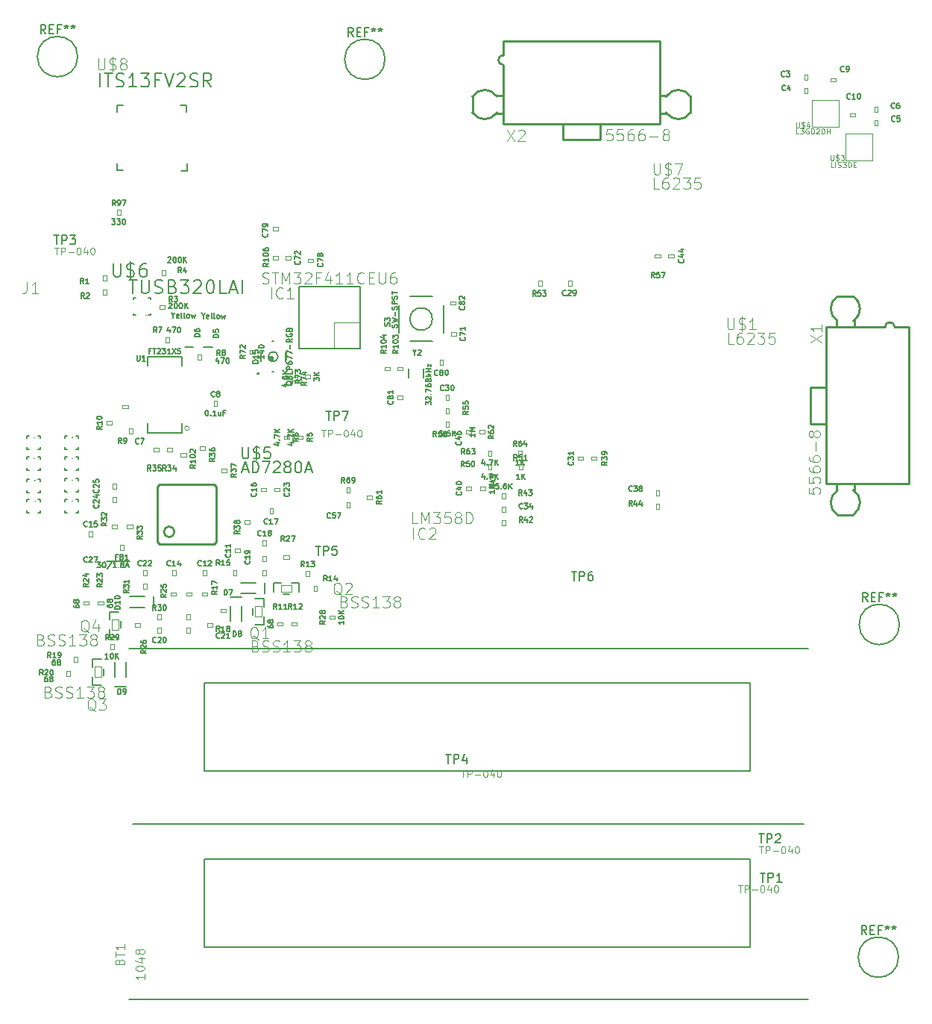
<source format=gbr>
G04 #@! TF.FileFunction,Legend,Top*
%FSLAX46Y46*%
G04 Gerber Fmt 4.6, Leading zero omitted, Abs format (unit mm)*
G04 Created by KiCad (PCBNEW 4.0.2+dfsg1-stable) date Wed 31 Jan 2018 07:50:55 PM PST*
%MOMM*%
G01*
G04 APERTURE LIST*
%ADD10C,0.100000*%
%ADD11C,0.066040*%
%ADD12C,0.127000*%
%ADD13C,0.203200*%
%ADD14C,0.304800*%
%ADD15C,0.152400*%
%ADD16C,0.099060*%
%ADD17C,0.027940*%
%ADD18C,0.254000*%
%ADD19C,0.150000*%
%ADD20C,0.101600*%
%ADD21C,0.000001*%
%ADD22C,0.177800*%
%ADD23C,0.076200*%
%ADD24C,0.050800*%
%ADD25C,0.050000*%
G04 APERTURE END LIST*
D10*
D11*
X138435080Y-57856120D02*
X138831320Y-57856120D01*
X138831320Y-57856120D02*
X138831320Y-57256680D01*
X138435080Y-57256680D02*
X138831320Y-57256680D01*
X138435080Y-57856120D02*
X138435080Y-57256680D01*
X138435080Y-59380120D02*
X138831320Y-59380120D01*
X138831320Y-59380120D02*
X138831320Y-58780680D01*
X138435080Y-58780680D02*
X138831320Y-58780680D01*
X138435080Y-59380120D02*
X138435080Y-58780680D01*
X146806920Y-62387480D02*
X146410680Y-62387480D01*
X146410680Y-62387480D02*
X146410680Y-62986920D01*
X146806920Y-62986920D02*
X146410680Y-62986920D01*
X146806920Y-62387480D02*
X146806920Y-62986920D01*
X146806920Y-60863480D02*
X146410680Y-60863480D01*
X146410680Y-60863480D02*
X146410680Y-61462920D01*
X146806920Y-61462920D02*
X146410680Y-61462920D01*
X146806920Y-60863480D02*
X146806920Y-61462920D01*
X62174120Y-97363280D02*
X61777880Y-97363280D01*
X61777880Y-97363280D02*
X61777880Y-97962720D01*
X62174120Y-97962720D02*
X61777880Y-97962720D01*
X62174120Y-97363280D02*
X62174120Y-97962720D01*
X71379080Y-94889320D02*
X71775320Y-94889320D01*
X71775320Y-94889320D02*
X71775320Y-94289880D01*
X71379080Y-94289880D02*
X71775320Y-94289880D01*
X71379080Y-94889320D02*
X71379080Y-94289880D01*
X141432280Y-57663080D02*
X141432280Y-58059320D01*
X141432280Y-58059320D02*
X142031720Y-58059320D01*
X142031720Y-57663080D02*
X142031720Y-58059320D01*
X141432280Y-57663080D02*
X142031720Y-57663080D01*
X143616680Y-61625480D02*
X143616680Y-62021720D01*
X143616680Y-62021720D02*
X144216120Y-62021720D01*
X144216120Y-61625480D02*
X144216120Y-62021720D01*
X143616680Y-61625480D02*
X144216120Y-61625480D01*
X74404220Y-111450120D02*
X74404220Y-111053880D01*
X74404220Y-111053880D02*
X73804780Y-111053880D01*
X73804780Y-111450120D02*
X73804780Y-111053880D01*
X74404220Y-111450120D02*
X73804780Y-111450120D01*
X70159880Y-114091720D02*
X70556120Y-114091720D01*
X70556120Y-114091720D02*
X70556120Y-113492280D01*
X70159880Y-113492280D02*
X70556120Y-113492280D01*
X70159880Y-114091720D02*
X70159880Y-113492280D01*
X68318380Y-119108220D02*
X68714620Y-119108220D01*
X68714620Y-119108220D02*
X68714620Y-118508780D01*
X68318380Y-118508780D02*
X68714620Y-118508780D01*
X68318380Y-119108220D02*
X68318380Y-118508780D01*
X66667380Y-114091720D02*
X67063620Y-114091720D01*
X67063620Y-114091720D02*
X67063620Y-113492280D01*
X66667380Y-113492280D02*
X67063620Y-113492280D01*
X66667380Y-114091720D02*
X66667380Y-113492280D01*
X57602120Y-109072680D02*
X57205880Y-109072680D01*
X57205880Y-109072680D02*
X57205880Y-109672120D01*
X57602120Y-109672120D02*
X57205880Y-109672120D01*
X57602120Y-109072680D02*
X57602120Y-109672120D01*
X77312520Y-104541320D02*
X77312520Y-104145080D01*
X77312520Y-104145080D02*
X76713080Y-104145080D01*
X76713080Y-104541320D02*
X76713080Y-104145080D01*
X77312520Y-104541320D02*
X76713080Y-104541320D01*
X77729080Y-107081320D02*
X78125320Y-107081320D01*
X78125320Y-107081320D02*
X78125320Y-106481880D01*
X77729080Y-106481880D02*
X78125320Y-106481880D01*
X77729080Y-107081320D02*
X77729080Y-106481880D01*
X76954380Y-110662720D02*
X77350620Y-110662720D01*
X77350620Y-110662720D02*
X77350620Y-110063280D01*
X76954380Y-110063280D02*
X77350620Y-110063280D01*
X76954380Y-110662720D02*
X76954380Y-110063280D01*
X76954380Y-112504220D02*
X77350620Y-112504220D01*
X77350620Y-112504220D02*
X77350620Y-111904780D01*
X76954380Y-111904780D02*
X77350620Y-111904780D01*
X76954380Y-112504220D02*
X76954380Y-111904780D01*
X65412620Y-120032780D02*
X65016380Y-120032780D01*
X65016380Y-120032780D02*
X65016380Y-120632220D01*
X65412620Y-120632220D02*
X65016380Y-120632220D01*
X65412620Y-120032780D02*
X65412620Y-120632220D01*
X70629780Y-119499380D02*
X70629780Y-119895620D01*
X70629780Y-119895620D02*
X71229220Y-119895620D01*
X71229220Y-119499380D02*
X71229220Y-119895620D01*
X70629780Y-119499380D02*
X71229220Y-119499380D01*
X63761620Y-113492280D02*
X63365380Y-113492280D01*
X63365380Y-113492280D02*
X63365380Y-114091720D01*
X63761620Y-114091720D02*
X63365380Y-114091720D01*
X63761620Y-113492280D02*
X63761620Y-114091720D01*
X78836520Y-104541320D02*
X78836520Y-104145080D01*
X78836520Y-104145080D02*
X78237080Y-104145080D01*
X78237080Y-104541320D02*
X78237080Y-104145080D01*
X78836520Y-104541320D02*
X78237080Y-104541320D01*
X60294520Y-105161080D02*
X59898280Y-105161080D01*
X59898280Y-105161080D02*
X59898280Y-105760520D01*
X60294520Y-105760520D02*
X59898280Y-105760520D01*
X60294520Y-105161080D02*
X60294520Y-105760520D01*
X60294520Y-103687880D02*
X59898280Y-103687880D01*
X59898280Y-103687880D02*
X59898280Y-104287320D01*
X60294520Y-104287320D02*
X59898280Y-104287320D01*
X60294520Y-103687880D02*
X60294520Y-104287320D01*
X111625380Y-81198720D02*
X112021620Y-81198720D01*
X112021620Y-81198720D02*
X112021620Y-80599280D01*
X111625380Y-80599280D02*
X112021620Y-80599280D01*
X111625380Y-81198720D02*
X111625380Y-80599280D01*
X98115120Y-93553280D02*
X97718880Y-93553280D01*
X97718880Y-93553280D02*
X97718880Y-94152720D01*
X98115120Y-94152720D02*
X97718880Y-94152720D01*
X98115120Y-93553280D02*
X98115120Y-94152720D01*
X113329720Y-100972620D02*
X113329720Y-100576380D01*
X113329720Y-100576380D02*
X112730280Y-100576380D01*
X112730280Y-100972620D02*
X112730280Y-100576380D01*
X113329720Y-100972620D02*
X112730280Y-100972620D01*
X104132380Y-106852720D02*
X104528620Y-106852720D01*
X104528620Y-106852720D02*
X104528620Y-106253280D01*
X104132380Y-106253280D02*
X104528620Y-106253280D01*
X104132380Y-106852720D02*
X104132380Y-106253280D01*
X121991120Y-104411780D02*
X121594880Y-104411780D01*
X121594880Y-104411780D02*
X121594880Y-105011220D01*
X121991120Y-105011220D02*
X121594880Y-105011220D01*
X121991120Y-104411780D02*
X121991120Y-105011220D01*
X100629720Y-104401620D02*
X100629720Y-104005380D01*
X100629720Y-104005380D02*
X100030280Y-104005380D01*
X100030280Y-104401620D02*
X100030280Y-104005380D01*
X100629720Y-104401620D02*
X100030280Y-104401620D01*
X123616720Y-78049120D02*
X123616720Y-77652880D01*
X123616720Y-77652880D02*
X123017280Y-77652880D01*
X123017280Y-78049120D02*
X123017280Y-77652880D01*
X123616720Y-78049120D02*
X123017280Y-78049120D01*
X100030280Y-97591880D02*
X100030280Y-97988120D01*
X100030280Y-97988120D02*
X100629720Y-97988120D01*
X100629720Y-97591880D02*
X100629720Y-97988120D01*
X100030280Y-97591880D02*
X100629720Y-97591880D01*
X86862920Y-105770680D02*
X86466680Y-105770680D01*
X86466680Y-105770680D02*
X86466680Y-106370120D01*
X86862920Y-106370120D02*
X86466680Y-106370120D01*
X86862920Y-105770680D02*
X86862920Y-106370120D01*
X98303080Y-86466680D02*
X98303080Y-86862920D01*
X98303080Y-86862920D02*
X98902520Y-86862920D01*
X98902520Y-86466680D02*
X98902520Y-86862920D01*
X98303080Y-86466680D02*
X98902520Y-86466680D01*
X79557880Y-77830680D02*
X79557880Y-78226920D01*
X79557880Y-78226920D02*
X80157320Y-78226920D01*
X80157320Y-77830680D02*
X80157320Y-78226920D01*
X79557880Y-77830680D02*
X80157320Y-77830680D01*
X82646520Y-78531720D02*
X82646520Y-78135480D01*
X82646520Y-78135480D02*
X82047080Y-78135480D01*
X82047080Y-78531720D02*
X82047080Y-78135480D01*
X82646520Y-78531720D02*
X82047080Y-78531720D01*
X78084680Y-74528680D02*
X78084680Y-74924920D01*
X78084680Y-74924920D02*
X78684120Y-74924920D01*
X78684120Y-74528680D02*
X78684120Y-74924920D01*
X78084680Y-74528680D02*
X78684120Y-74528680D01*
X97033080Y-90215720D02*
X97429320Y-90215720D01*
X97429320Y-90215720D02*
X97429320Y-89616280D01*
X97033080Y-89616280D02*
X97429320Y-89616280D01*
X97033080Y-90215720D02*
X97033080Y-89616280D01*
X92857320Y-94076520D02*
X92857320Y-93680280D01*
X92857320Y-93680280D02*
X92257880Y-93680280D01*
X92257880Y-94076520D02*
X92257880Y-93680280D01*
X92857320Y-94076520D02*
X92257880Y-94076520D01*
X98252280Y-82961480D02*
X98252280Y-83357720D01*
X98252280Y-83357720D02*
X98851720Y-83357720D01*
X98851720Y-82961480D02*
X98851720Y-83357720D01*
X98252280Y-82961480D02*
X98851720Y-82961480D01*
D12*
X71213980Y-88201500D02*
X70264020Y-88201500D01*
X69054980Y-88138000D02*
X68105020Y-88138000D01*
D13*
X77205840Y-116131340D02*
X77205840Y-114881660D01*
D12*
X76159360Y-116131340D02*
X74462640Y-116131340D01*
X76159360Y-114881660D02*
X74462640Y-114881660D01*
D13*
X74538840Y-116532660D02*
X73289160Y-116532660D01*
D12*
X74538840Y-117579140D02*
X74538840Y-119275860D01*
X73289160Y-117579140D02*
X73289160Y-119275860D01*
D13*
X60144660Y-126672340D02*
X61394340Y-126672340D01*
D12*
X60144660Y-125625860D02*
X60144660Y-123929140D01*
X61394340Y-125625860D02*
X61394340Y-123929140D01*
D13*
X64569340Y-117718840D02*
X64569340Y-116469160D01*
D12*
X63522860Y-117718840D02*
X61826140Y-117718840D01*
X63522860Y-116469160D02*
X61826140Y-116469160D01*
D13*
X79529940Y-89763600D02*
X79529940Y-88747600D01*
X78232000Y-91003120D02*
X78028800Y-91003120D01*
X76730860Y-89763600D02*
X76730860Y-88747600D01*
X78232000Y-87508080D02*
X78028800Y-87508080D01*
D12*
G36*
X78130400Y-89255600D02*
X77571600Y-89255600D01*
X77584300Y-89362280D01*
X77614780Y-89468960D01*
X77668120Y-89565480D01*
X77736700Y-89649300D01*
X77820520Y-89717880D01*
X77917040Y-89771220D01*
X78023720Y-89801700D01*
X78130400Y-89814400D01*
X78130400Y-89255600D01*
X78130400Y-89255600D01*
G37*
X78130400Y-89255600D02*
X77571600Y-89255600D01*
X77584300Y-89362280D01*
X77614780Y-89468960D01*
X77668120Y-89565480D01*
X77736700Y-89649300D01*
X77820520Y-89717880D01*
X77917040Y-89771220D01*
X78023720Y-89801700D01*
X78130400Y-89814400D01*
X78130400Y-89255600D01*
X78686660Y-89255600D02*
G75*
G03X78686660Y-89255600I-556260J0D01*
G01*
D14*
X76436220Y-91160600D02*
G75*
G03X76436220Y-91160600I-50800J0D01*
G01*
D11*
X61158120Y-110634780D02*
X60761880Y-110634780D01*
X60761880Y-110634780D02*
X60761880Y-111234220D01*
X61158120Y-111234220D02*
X60761880Y-111234220D01*
X61158120Y-110634780D02*
X61158120Y-111234220D01*
X88028780Y-85333840D02*
X85029040Y-85333840D01*
X85029040Y-85333840D02*
X85029040Y-88333580D01*
X88028780Y-88333580D02*
X85029040Y-88333580D01*
X88028780Y-85333840D02*
X88028780Y-88333580D01*
D12*
X88028780Y-81338420D02*
X88028780Y-88333580D01*
X88028780Y-88333580D02*
X81033620Y-88333580D01*
X81033620Y-88333580D02*
X81033620Y-81338420D01*
X81033620Y-81338420D02*
X88028780Y-81338420D01*
D15*
X50190400Y-105473500D02*
X50444400Y-105473500D01*
X50190400Y-105473500D02*
X50190400Y-105727500D01*
X51714400Y-105473500D02*
X51714400Y-105727500D01*
X51714400Y-105473500D02*
X51460400Y-105473500D01*
X51714400Y-106743500D02*
X51714400Y-106997500D01*
X51714400Y-106997500D02*
X51460400Y-106997500D01*
X50444400Y-106997500D02*
X50190400Y-106997500D01*
X50190400Y-106997500D02*
X50190400Y-106743500D01*
X50126900Y-98234500D02*
X50380900Y-98234500D01*
X50126900Y-98234500D02*
X50126900Y-98488500D01*
X51650900Y-98234500D02*
X51650900Y-98488500D01*
X51650900Y-98234500D02*
X51396900Y-98234500D01*
X51650900Y-99504500D02*
X51650900Y-99758500D01*
X51650900Y-99758500D02*
X51396900Y-99758500D01*
X50380900Y-99758500D02*
X50126900Y-99758500D01*
X50126900Y-99758500D02*
X50126900Y-99504500D01*
X50190400Y-103124000D02*
X50444400Y-103124000D01*
X50190400Y-103124000D02*
X50190400Y-103378000D01*
X51714400Y-103124000D02*
X51714400Y-103378000D01*
X51714400Y-103124000D02*
X51460400Y-103124000D01*
X51714400Y-104394000D02*
X51714400Y-104648000D01*
X51714400Y-104648000D02*
X51460400Y-104648000D01*
X50444400Y-104648000D02*
X50190400Y-104648000D01*
X50190400Y-104648000D02*
X50190400Y-104394000D01*
X50126900Y-100647500D02*
X50380900Y-100647500D01*
X50126900Y-100647500D02*
X50126900Y-100901500D01*
X51650900Y-100647500D02*
X51650900Y-100901500D01*
X51650900Y-100647500D02*
X51396900Y-100647500D01*
X51650900Y-101917500D02*
X51650900Y-102171500D01*
X51650900Y-102171500D02*
X51396900Y-102171500D01*
X50380900Y-102171500D02*
X50126900Y-102171500D01*
X50126900Y-102171500D02*
X50126900Y-101917500D01*
X54483000Y-105473500D02*
X54737000Y-105473500D01*
X54483000Y-105473500D02*
X54483000Y-105727500D01*
X56007000Y-105473500D02*
X56007000Y-105727500D01*
X56007000Y-105473500D02*
X55753000Y-105473500D01*
X56007000Y-106743500D02*
X56007000Y-106997500D01*
X56007000Y-106997500D02*
X55753000Y-106997500D01*
X54737000Y-106997500D02*
X54483000Y-106997500D01*
X54483000Y-106997500D02*
X54483000Y-106743500D01*
X54483000Y-103060500D02*
X54737000Y-103060500D01*
X54483000Y-103060500D02*
X54483000Y-103314500D01*
X56007000Y-103060500D02*
X56007000Y-103314500D01*
X56007000Y-103060500D02*
X55753000Y-103060500D01*
X56007000Y-104330500D02*
X56007000Y-104584500D01*
X56007000Y-104584500D02*
X55753000Y-104584500D01*
X54737000Y-104584500D02*
X54483000Y-104584500D01*
X54483000Y-104584500D02*
X54483000Y-104330500D01*
X54483000Y-100647500D02*
X54737000Y-100647500D01*
X54483000Y-100647500D02*
X54483000Y-100901500D01*
X56007000Y-100647500D02*
X56007000Y-100901500D01*
X56007000Y-100647500D02*
X55753000Y-100647500D01*
X56007000Y-101917500D02*
X56007000Y-102171500D01*
X56007000Y-102171500D02*
X55753000Y-102171500D01*
X54737000Y-102171500D02*
X54483000Y-102171500D01*
X54483000Y-102171500D02*
X54483000Y-101917500D01*
X54483000Y-98234500D02*
X54737000Y-98234500D01*
X54483000Y-98234500D02*
X54483000Y-98488500D01*
X56007000Y-98234500D02*
X56007000Y-98488500D01*
X56007000Y-98234500D02*
X55753000Y-98234500D01*
X56007000Y-99504500D02*
X56007000Y-99758500D01*
X56007000Y-99758500D02*
X55753000Y-99758500D01*
X54737000Y-99758500D02*
X54483000Y-99758500D01*
X54483000Y-99758500D02*
X54483000Y-99504500D01*
D11*
X79029560Y-115968780D02*
X80228440Y-115968780D01*
X80228440Y-115968780D02*
X80228440Y-115171220D01*
X79029560Y-115171220D02*
X80228440Y-115171220D01*
X79029560Y-115968780D02*
X79029560Y-115171220D01*
D15*
X81076800Y-114922300D02*
X81076800Y-115938300D01*
X79260700Y-116217700D02*
X79997300Y-116217700D01*
X78181200Y-115938300D02*
X78181200Y-114922300D01*
X78181200Y-114922300D02*
X79049880Y-114922300D01*
X80208120Y-114922300D02*
X81076800Y-114922300D01*
D11*
X76055220Y-117574060D02*
X76055220Y-118772940D01*
X76055220Y-118772940D02*
X76852780Y-118772940D01*
X76852780Y-117574060D02*
X76852780Y-118772940D01*
X76055220Y-117574060D02*
X76852780Y-117574060D01*
D15*
X77101700Y-119621300D02*
X76085700Y-119621300D01*
X75806300Y-117805200D02*
X75806300Y-118541800D01*
X76085700Y-116725700D02*
X77101700Y-116725700D01*
X77101700Y-116725700D02*
X77101700Y-117594380D01*
X77101700Y-118752620D02*
X77101700Y-119621300D01*
D11*
X58628280Y-125630940D02*
X58628280Y-124432060D01*
X58628280Y-124432060D02*
X57830720Y-124432060D01*
X57830720Y-125630940D02*
X57830720Y-124432060D01*
X58628280Y-125630940D02*
X57830720Y-125630940D01*
D15*
X57581800Y-123583700D02*
X58597800Y-123583700D01*
X58877200Y-125399800D02*
X58877200Y-124663200D01*
X58597800Y-126479300D02*
X57581800Y-126479300D01*
X57581800Y-126479300D02*
X57581800Y-125610620D01*
X57581800Y-124452380D02*
X57581800Y-123583700D01*
D11*
X60596780Y-120233440D02*
X60596780Y-119034560D01*
X60596780Y-119034560D02*
X59799220Y-119034560D01*
X59799220Y-120233440D02*
X59799220Y-119034560D01*
X60596780Y-120233440D02*
X59799220Y-120233440D01*
D15*
X59550300Y-118186200D02*
X60566300Y-118186200D01*
X60845700Y-120002300D02*
X60845700Y-119265700D01*
X60566300Y-121081800D02*
X59550300Y-121081800D01*
X59550300Y-121081800D02*
X59550300Y-120213120D01*
X59550300Y-119054880D02*
X59550300Y-118186200D01*
D11*
X58831480Y-80614520D02*
X59227720Y-80614520D01*
X59227720Y-80614520D02*
X59227720Y-80015080D01*
X58831480Y-80015080D02*
X59227720Y-80015080D01*
X58831480Y-80614520D02*
X58831480Y-80015080D01*
X59227720Y-81640680D02*
X58831480Y-81640680D01*
X58831480Y-81640680D02*
X58831480Y-82240120D01*
X59227720Y-82240120D02*
X58831480Y-82240120D01*
X59227720Y-81640680D02*
X59227720Y-82240120D01*
X65831720Y-83827620D02*
X65831720Y-83431380D01*
X65831720Y-83431380D02*
X65232280Y-83431380D01*
X65232280Y-83827620D02*
X65232280Y-83431380D01*
X65831720Y-83827620D02*
X65232280Y-83827620D01*
X65486280Y-80055720D02*
X65882520Y-80055720D01*
X65882520Y-80055720D02*
X65882520Y-79456280D01*
X65486280Y-79456280D02*
X65882520Y-79456280D01*
X65486280Y-80055720D02*
X65486280Y-79456280D01*
X80929480Y-98201480D02*
X80929480Y-98597720D01*
X80929480Y-98597720D02*
X81528920Y-98597720D01*
X81528920Y-98201480D02*
X81528920Y-98597720D01*
X80929480Y-98201480D02*
X81528920Y-98201480D01*
X79354680Y-98201480D02*
X79354680Y-98597720D01*
X79354680Y-98597720D02*
X79954120Y-98597720D01*
X79954120Y-98201480D02*
X79954120Y-98597720D01*
X79354680Y-98201480D02*
X79954120Y-98201480D01*
X65905380Y-87675720D02*
X66301620Y-87675720D01*
X66301620Y-87675720D02*
X66301620Y-87076280D01*
X65905380Y-87076280D02*
X66301620Y-87076280D01*
X65905380Y-87675720D02*
X65905380Y-87076280D01*
X69588380Y-89580720D02*
X69984620Y-89580720D01*
X69984620Y-89580720D02*
X69984620Y-88981280D01*
X69588380Y-88981280D02*
X69984620Y-88981280D01*
X69588380Y-89580720D02*
X69588380Y-88981280D01*
X61640720Y-95130620D02*
X61640720Y-94734380D01*
X61640720Y-94734380D02*
X61041280Y-94734380D01*
X61041280Y-95130620D02*
X61041280Y-94734380D01*
X61640720Y-95130620D02*
X61041280Y-95130620D01*
X59786520Y-96972120D02*
X59786520Y-96575880D01*
X59786520Y-96575880D02*
X59187080Y-96575880D01*
X59187080Y-96972120D02*
X59187080Y-96575880D01*
X59786520Y-96972120D02*
X59187080Y-96972120D01*
X78630780Y-119372380D02*
X78630780Y-119768620D01*
X78630780Y-119768620D02*
X79230220Y-119768620D01*
X79230220Y-119372380D02*
X79230220Y-119768620D01*
X78630780Y-119372380D02*
X79230220Y-119372380D01*
X80218280Y-119372380D02*
X80218280Y-119768620D01*
X80218280Y-119768620D02*
X80817720Y-119768620D01*
X80817720Y-119372380D02*
X80817720Y-119768620D01*
X80218280Y-119372380D02*
X80817720Y-119372380D01*
X81843880Y-114155220D02*
X82240120Y-114155220D01*
X82240120Y-114155220D02*
X82240120Y-113555780D01*
X81843880Y-113555780D02*
X82240120Y-113555780D01*
X81843880Y-114155220D02*
X81843880Y-113555780D01*
X82732880Y-115869720D02*
X83129120Y-115869720D01*
X83129120Y-115869720D02*
X83129120Y-115270280D01*
X82732880Y-115270280D02*
X83129120Y-115270280D01*
X82732880Y-115869720D02*
X82732880Y-115270280D01*
X73588880Y-114091720D02*
X73985120Y-114091720D01*
X73985120Y-114091720D02*
X73985120Y-113492280D01*
X73588880Y-113492280D02*
X73985120Y-113492280D01*
X73588880Y-114091720D02*
X73588880Y-113492280D01*
X77350620Y-113492280D02*
X76954380Y-113492280D01*
X76954380Y-113492280D02*
X76954380Y-114091720D01*
X77350620Y-114091720D02*
X76954380Y-114091720D01*
X77350620Y-113492280D02*
X77350620Y-114091720D01*
X70058280Y-116006880D02*
X70058280Y-116403120D01*
X70058280Y-116403120D02*
X70657720Y-116403120D01*
X70657720Y-116006880D02*
X70657720Y-116403120D01*
X70058280Y-116006880D02*
X70657720Y-116006880D01*
X72753220Y-118244620D02*
X72753220Y-117848380D01*
X72753220Y-117848380D02*
X72153780Y-117848380D01*
X72153780Y-118244620D02*
X72153780Y-117848380D01*
X72753220Y-118244620D02*
X72153780Y-118244620D01*
X55887620Y-123271280D02*
X55491380Y-123271280D01*
X55491380Y-123271280D02*
X55491380Y-123870720D01*
X55887620Y-123870720D02*
X55491380Y-123870720D01*
X55887620Y-123271280D02*
X55887620Y-123870720D01*
X55062120Y-124922280D02*
X54665880Y-124922280D01*
X54665880Y-124922280D02*
X54665880Y-125521720D01*
X55062120Y-125521720D02*
X54665880Y-125521720D01*
X55062120Y-124922280D02*
X55062120Y-125521720D01*
X68280280Y-116006880D02*
X68280280Y-116403120D01*
X68280280Y-116403120D02*
X68879720Y-116403120D01*
X68879720Y-116006880D02*
X68879720Y-116403120D01*
X68280280Y-116006880D02*
X68879720Y-116006880D01*
X68318380Y-120632220D02*
X68714620Y-120632220D01*
X68714620Y-120632220D02*
X68714620Y-120032780D01*
X68318380Y-120032780D02*
X68714620Y-120032780D01*
X68318380Y-120632220D02*
X68318380Y-120032780D01*
X58846720Y-117419120D02*
X58846720Y-117022880D01*
X58846720Y-117022880D02*
X58247280Y-117022880D01*
X58247280Y-117419120D02*
X58247280Y-117022880D01*
X58846720Y-117419120D02*
X58247280Y-117419120D01*
X57195720Y-117419120D02*
X57195720Y-117022880D01*
X57195720Y-117022880D02*
X56596280Y-117022880D01*
X56596280Y-117419120D02*
X56596280Y-117022880D01*
X57195720Y-117419120D02*
X56596280Y-117419120D01*
X66502280Y-116006880D02*
X66502280Y-116403120D01*
X66502280Y-116403120D02*
X67101720Y-116403120D01*
X67101720Y-116006880D02*
X67101720Y-116403120D01*
X66502280Y-116006880D02*
X67101720Y-116006880D01*
X62438280Y-119499380D02*
X62438280Y-119895620D01*
X62438280Y-119895620D02*
X63037720Y-119895620D01*
X63037720Y-119499380D02*
X63037720Y-119895620D01*
X62438280Y-119499380D02*
X63037720Y-119499380D01*
X79928720Y-112212120D02*
X79928720Y-111815880D01*
X79928720Y-111815880D02*
X79329280Y-111815880D01*
X79329280Y-112212120D02*
X79329280Y-111815880D01*
X79928720Y-112212120D02*
X79329280Y-112212120D01*
X85135720Y-119019320D02*
X85135720Y-118623080D01*
X85135720Y-118623080D02*
X84536280Y-118623080D01*
X84536280Y-119019320D02*
X84536280Y-118623080D01*
X85135720Y-119019320D02*
X84536280Y-119019320D01*
X59644280Y-122473720D02*
X60040520Y-122473720D01*
X60040520Y-122473720D02*
X60040520Y-121874280D01*
X59644280Y-121874280D02*
X60040520Y-121874280D01*
X59644280Y-122473720D02*
X59644280Y-121874280D01*
X65016380Y-119108220D02*
X65412620Y-119108220D01*
X65412620Y-119108220D02*
X65412620Y-118508780D01*
X65016380Y-118508780D02*
X65412620Y-118508780D01*
X65016380Y-119108220D02*
X65016380Y-118508780D01*
X63365380Y-115615720D02*
X63761620Y-115615720D01*
X63761620Y-115615720D02*
X63761620Y-115016280D01*
X63365380Y-115016280D02*
X63761620Y-115016280D01*
X63365380Y-115615720D02*
X63365380Y-115016280D01*
X60434220Y-108719620D02*
X60434220Y-108323380D01*
X60434220Y-108323380D02*
X59834780Y-108323380D01*
X59834780Y-108719620D02*
X59834780Y-108323380D01*
X60434220Y-108719620D02*
X59834780Y-108719620D01*
X62148720Y-108719620D02*
X62148720Y-108323380D01*
X62148720Y-108323380D02*
X61549280Y-108323380D01*
X61549280Y-108719620D02*
X61549280Y-108323380D01*
X62148720Y-108719620D02*
X61549280Y-108719620D01*
X66657220Y-100020120D02*
X66657220Y-99623880D01*
X66657220Y-99623880D02*
X66057780Y-99623880D01*
X66057780Y-100020120D02*
X66057780Y-99623880D01*
X66657220Y-100020120D02*
X66057780Y-100020120D01*
X65133220Y-100020120D02*
X65133220Y-99623880D01*
X65133220Y-99623880D02*
X64533780Y-99623880D01*
X64533780Y-100020120D02*
X64533780Y-99623880D01*
X65133220Y-100020120D02*
X64533780Y-100020120D01*
X69804280Y-99433380D02*
X69804280Y-99829620D01*
X69804280Y-99829620D02*
X70403720Y-99829620D01*
X70403720Y-99433380D02*
X70403720Y-99829620D01*
X69804280Y-99433380D02*
X70403720Y-99433380D01*
X72293480Y-101960680D02*
X72293480Y-102356920D01*
X72293480Y-102356920D02*
X72892920Y-102356920D01*
X72892920Y-101960680D02*
X72892920Y-102356920D01*
X72293480Y-101960680D02*
X72892920Y-101960680D01*
X74884280Y-107802680D02*
X74884280Y-108198920D01*
X74884280Y-108198920D02*
X75483720Y-108198920D01*
X75483720Y-107802680D02*
X75483720Y-108198920D01*
X74884280Y-107802680D02*
X75483720Y-107802680D01*
X114853720Y-100972620D02*
X114853720Y-100576380D01*
X114853720Y-100576380D02*
X114254280Y-100576380D01*
X114254280Y-100972620D02*
X114254280Y-100576380D01*
X114853720Y-100972620D02*
X114254280Y-100972620D01*
X104132380Y-108376720D02*
X104528620Y-108376720D01*
X104528620Y-108376720D02*
X104528620Y-107777280D01*
X104132380Y-107777280D02*
X104528620Y-107777280D01*
X104132380Y-108376720D02*
X104132380Y-107777280D01*
X104528620Y-104729280D02*
X104132380Y-104729280D01*
X104132380Y-104729280D02*
X104132380Y-105328720D01*
X104528620Y-105328720D02*
X104132380Y-105328720D01*
X104528620Y-104729280D02*
X104528620Y-105328720D01*
X121991120Y-105935780D02*
X121594880Y-105935780D01*
X121594880Y-105935780D02*
X121594880Y-106535220D01*
X121991120Y-106535220D02*
X121594880Y-106535220D01*
X121991120Y-105935780D02*
X121991120Y-106535220D01*
X102217220Y-104401620D02*
X102217220Y-104005380D01*
X102217220Y-104005380D02*
X101617780Y-104005380D01*
X101617780Y-104401620D02*
X101617780Y-104005380D01*
X102217220Y-104401620D02*
X101617780Y-104401620D01*
X102544880Y-102090220D02*
X102941120Y-102090220D01*
X102941120Y-102090220D02*
X102941120Y-101490780D01*
X102544880Y-101490780D02*
X102941120Y-101490780D01*
X102544880Y-102090220D02*
X102544880Y-101490780D01*
X106037380Y-102090220D02*
X106433620Y-102090220D01*
X106433620Y-102090220D02*
X106433620Y-101490780D01*
X106037380Y-101490780D02*
X106433620Y-101490780D01*
X106037380Y-102090220D02*
X106037380Y-101490780D01*
X108259880Y-81198720D02*
X108656120Y-81198720D01*
X108656120Y-81198720D02*
X108656120Y-80599280D01*
X108259880Y-80599280D02*
X108656120Y-80599280D01*
X108259880Y-81198720D02*
X108259880Y-80599280D01*
X98115120Y-95077280D02*
X97718880Y-95077280D01*
X97718880Y-95077280D02*
X97718880Y-95676720D01*
X98115120Y-95676720D02*
X97718880Y-95676720D01*
X98115120Y-95077280D02*
X98115120Y-95676720D01*
X97718880Y-97200720D02*
X98115120Y-97200720D01*
X98115120Y-97200720D02*
X98115120Y-96601280D01*
X97718880Y-96601280D02*
X98115120Y-96601280D01*
X97718880Y-97200720D02*
X97718880Y-96601280D01*
X122092720Y-78049120D02*
X122092720Y-77652880D01*
X122092720Y-77652880D02*
X121493280Y-77652880D01*
X121493280Y-78049120D02*
X121493280Y-77652880D01*
X122092720Y-78049120D02*
X121493280Y-78049120D01*
X88803480Y-105008680D02*
X88803480Y-105404920D01*
X88803480Y-105404920D02*
X89402920Y-105404920D01*
X89402920Y-105008680D02*
X89402920Y-105404920D01*
X88803480Y-105008680D02*
X89402920Y-105008680D01*
X101554280Y-97591880D02*
X101554280Y-97988120D01*
X101554280Y-97988120D02*
X102153720Y-97988120D01*
X102153720Y-97591880D02*
X102153720Y-97988120D01*
X101554280Y-97591880D02*
X102153720Y-97591880D01*
X102544880Y-100502720D02*
X102941120Y-100502720D01*
X102941120Y-100502720D02*
X102941120Y-99903280D01*
X102544880Y-99903280D02*
X102941120Y-99903280D01*
X102544880Y-100502720D02*
X102544880Y-99903280D01*
X105973880Y-100502720D02*
X106370120Y-100502720D01*
X106370120Y-100502720D02*
X106370120Y-99903280D01*
X105973880Y-99903280D02*
X106370120Y-99903280D01*
X105973880Y-100502720D02*
X105973880Y-99903280D01*
X86466680Y-104642920D02*
X86862920Y-104642920D01*
X86862920Y-104642920D02*
X86862920Y-104043480D01*
X86466680Y-104043480D02*
X86862920Y-104043480D01*
X86466680Y-104642920D02*
X86466680Y-104043480D01*
X76042520Y-88894920D02*
X76042520Y-88498680D01*
X76042520Y-88498680D02*
X75443080Y-88498680D01*
X75443080Y-88894920D02*
X75443080Y-88498680D01*
X76042520Y-88894920D02*
X75443080Y-88894920D01*
X82341720Y-91688920D02*
X82341720Y-91292680D01*
X82341720Y-91292680D02*
X81742280Y-91292680D01*
X81742280Y-91688920D02*
X81742280Y-91292680D01*
X82341720Y-91688920D02*
X81742280Y-91688920D01*
X80269080Y-91546680D02*
X80269080Y-91942920D01*
X80269080Y-91942920D02*
X80868520Y-91942920D01*
X80868520Y-91546680D02*
X80868520Y-91942920D01*
X80269080Y-91546680D02*
X80868520Y-91546680D01*
X60406280Y-73197720D02*
X60802520Y-73197720D01*
X60802520Y-73197720D02*
X60802520Y-72598280D01*
X60406280Y-72598280D02*
X60802520Y-72598280D01*
X60406280Y-73197720D02*
X60406280Y-72598280D01*
X67645280Y-100195380D02*
X67645280Y-100591620D01*
X67645280Y-100591620D02*
X68244720Y-100591620D01*
X68244720Y-100195380D02*
X68244720Y-100591620D01*
X67645280Y-100195380D02*
X68244720Y-100195380D01*
X92257880Y-90429080D02*
X92257880Y-90825320D01*
X92257880Y-90825320D02*
X92857320Y-90825320D01*
X92857320Y-90429080D02*
X92857320Y-90825320D01*
X92257880Y-90429080D02*
X92857320Y-90429080D01*
X90784680Y-90429080D02*
X90784680Y-90825320D01*
X90784680Y-90825320D02*
X91384120Y-90825320D01*
X91384120Y-90429080D02*
X91384120Y-90825320D01*
X90784680Y-90429080D02*
X91384120Y-90429080D01*
X78084680Y-77830680D02*
X78084680Y-78226920D01*
X78084680Y-78226920D02*
X78684120Y-78226920D01*
X78684120Y-77830680D02*
X78684120Y-78226920D01*
X78084680Y-77830680D02*
X78684120Y-77830680D01*
D13*
X96184720Y-87528400D02*
X93675200Y-87528400D01*
X92405200Y-86527640D02*
X92405200Y-83449160D01*
X93705680Y-82448400D02*
X96184720Y-82448400D01*
X97485200Y-83449160D02*
X97485200Y-86527640D01*
X96215200Y-84988400D02*
G75*
G03X96215200Y-84988400I-1270000J0D01*
G01*
D16*
X143154400Y-63969900D02*
X146151600Y-63969900D01*
X146151600Y-63969900D02*
X146151600Y-66967100D01*
X146151600Y-66967100D02*
X143154400Y-66967100D01*
X143154400Y-66967100D02*
X143154400Y-63969900D01*
D17*
X143827500Y-64195960D02*
G75*
G03X143827500Y-64195960I-48260J0D01*
G01*
D16*
X139344400Y-60159900D02*
X142341600Y-60159900D01*
X142341600Y-60159900D02*
X142341600Y-63157100D01*
X142341600Y-63157100D02*
X139344400Y-63157100D01*
X139344400Y-63157100D02*
X139344400Y-60159900D01*
D17*
X140017500Y-60385960D02*
G75*
G03X140017500Y-60385960I-48260J0D01*
G01*
D18*
X64952880Y-104025700D02*
X65227200Y-103751380D01*
X65227200Y-103751380D02*
X71424800Y-103751380D01*
X71424800Y-103751380D02*
X71699120Y-104025700D01*
X71699120Y-104025700D02*
X71699120Y-110223300D01*
X71699120Y-110223300D02*
X71424800Y-110497620D01*
X71424800Y-110497620D02*
X65227200Y-110497620D01*
X65227200Y-110497620D02*
X64952880Y-110223300D01*
X64952880Y-110223300D02*
X64952880Y-104025700D01*
X66926460Y-109123480D02*
G75*
G03X66926460Y-109123480I-599440J0D01*
G01*
D12*
X62296040Y-84350860D02*
X62296040Y-84551520D01*
X62296040Y-84551520D02*
X62496700Y-84551520D01*
X62296040Y-82552540D02*
X62296040Y-82753200D01*
X64195960Y-84350860D02*
X64195960Y-84551520D01*
X64195960Y-82552540D02*
X64195960Y-82753200D01*
X62296040Y-82552540D02*
X62496700Y-82552540D01*
X63995300Y-82552540D02*
X64195960Y-82552540D01*
X63995300Y-84551520D02*
X64195960Y-84551520D01*
X63693040Y-84551520D02*
G75*
G03X63693040Y-84551520I-48260J0D01*
G01*
X61109860Y-60708540D02*
X60411360Y-60708540D01*
X60411360Y-60708540D02*
X60411360Y-61508640D01*
X67607180Y-60708540D02*
X68308220Y-60708540D01*
X68308220Y-60708540D02*
X68308220Y-61508640D01*
X61109860Y-68105020D02*
X60411360Y-68105020D01*
X60411360Y-68105020D02*
X60411360Y-67304920D01*
X67708780Y-68204080D02*
X68407280Y-68204080D01*
X68407280Y-68204080D02*
X68407280Y-67304920D01*
D13*
X67773550Y-89236550D02*
X63861950Y-89236550D01*
X63861950Y-97897950D02*
X67773550Y-97897950D01*
X67773550Y-97897950D02*
X67773550Y-96818450D01*
X67773550Y-90316050D02*
X67773550Y-89236550D01*
X63861950Y-97897950D02*
X63861950Y-96818450D01*
X63861950Y-90316050D02*
X63861950Y-89236550D01*
D10*
X68611750Y-97377250D02*
G75*
G03X68611750Y-97377250I-254000J0D01*
G01*
D18*
X140916660Y-103703120D02*
X140916660Y-85907880D01*
X140916660Y-85907880D02*
X147614640Y-85907880D01*
X148714460Y-85907880D02*
X150314660Y-85907880D01*
X150314660Y-85907880D02*
X150314660Y-103703120D01*
X150314660Y-103703120D02*
X140916660Y-103703120D01*
X142217140Y-107203240D02*
X144015460Y-107203240D01*
X142115540Y-104503220D02*
X142115540Y-103804720D01*
X144117060Y-104503220D02*
X144117060Y-103804720D01*
X144015460Y-82407760D02*
X142217140Y-82407760D01*
X144117060Y-85107780D02*
X144117060Y-85806280D01*
X142115540Y-85107780D02*
X142115540Y-85806280D01*
X139115800Y-96903540D02*
X139115800Y-92707460D01*
X139115800Y-96903540D02*
X140815060Y-96903540D01*
X139115800Y-92707460D02*
X140815060Y-92707460D01*
X142215648Y-104405119D02*
G75*
G03X142217140Y-107203240I900652J-1398581D01*
G01*
X144016952Y-107202281D02*
G75*
G03X144015460Y-104404160I-900652J1398581D01*
G01*
X144016952Y-85205881D02*
G75*
G03X144015460Y-82407760I-900652J1398581D01*
G01*
X142215648Y-82408719D02*
G75*
G03X142217140Y-85206840I900652J-1398581D01*
G01*
X148711920Y-85907880D02*
G75*
G03X147614640Y-85907880I-548640J0D01*
G01*
X122054620Y-62854840D02*
X104259380Y-62854840D01*
X104259380Y-62854840D02*
X104259380Y-56156860D01*
X104259380Y-55057040D02*
X104259380Y-53456840D01*
X104259380Y-53456840D02*
X122054620Y-53456840D01*
X122054620Y-53456840D02*
X122054620Y-62854840D01*
X125554740Y-61554360D02*
X125554740Y-59756040D01*
X122854720Y-61655960D02*
X122156220Y-61655960D01*
X122854720Y-59654440D02*
X122156220Y-59654440D01*
X100759260Y-59756040D02*
X100759260Y-61554360D01*
X103459280Y-59654440D02*
X104157780Y-59654440D01*
X103459280Y-61655960D02*
X104157780Y-61655960D01*
X115255040Y-64655700D02*
X111058960Y-64655700D01*
X115255040Y-64655700D02*
X115255040Y-62956440D01*
X111058960Y-64655700D02*
X111058960Y-62956440D01*
X122756619Y-61555852D02*
G75*
G03X125554740Y-61554360I1398581J900652D01*
G01*
X125553781Y-59754548D02*
G75*
G03X122755660Y-59756040I-1398581J-900652D01*
G01*
X103557381Y-59754548D02*
G75*
G03X100759260Y-59756040I-1398581J-900652D01*
G01*
X100760219Y-61555852D02*
G75*
G03X103558340Y-61554360I1398581J900652D01*
G01*
X104259380Y-55059580D02*
G75*
G03X104259380Y-56156860I0J-548640D01*
G01*
D13*
X93538040Y-91633040D02*
X93538040Y-90637360D01*
X95234760Y-90637360D02*
X95234760Y-91633040D01*
D12*
X61780000Y-122350000D02*
X138880000Y-122350000D01*
X138880000Y-162130000D02*
X61780000Y-162130000D01*
X138430000Y-142240000D02*
X62230000Y-142240000D01*
X70330000Y-126240000D02*
X70330000Y-136240000D01*
X70330000Y-136240000D02*
X132330000Y-136240000D01*
X132330000Y-136240000D02*
X132330000Y-126240000D01*
X132330000Y-126240000D02*
X70330000Y-126240000D01*
X70330000Y-146240000D02*
X70330000Y-156240000D01*
X70330000Y-156240000D02*
X132330000Y-156240000D01*
X132330000Y-156240000D02*
X132330000Y-146240000D01*
X132330000Y-146240000D02*
X70330000Y-146240000D01*
D19*
X149148800Y-157378400D02*
G75*
G03X149148800Y-157378400I-2286000J0D01*
G01*
X55930800Y-55219600D02*
G75*
G03X55930800Y-55219600I-2286000J0D01*
G01*
X149250400Y-119634000D02*
G75*
G03X149250400Y-119634000I-2286000J0D01*
G01*
X90830400Y-55524400D02*
G75*
G03X90830400Y-55524400I-2286000J0D01*
G01*
D12*
X136194801Y-57418514D02*
X136165772Y-57447543D01*
X136078686Y-57476571D01*
X136020629Y-57476571D01*
X135933544Y-57447543D01*
X135875486Y-57389486D01*
X135846458Y-57331429D01*
X135817429Y-57215314D01*
X135817429Y-57128229D01*
X135846458Y-57012114D01*
X135875486Y-56954057D01*
X135933544Y-56896000D01*
X136020629Y-56866971D01*
X136078686Y-56866971D01*
X136165772Y-56896000D01*
X136194801Y-56925029D01*
X136398001Y-56866971D02*
X136775372Y-56866971D01*
X136572172Y-57099200D01*
X136659258Y-57099200D01*
X136717315Y-57128229D01*
X136746344Y-57157257D01*
X136775372Y-57215314D01*
X136775372Y-57360457D01*
X136746344Y-57418514D01*
X136717315Y-57447543D01*
X136659258Y-57476571D01*
X136485086Y-57476571D01*
X136427029Y-57447543D01*
X136398001Y-57418514D01*
X136296401Y-58993314D02*
X136267372Y-59022343D01*
X136180286Y-59051371D01*
X136122229Y-59051371D01*
X136035144Y-59022343D01*
X135977086Y-58964286D01*
X135948058Y-58906229D01*
X135919029Y-58790114D01*
X135919029Y-58703029D01*
X135948058Y-58586914D01*
X135977086Y-58528857D01*
X136035144Y-58470800D01*
X136122229Y-58441771D01*
X136180286Y-58441771D01*
X136267372Y-58470800D01*
X136296401Y-58499829D01*
X136818915Y-58644971D02*
X136818915Y-59051371D01*
X136673772Y-58412743D02*
X136528629Y-58848171D01*
X136906001Y-58848171D01*
X148742401Y-62498514D02*
X148713372Y-62527543D01*
X148626286Y-62556571D01*
X148568229Y-62556571D01*
X148481144Y-62527543D01*
X148423086Y-62469486D01*
X148394058Y-62411429D01*
X148365029Y-62295314D01*
X148365029Y-62208229D01*
X148394058Y-62092114D01*
X148423086Y-62034057D01*
X148481144Y-61976000D01*
X148568229Y-61946971D01*
X148626286Y-61946971D01*
X148713372Y-61976000D01*
X148742401Y-62005029D01*
X149293944Y-61946971D02*
X149003658Y-61946971D01*
X148974629Y-62237257D01*
X149003658Y-62208229D01*
X149061715Y-62179200D01*
X149206858Y-62179200D01*
X149264915Y-62208229D01*
X149293944Y-62237257D01*
X149322972Y-62295314D01*
X149322972Y-62440457D01*
X149293944Y-62498514D01*
X149264915Y-62527543D01*
X149206858Y-62556571D01*
X149061715Y-62556571D01*
X149003658Y-62527543D01*
X148974629Y-62498514D01*
X148691601Y-61025314D02*
X148662572Y-61054343D01*
X148575486Y-61083371D01*
X148517429Y-61083371D01*
X148430344Y-61054343D01*
X148372286Y-60996286D01*
X148343258Y-60938229D01*
X148314229Y-60822114D01*
X148314229Y-60735029D01*
X148343258Y-60618914D01*
X148372286Y-60560857D01*
X148430344Y-60502800D01*
X148517429Y-60473771D01*
X148575486Y-60473771D01*
X148662572Y-60502800D01*
X148691601Y-60531829D01*
X149214115Y-60473771D02*
X149098001Y-60473771D01*
X149039944Y-60502800D01*
X149010915Y-60531829D01*
X148952858Y-60618914D01*
X148923829Y-60735029D01*
X148923829Y-60967257D01*
X148952858Y-61025314D01*
X148981886Y-61054343D01*
X149039944Y-61083371D01*
X149156058Y-61083371D01*
X149214115Y-61054343D01*
X149243144Y-61025314D01*
X149272172Y-60967257D01*
X149272172Y-60822114D01*
X149243144Y-60764057D01*
X149214115Y-60735029D01*
X149156058Y-60706000D01*
X149039944Y-60706000D01*
X148981886Y-60735029D01*
X148952858Y-60764057D01*
X148923829Y-60822114D01*
X62890401Y-99087214D02*
X62861372Y-99116243D01*
X62774286Y-99145271D01*
X62716229Y-99145271D01*
X62629144Y-99116243D01*
X62571086Y-99058186D01*
X62542058Y-99000129D01*
X62513029Y-98884014D01*
X62513029Y-98796929D01*
X62542058Y-98680814D01*
X62571086Y-98622757D01*
X62629144Y-98564700D01*
X62716229Y-98535671D01*
X62774286Y-98535671D01*
X62861372Y-98564700D01*
X62890401Y-98593729D01*
X63093601Y-98535671D02*
X63500001Y-98535671D01*
X63238744Y-99145271D01*
X71475601Y-93740514D02*
X71446572Y-93769543D01*
X71359486Y-93798571D01*
X71301429Y-93798571D01*
X71214344Y-93769543D01*
X71156286Y-93711486D01*
X71127258Y-93653429D01*
X71098229Y-93537314D01*
X71098229Y-93450229D01*
X71127258Y-93334114D01*
X71156286Y-93276057D01*
X71214344Y-93218000D01*
X71301429Y-93188971D01*
X71359486Y-93188971D01*
X71446572Y-93218000D01*
X71475601Y-93247029D01*
X71823944Y-93450229D02*
X71765886Y-93421200D01*
X71736858Y-93392171D01*
X71707829Y-93334114D01*
X71707829Y-93305086D01*
X71736858Y-93247029D01*
X71765886Y-93218000D01*
X71823944Y-93188971D01*
X71940058Y-93188971D01*
X71998115Y-93218000D01*
X72027144Y-93247029D01*
X72056172Y-93305086D01*
X72056172Y-93334114D01*
X72027144Y-93392171D01*
X71998115Y-93421200D01*
X71940058Y-93450229D01*
X71823944Y-93450229D01*
X71765886Y-93479257D01*
X71736858Y-93508286D01*
X71707829Y-93566343D01*
X71707829Y-93682457D01*
X71736858Y-93740514D01*
X71765886Y-93769543D01*
X71823944Y-93798571D01*
X71940058Y-93798571D01*
X71998115Y-93769543D01*
X72027144Y-93740514D01*
X72056172Y-93682457D01*
X72056172Y-93566343D01*
X72027144Y-93508286D01*
X71998115Y-93479257D01*
X71940058Y-93450229D01*
X70575715Y-95322571D02*
X70633772Y-95322571D01*
X70691829Y-95351600D01*
X70720858Y-95380629D01*
X70749887Y-95438686D01*
X70778915Y-95554800D01*
X70778915Y-95699943D01*
X70749887Y-95816057D01*
X70720858Y-95874114D01*
X70691829Y-95903143D01*
X70633772Y-95932171D01*
X70575715Y-95932171D01*
X70517658Y-95903143D01*
X70488629Y-95874114D01*
X70459601Y-95816057D01*
X70430572Y-95699943D01*
X70430572Y-95554800D01*
X70459601Y-95438686D01*
X70488629Y-95380629D01*
X70517658Y-95351600D01*
X70575715Y-95322571D01*
X71040172Y-95874114D02*
X71069200Y-95903143D01*
X71040172Y-95932171D01*
X71011143Y-95903143D01*
X71040172Y-95874114D01*
X71040172Y-95932171D01*
X71649772Y-95932171D02*
X71301429Y-95932171D01*
X71475601Y-95932171D02*
X71475601Y-95322571D01*
X71417544Y-95409657D01*
X71359486Y-95467714D01*
X71301429Y-95496743D01*
X72172286Y-95525771D02*
X72172286Y-95932171D01*
X71911029Y-95525771D02*
X71911029Y-95845086D01*
X71940057Y-95903143D01*
X71998115Y-95932171D01*
X72085200Y-95932171D01*
X72143257Y-95903143D01*
X72172286Y-95874114D01*
X72665772Y-95612857D02*
X72462572Y-95612857D01*
X72462572Y-95932171D02*
X72462572Y-95322571D01*
X72752858Y-95322571D01*
X142951201Y-56859714D02*
X142922172Y-56888743D01*
X142835086Y-56917771D01*
X142777029Y-56917771D01*
X142689944Y-56888743D01*
X142631886Y-56830686D01*
X142602858Y-56772629D01*
X142573829Y-56656514D01*
X142573829Y-56569429D01*
X142602858Y-56453314D01*
X142631886Y-56395257D01*
X142689944Y-56337200D01*
X142777029Y-56308171D01*
X142835086Y-56308171D01*
X142922172Y-56337200D01*
X142951201Y-56366229D01*
X143241486Y-56917771D02*
X143357601Y-56917771D01*
X143415658Y-56888743D01*
X143444686Y-56859714D01*
X143502744Y-56772629D01*
X143531772Y-56656514D01*
X143531772Y-56424286D01*
X143502744Y-56366229D01*
X143473715Y-56337200D01*
X143415658Y-56308171D01*
X143299544Y-56308171D01*
X143241486Y-56337200D01*
X143212458Y-56366229D01*
X143183429Y-56424286D01*
X143183429Y-56569429D01*
X143212458Y-56627486D01*
X143241486Y-56656514D01*
X143299544Y-56685543D01*
X143415658Y-56685543D01*
X143473715Y-56656514D01*
X143502744Y-56627486D01*
X143531772Y-56569429D01*
X143676915Y-59958514D02*
X143647886Y-59987543D01*
X143560800Y-60016571D01*
X143502743Y-60016571D01*
X143415658Y-59987543D01*
X143357600Y-59929486D01*
X143328572Y-59871429D01*
X143299543Y-59755314D01*
X143299543Y-59668229D01*
X143328572Y-59552114D01*
X143357600Y-59494057D01*
X143415658Y-59436000D01*
X143502743Y-59406971D01*
X143560800Y-59406971D01*
X143647886Y-59436000D01*
X143676915Y-59465029D01*
X144257486Y-60016571D02*
X143909143Y-60016571D01*
X144083315Y-60016571D02*
X144083315Y-59406971D01*
X144025258Y-59494057D01*
X143967200Y-59552114D01*
X143909143Y-59581143D01*
X144634857Y-59406971D02*
X144692914Y-59406971D01*
X144750971Y-59436000D01*
X144780000Y-59465029D01*
X144809029Y-59523086D01*
X144838057Y-59639200D01*
X144838057Y-59784343D01*
X144809029Y-59900457D01*
X144780000Y-59958514D01*
X144750971Y-59987543D01*
X144692914Y-60016571D01*
X144634857Y-60016571D01*
X144576800Y-59987543D01*
X144547771Y-59958514D01*
X144518743Y-59900457D01*
X144489714Y-59784343D01*
X144489714Y-59639200D01*
X144518743Y-59523086D01*
X144547771Y-59465029D01*
X144576800Y-59436000D01*
X144634857Y-59406971D01*
X73255414Y-111643885D02*
X73284443Y-111672914D01*
X73313471Y-111760000D01*
X73313471Y-111818057D01*
X73284443Y-111905142D01*
X73226386Y-111963200D01*
X73168329Y-111992228D01*
X73052214Y-112021257D01*
X72965129Y-112021257D01*
X72849014Y-111992228D01*
X72790957Y-111963200D01*
X72732900Y-111905142D01*
X72703871Y-111818057D01*
X72703871Y-111760000D01*
X72732900Y-111672914D01*
X72761929Y-111643885D01*
X73313471Y-111063314D02*
X73313471Y-111411657D01*
X73313471Y-111237485D02*
X72703871Y-111237485D01*
X72790957Y-111295542D01*
X72849014Y-111353600D01*
X72878043Y-111411657D01*
X73313471Y-110482743D02*
X73313471Y-110831086D01*
X73313471Y-110656914D02*
X72703871Y-110656914D01*
X72790957Y-110714971D01*
X72849014Y-110773029D01*
X72878043Y-110831086D01*
X69966115Y-112942914D02*
X69937086Y-112971943D01*
X69850000Y-113000971D01*
X69791943Y-113000971D01*
X69704858Y-112971943D01*
X69646800Y-112913886D01*
X69617772Y-112855829D01*
X69588743Y-112739714D01*
X69588743Y-112652629D01*
X69617772Y-112536514D01*
X69646800Y-112478457D01*
X69704858Y-112420400D01*
X69791943Y-112391371D01*
X69850000Y-112391371D01*
X69937086Y-112420400D01*
X69966115Y-112449429D01*
X70546686Y-113000971D02*
X70198343Y-113000971D01*
X70372515Y-113000971D02*
X70372515Y-112391371D01*
X70314458Y-112478457D01*
X70256400Y-112536514D01*
X70198343Y-112565543D01*
X70778914Y-112449429D02*
X70807943Y-112420400D01*
X70866000Y-112391371D01*
X71011143Y-112391371D01*
X71069200Y-112420400D01*
X71098229Y-112449429D01*
X71127257Y-112507486D01*
X71127257Y-112565543D01*
X71098229Y-112652629D01*
X70749886Y-113000971D01*
X71127257Y-113000971D01*
X66473615Y-112942914D02*
X66444586Y-112971943D01*
X66357500Y-113000971D01*
X66299443Y-113000971D01*
X66212358Y-112971943D01*
X66154300Y-112913886D01*
X66125272Y-112855829D01*
X66096243Y-112739714D01*
X66096243Y-112652629D01*
X66125272Y-112536514D01*
X66154300Y-112478457D01*
X66212358Y-112420400D01*
X66299443Y-112391371D01*
X66357500Y-112391371D01*
X66444586Y-112420400D01*
X66473615Y-112449429D01*
X67054186Y-113000971D02*
X66705843Y-113000971D01*
X66880015Y-113000971D02*
X66880015Y-112391371D01*
X66821958Y-112478457D01*
X66763900Y-112536514D01*
X66705843Y-112565543D01*
X67576700Y-112594571D02*
X67576700Y-113000971D01*
X67431557Y-112362343D02*
X67286414Y-112797771D01*
X67663786Y-112797771D01*
X57012115Y-108472514D02*
X56983086Y-108501543D01*
X56896000Y-108530571D01*
X56837943Y-108530571D01*
X56750858Y-108501543D01*
X56692800Y-108443486D01*
X56663772Y-108385429D01*
X56634743Y-108269314D01*
X56634743Y-108182229D01*
X56663772Y-108066114D01*
X56692800Y-108008057D01*
X56750858Y-107950000D01*
X56837943Y-107920971D01*
X56896000Y-107920971D01*
X56983086Y-107950000D01*
X57012115Y-107979029D01*
X57592686Y-108530571D02*
X57244343Y-108530571D01*
X57418515Y-108530571D02*
X57418515Y-107920971D01*
X57360458Y-108008057D01*
X57302400Y-108066114D01*
X57244343Y-108095143D01*
X58144229Y-107920971D02*
X57853943Y-107920971D01*
X57824914Y-108211257D01*
X57853943Y-108182229D01*
X57912000Y-108153200D01*
X58057143Y-108153200D01*
X58115200Y-108182229D01*
X58144229Y-108211257D01*
X58173257Y-108269314D01*
X58173257Y-108414457D01*
X58144229Y-108472514D01*
X58115200Y-108501543D01*
X58057143Y-108530571D01*
X57912000Y-108530571D01*
X57853943Y-108501543D01*
X57824914Y-108472514D01*
X76163714Y-104735085D02*
X76192743Y-104764114D01*
X76221771Y-104851200D01*
X76221771Y-104909257D01*
X76192743Y-104996342D01*
X76134686Y-105054400D01*
X76076629Y-105083428D01*
X75960514Y-105112457D01*
X75873429Y-105112457D01*
X75757314Y-105083428D01*
X75699257Y-105054400D01*
X75641200Y-104996342D01*
X75612171Y-104909257D01*
X75612171Y-104851200D01*
X75641200Y-104764114D01*
X75670229Y-104735085D01*
X76221771Y-104154514D02*
X76221771Y-104502857D01*
X76221771Y-104328685D02*
X75612171Y-104328685D01*
X75699257Y-104386742D01*
X75757314Y-104444800D01*
X75786343Y-104502857D01*
X75612171Y-103632000D02*
X75612171Y-103748114D01*
X75641200Y-103806171D01*
X75670229Y-103835200D01*
X75757314Y-103893257D01*
X75873429Y-103922286D01*
X76105657Y-103922286D01*
X76163714Y-103893257D01*
X76192743Y-103864229D01*
X76221771Y-103806171D01*
X76221771Y-103690057D01*
X76192743Y-103632000D01*
X76163714Y-103602971D01*
X76105657Y-103573943D01*
X75960514Y-103573943D01*
X75902457Y-103602971D01*
X75873429Y-103632000D01*
X75844400Y-103690057D01*
X75844400Y-103806171D01*
X75873429Y-103864229D01*
X75902457Y-103893257D01*
X75960514Y-103922286D01*
X77484515Y-108167714D02*
X77455486Y-108196743D01*
X77368400Y-108225771D01*
X77310343Y-108225771D01*
X77223258Y-108196743D01*
X77165200Y-108138686D01*
X77136172Y-108080629D01*
X77107143Y-107964514D01*
X77107143Y-107877429D01*
X77136172Y-107761314D01*
X77165200Y-107703257D01*
X77223258Y-107645200D01*
X77310343Y-107616171D01*
X77368400Y-107616171D01*
X77455486Y-107645200D01*
X77484515Y-107674229D01*
X78065086Y-108225771D02*
X77716743Y-108225771D01*
X77890915Y-108225771D02*
X77890915Y-107616171D01*
X77832858Y-107703257D01*
X77774800Y-107761314D01*
X77716743Y-107790343D01*
X78268286Y-107616171D02*
X78674686Y-107616171D01*
X78413429Y-108225771D01*
X76760615Y-109513914D02*
X76731586Y-109542943D01*
X76644500Y-109571971D01*
X76586443Y-109571971D01*
X76499358Y-109542943D01*
X76441300Y-109484886D01*
X76412272Y-109426829D01*
X76383243Y-109310714D01*
X76383243Y-109223629D01*
X76412272Y-109107514D01*
X76441300Y-109049457D01*
X76499358Y-108991400D01*
X76586443Y-108962371D01*
X76644500Y-108962371D01*
X76731586Y-108991400D01*
X76760615Y-109020429D01*
X77341186Y-109571971D02*
X76992843Y-109571971D01*
X77167015Y-109571971D02*
X77167015Y-108962371D01*
X77108958Y-109049457D01*
X77050900Y-109107514D01*
X76992843Y-109136543D01*
X77689529Y-109223629D02*
X77631471Y-109194600D01*
X77602443Y-109165571D01*
X77573414Y-109107514D01*
X77573414Y-109078486D01*
X77602443Y-109020429D01*
X77631471Y-108991400D01*
X77689529Y-108962371D01*
X77805643Y-108962371D01*
X77863700Y-108991400D01*
X77892729Y-109020429D01*
X77921757Y-109078486D01*
X77921757Y-109107514D01*
X77892729Y-109165571D01*
X77863700Y-109194600D01*
X77805643Y-109223629D01*
X77689529Y-109223629D01*
X77631471Y-109252657D01*
X77602443Y-109281686D01*
X77573414Y-109339743D01*
X77573414Y-109455857D01*
X77602443Y-109513914D01*
X77631471Y-109542943D01*
X77689529Y-109571971D01*
X77805643Y-109571971D01*
X77863700Y-109542943D01*
X77892729Y-109513914D01*
X77921757Y-109455857D01*
X77921757Y-109339743D01*
X77892729Y-109281686D01*
X77863700Y-109252657D01*
X77805643Y-109223629D01*
X75465214Y-112405885D02*
X75494243Y-112434914D01*
X75523271Y-112522000D01*
X75523271Y-112580057D01*
X75494243Y-112667142D01*
X75436186Y-112725200D01*
X75378129Y-112754228D01*
X75262014Y-112783257D01*
X75174929Y-112783257D01*
X75058814Y-112754228D01*
X75000757Y-112725200D01*
X74942700Y-112667142D01*
X74913671Y-112580057D01*
X74913671Y-112522000D01*
X74942700Y-112434914D01*
X74971729Y-112405885D01*
X75523271Y-111825314D02*
X75523271Y-112173657D01*
X75523271Y-111999485D02*
X74913671Y-111999485D01*
X75000757Y-112057542D01*
X75058814Y-112115600D01*
X75087843Y-112173657D01*
X75523271Y-111535029D02*
X75523271Y-111418914D01*
X75494243Y-111360857D01*
X75465214Y-111331829D01*
X75378129Y-111273771D01*
X75262014Y-111244743D01*
X75029786Y-111244743D01*
X74971729Y-111273771D01*
X74942700Y-111302800D01*
X74913671Y-111360857D01*
X74913671Y-111476971D01*
X74942700Y-111535029D01*
X74971729Y-111564057D01*
X75029786Y-111593086D01*
X75174929Y-111593086D01*
X75232986Y-111564057D01*
X75262014Y-111535029D01*
X75291043Y-111476971D01*
X75291043Y-111360857D01*
X75262014Y-111302800D01*
X75232986Y-111273771D01*
X75174929Y-111244743D01*
X64822615Y-121617014D02*
X64793586Y-121646043D01*
X64706500Y-121675071D01*
X64648443Y-121675071D01*
X64561358Y-121646043D01*
X64503300Y-121587986D01*
X64474272Y-121529929D01*
X64445243Y-121413814D01*
X64445243Y-121326729D01*
X64474272Y-121210614D01*
X64503300Y-121152557D01*
X64561358Y-121094500D01*
X64648443Y-121065471D01*
X64706500Y-121065471D01*
X64793586Y-121094500D01*
X64822615Y-121123529D01*
X65054843Y-121123529D02*
X65083872Y-121094500D01*
X65141929Y-121065471D01*
X65287072Y-121065471D01*
X65345129Y-121094500D01*
X65374158Y-121123529D01*
X65403186Y-121181586D01*
X65403186Y-121239643D01*
X65374158Y-121326729D01*
X65025815Y-121675071D01*
X65403186Y-121675071D01*
X65780557Y-121065471D02*
X65838614Y-121065471D01*
X65896671Y-121094500D01*
X65925700Y-121123529D01*
X65954729Y-121181586D01*
X65983757Y-121297700D01*
X65983757Y-121442843D01*
X65954729Y-121558957D01*
X65925700Y-121617014D01*
X65896671Y-121646043D01*
X65838614Y-121675071D01*
X65780557Y-121675071D01*
X65722500Y-121646043D01*
X65693471Y-121617014D01*
X65664443Y-121558957D01*
X65635414Y-121442843D01*
X65635414Y-121297700D01*
X65664443Y-121181586D01*
X65693471Y-121123529D01*
X65722500Y-121094500D01*
X65780557Y-121065471D01*
X72061615Y-121121714D02*
X72032586Y-121150743D01*
X71945500Y-121179771D01*
X71887443Y-121179771D01*
X71800358Y-121150743D01*
X71742300Y-121092686D01*
X71713272Y-121034629D01*
X71684243Y-120918514D01*
X71684243Y-120831429D01*
X71713272Y-120715314D01*
X71742300Y-120657257D01*
X71800358Y-120599200D01*
X71887443Y-120570171D01*
X71945500Y-120570171D01*
X72032586Y-120599200D01*
X72061615Y-120628229D01*
X72293843Y-120628229D02*
X72322872Y-120599200D01*
X72380929Y-120570171D01*
X72526072Y-120570171D01*
X72584129Y-120599200D01*
X72613158Y-120628229D01*
X72642186Y-120686286D01*
X72642186Y-120744343D01*
X72613158Y-120831429D01*
X72264815Y-121179771D01*
X72642186Y-121179771D01*
X73222757Y-121179771D02*
X72874414Y-121179771D01*
X73048586Y-121179771D02*
X73048586Y-120570171D01*
X72990529Y-120657257D01*
X72932471Y-120715314D01*
X72874414Y-120744343D01*
X63171615Y-112930214D02*
X63142586Y-112959243D01*
X63055500Y-112988271D01*
X62997443Y-112988271D01*
X62910358Y-112959243D01*
X62852300Y-112901186D01*
X62823272Y-112843129D01*
X62794243Y-112727014D01*
X62794243Y-112639929D01*
X62823272Y-112523814D01*
X62852300Y-112465757D01*
X62910358Y-112407700D01*
X62997443Y-112378671D01*
X63055500Y-112378671D01*
X63142586Y-112407700D01*
X63171615Y-112436729D01*
X63403843Y-112436729D02*
X63432872Y-112407700D01*
X63490929Y-112378671D01*
X63636072Y-112378671D01*
X63694129Y-112407700D01*
X63723158Y-112436729D01*
X63752186Y-112494786D01*
X63752186Y-112552843D01*
X63723158Y-112639929D01*
X63374815Y-112988271D01*
X63752186Y-112988271D01*
X63984414Y-112436729D02*
X64013443Y-112407700D01*
X64071500Y-112378671D01*
X64216643Y-112378671D01*
X64274700Y-112407700D01*
X64303729Y-112436729D01*
X64332757Y-112494786D01*
X64332757Y-112552843D01*
X64303729Y-112639929D01*
X63955386Y-112988271D01*
X64332757Y-112988271D01*
X79922914Y-104735085D02*
X79951943Y-104764114D01*
X79980971Y-104851200D01*
X79980971Y-104909257D01*
X79951943Y-104996342D01*
X79893886Y-105054400D01*
X79835829Y-105083428D01*
X79719714Y-105112457D01*
X79632629Y-105112457D01*
X79516514Y-105083428D01*
X79458457Y-105054400D01*
X79400400Y-104996342D01*
X79371371Y-104909257D01*
X79371371Y-104851200D01*
X79400400Y-104764114D01*
X79429429Y-104735085D01*
X79429429Y-104502857D02*
X79400400Y-104473828D01*
X79371371Y-104415771D01*
X79371371Y-104270628D01*
X79400400Y-104212571D01*
X79429429Y-104183542D01*
X79487486Y-104154514D01*
X79545543Y-104154514D01*
X79632629Y-104183542D01*
X79980971Y-104531885D01*
X79980971Y-104154514D01*
X79371371Y-103951314D02*
X79371371Y-103573943D01*
X79603600Y-103777143D01*
X79603600Y-103690057D01*
X79632629Y-103632000D01*
X79661657Y-103602971D01*
X79719714Y-103573943D01*
X79864857Y-103573943D01*
X79922914Y-103602971D01*
X79951943Y-103632000D01*
X79980971Y-103690057D01*
X79980971Y-103864229D01*
X79951943Y-103922286D01*
X79922914Y-103951314D01*
X58282114Y-106055885D02*
X58311143Y-106084914D01*
X58340171Y-106172000D01*
X58340171Y-106230057D01*
X58311143Y-106317142D01*
X58253086Y-106375200D01*
X58195029Y-106404228D01*
X58078914Y-106433257D01*
X57991829Y-106433257D01*
X57875714Y-106404228D01*
X57817657Y-106375200D01*
X57759600Y-106317142D01*
X57730571Y-106230057D01*
X57730571Y-106172000D01*
X57759600Y-106084914D01*
X57788629Y-106055885D01*
X57788629Y-105823657D02*
X57759600Y-105794628D01*
X57730571Y-105736571D01*
X57730571Y-105591428D01*
X57759600Y-105533371D01*
X57788629Y-105504342D01*
X57846686Y-105475314D01*
X57904743Y-105475314D01*
X57991829Y-105504342D01*
X58340171Y-105852685D01*
X58340171Y-105475314D01*
X57933771Y-104952800D02*
X58340171Y-104952800D01*
X57701543Y-105097943D02*
X58136971Y-105243086D01*
X58136971Y-104865714D01*
X58282114Y-104328685D02*
X58311143Y-104357714D01*
X58340171Y-104444800D01*
X58340171Y-104502857D01*
X58311143Y-104589942D01*
X58253086Y-104648000D01*
X58195029Y-104677028D01*
X58078914Y-104706057D01*
X57991829Y-104706057D01*
X57875714Y-104677028D01*
X57817657Y-104648000D01*
X57759600Y-104589942D01*
X57730571Y-104502857D01*
X57730571Y-104444800D01*
X57759600Y-104357714D01*
X57788629Y-104328685D01*
X57788629Y-104096457D02*
X57759600Y-104067428D01*
X57730571Y-104009371D01*
X57730571Y-103864228D01*
X57759600Y-103806171D01*
X57788629Y-103777142D01*
X57846686Y-103748114D01*
X57904743Y-103748114D01*
X57991829Y-103777142D01*
X58340171Y-104125485D01*
X58340171Y-103748114D01*
X57730571Y-103196571D02*
X57730571Y-103486857D01*
X58020857Y-103515886D01*
X57991829Y-103486857D01*
X57962800Y-103428800D01*
X57962800Y-103283657D01*
X57991829Y-103225600D01*
X58020857Y-103196571D01*
X58078914Y-103167543D01*
X58224057Y-103167543D01*
X58282114Y-103196571D01*
X58311143Y-103225600D01*
X58340171Y-103283657D01*
X58340171Y-103428800D01*
X58311143Y-103486857D01*
X58282114Y-103515886D01*
X57012115Y-112511114D02*
X56983086Y-112540143D01*
X56896000Y-112569171D01*
X56837943Y-112569171D01*
X56750858Y-112540143D01*
X56692800Y-112482086D01*
X56663772Y-112424029D01*
X56634743Y-112307914D01*
X56634743Y-112220829D01*
X56663772Y-112104714D01*
X56692800Y-112046657D01*
X56750858Y-111988600D01*
X56837943Y-111959571D01*
X56896000Y-111959571D01*
X56983086Y-111988600D01*
X57012115Y-112017629D01*
X57244343Y-112017629D02*
X57273372Y-111988600D01*
X57331429Y-111959571D01*
X57476572Y-111959571D01*
X57534629Y-111988600D01*
X57563658Y-112017629D01*
X57592686Y-112075686D01*
X57592686Y-112133743D01*
X57563658Y-112220829D01*
X57215315Y-112569171D01*
X57592686Y-112569171D01*
X57795886Y-111959571D02*
X58202286Y-111959571D01*
X57941029Y-112569171D01*
X111368115Y-82259714D02*
X111339086Y-82288743D01*
X111252000Y-82317771D01*
X111193943Y-82317771D01*
X111106858Y-82288743D01*
X111048800Y-82230686D01*
X111019772Y-82172629D01*
X110990743Y-82056514D01*
X110990743Y-81969429D01*
X111019772Y-81853314D01*
X111048800Y-81795257D01*
X111106858Y-81737200D01*
X111193943Y-81708171D01*
X111252000Y-81708171D01*
X111339086Y-81737200D01*
X111368115Y-81766229D01*
X111600343Y-81766229D02*
X111629372Y-81737200D01*
X111687429Y-81708171D01*
X111832572Y-81708171D01*
X111890629Y-81737200D01*
X111919658Y-81766229D01*
X111948686Y-81824286D01*
X111948686Y-81882343D01*
X111919658Y-81969429D01*
X111571315Y-82317771D01*
X111948686Y-82317771D01*
X112238971Y-82317771D02*
X112355086Y-82317771D01*
X112413143Y-82288743D01*
X112442171Y-82259714D01*
X112500229Y-82172629D01*
X112529257Y-82056514D01*
X112529257Y-81824286D01*
X112500229Y-81766229D01*
X112471200Y-81737200D01*
X112413143Y-81708171D01*
X112297029Y-81708171D01*
X112238971Y-81737200D01*
X112209943Y-81766229D01*
X112180914Y-81824286D01*
X112180914Y-81969429D01*
X112209943Y-82027486D01*
X112238971Y-82056514D01*
X112297029Y-82085543D01*
X112413143Y-82085543D01*
X112471200Y-82056514D01*
X112500229Y-82027486D01*
X112529257Y-81969429D01*
X97499715Y-93029314D02*
X97470686Y-93058343D01*
X97383600Y-93087371D01*
X97325543Y-93087371D01*
X97238458Y-93058343D01*
X97180400Y-93000286D01*
X97151372Y-92942229D01*
X97122343Y-92826114D01*
X97122343Y-92739029D01*
X97151372Y-92622914D01*
X97180400Y-92564857D01*
X97238458Y-92506800D01*
X97325543Y-92477771D01*
X97383600Y-92477771D01*
X97470686Y-92506800D01*
X97499715Y-92535829D01*
X97702915Y-92477771D02*
X98080286Y-92477771D01*
X97877086Y-92710000D01*
X97964172Y-92710000D01*
X98022229Y-92739029D01*
X98051258Y-92768057D01*
X98080286Y-92826114D01*
X98080286Y-92971257D01*
X98051258Y-93029314D01*
X98022229Y-93058343D01*
X97964172Y-93087371D01*
X97790000Y-93087371D01*
X97731943Y-93058343D01*
X97702915Y-93029314D01*
X98457657Y-92477771D02*
X98515714Y-92477771D01*
X98573771Y-92506800D01*
X98602800Y-92535829D01*
X98631829Y-92593886D01*
X98660857Y-92710000D01*
X98660857Y-92855143D01*
X98631829Y-92971257D01*
X98602800Y-93029314D01*
X98573771Y-93058343D01*
X98515714Y-93087371D01*
X98457657Y-93087371D01*
X98399600Y-93058343D01*
X98370571Y-93029314D01*
X98341543Y-92971257D01*
X98312514Y-92855143D01*
X98312514Y-92710000D01*
X98341543Y-92593886D01*
X98370571Y-92535829D01*
X98399600Y-92506800D01*
X98457657Y-92477771D01*
X112180914Y-101166385D02*
X112209943Y-101195414D01*
X112238971Y-101282500D01*
X112238971Y-101340557D01*
X112209943Y-101427642D01*
X112151886Y-101485700D01*
X112093829Y-101514728D01*
X111977714Y-101543757D01*
X111890629Y-101543757D01*
X111774514Y-101514728D01*
X111716457Y-101485700D01*
X111658400Y-101427642D01*
X111629371Y-101340557D01*
X111629371Y-101282500D01*
X111658400Y-101195414D01*
X111687429Y-101166385D01*
X111629371Y-100963185D02*
X111629371Y-100585814D01*
X111861600Y-100789014D01*
X111861600Y-100701928D01*
X111890629Y-100643871D01*
X111919657Y-100614842D01*
X111977714Y-100585814D01*
X112122857Y-100585814D01*
X112180914Y-100614842D01*
X112209943Y-100643871D01*
X112238971Y-100701928D01*
X112238971Y-100876100D01*
X112209943Y-100934157D01*
X112180914Y-100963185D01*
X112238971Y-100005243D02*
X112238971Y-100353586D01*
X112238971Y-100179414D02*
X111629371Y-100179414D01*
X111716457Y-100237471D01*
X111774514Y-100295529D01*
X111803543Y-100353586D01*
X106440515Y-106440514D02*
X106411486Y-106469543D01*
X106324400Y-106498571D01*
X106266343Y-106498571D01*
X106179258Y-106469543D01*
X106121200Y-106411486D01*
X106092172Y-106353429D01*
X106063143Y-106237314D01*
X106063143Y-106150229D01*
X106092172Y-106034114D01*
X106121200Y-105976057D01*
X106179258Y-105918000D01*
X106266343Y-105888971D01*
X106324400Y-105888971D01*
X106411486Y-105918000D01*
X106440515Y-105947029D01*
X106643715Y-105888971D02*
X107021086Y-105888971D01*
X106817886Y-106121200D01*
X106904972Y-106121200D01*
X106963029Y-106150229D01*
X106992058Y-106179257D01*
X107021086Y-106237314D01*
X107021086Y-106382457D01*
X106992058Y-106440514D01*
X106963029Y-106469543D01*
X106904972Y-106498571D01*
X106730800Y-106498571D01*
X106672743Y-106469543D01*
X106643715Y-106440514D01*
X107543600Y-106092171D02*
X107543600Y-106498571D01*
X107398457Y-105859943D02*
X107253314Y-106295371D01*
X107630686Y-106295371D01*
X118886515Y-104459314D02*
X118857486Y-104488343D01*
X118770400Y-104517371D01*
X118712343Y-104517371D01*
X118625258Y-104488343D01*
X118567200Y-104430286D01*
X118538172Y-104372229D01*
X118509143Y-104256114D01*
X118509143Y-104169029D01*
X118538172Y-104052914D01*
X118567200Y-103994857D01*
X118625258Y-103936800D01*
X118712343Y-103907771D01*
X118770400Y-103907771D01*
X118857486Y-103936800D01*
X118886515Y-103965829D01*
X119089715Y-103907771D02*
X119467086Y-103907771D01*
X119263886Y-104140000D01*
X119350972Y-104140000D01*
X119409029Y-104169029D01*
X119438058Y-104198057D01*
X119467086Y-104256114D01*
X119467086Y-104401257D01*
X119438058Y-104459314D01*
X119409029Y-104488343D01*
X119350972Y-104517371D01*
X119176800Y-104517371D01*
X119118743Y-104488343D01*
X119089715Y-104459314D01*
X119815429Y-104169029D02*
X119757371Y-104140000D01*
X119728343Y-104110971D01*
X119699314Y-104052914D01*
X119699314Y-104023886D01*
X119728343Y-103965829D01*
X119757371Y-103936800D01*
X119815429Y-103907771D01*
X119931543Y-103907771D01*
X119989600Y-103936800D01*
X120018629Y-103965829D01*
X120047657Y-104023886D01*
X120047657Y-104052914D01*
X120018629Y-104110971D01*
X119989600Y-104140000D01*
X119931543Y-104169029D01*
X119815429Y-104169029D01*
X119757371Y-104198057D01*
X119728343Y-104227086D01*
X119699314Y-104285143D01*
X119699314Y-104401257D01*
X119728343Y-104459314D01*
X119757371Y-104488343D01*
X119815429Y-104517371D01*
X119931543Y-104517371D01*
X119989600Y-104488343D01*
X120018629Y-104459314D01*
X120047657Y-104401257D01*
X120047657Y-104285143D01*
X120018629Y-104227086D01*
X119989600Y-104198057D01*
X119931543Y-104169029D01*
X99480914Y-104595385D02*
X99509943Y-104624414D01*
X99538971Y-104711500D01*
X99538971Y-104769557D01*
X99509943Y-104856642D01*
X99451886Y-104914700D01*
X99393829Y-104943728D01*
X99277714Y-104972757D01*
X99190629Y-104972757D01*
X99074514Y-104943728D01*
X99016457Y-104914700D01*
X98958400Y-104856642D01*
X98929371Y-104769557D01*
X98929371Y-104711500D01*
X98958400Y-104624414D01*
X98987429Y-104595385D01*
X99132571Y-104072871D02*
X99538971Y-104072871D01*
X98900343Y-104218014D02*
X99335771Y-104363157D01*
X99335771Y-103985785D01*
X98929371Y-103637443D02*
X98929371Y-103579386D01*
X98958400Y-103521329D01*
X98987429Y-103492300D01*
X99045486Y-103463271D01*
X99161600Y-103434243D01*
X99306743Y-103434243D01*
X99422857Y-103463271D01*
X99480914Y-103492300D01*
X99509943Y-103521329D01*
X99538971Y-103579386D01*
X99538971Y-103637443D01*
X99509943Y-103695500D01*
X99480914Y-103724529D01*
X99422857Y-103753557D01*
X99306743Y-103782586D01*
X99161600Y-103782586D01*
X99045486Y-103753557D01*
X98987429Y-103724529D01*
X98958400Y-103695500D01*
X98929371Y-103637443D01*
X124728514Y-78217485D02*
X124757543Y-78246514D01*
X124786571Y-78333600D01*
X124786571Y-78391657D01*
X124757543Y-78478742D01*
X124699486Y-78536800D01*
X124641429Y-78565828D01*
X124525314Y-78594857D01*
X124438229Y-78594857D01*
X124322114Y-78565828D01*
X124264057Y-78536800D01*
X124206000Y-78478742D01*
X124176971Y-78391657D01*
X124176971Y-78333600D01*
X124206000Y-78246514D01*
X124235029Y-78217485D01*
X124380171Y-77694971D02*
X124786571Y-77694971D01*
X124147943Y-77840114D02*
X124583371Y-77985257D01*
X124583371Y-77607885D01*
X124380171Y-77114400D02*
X124786571Y-77114400D01*
X124147943Y-77259543D02*
X124583371Y-77404686D01*
X124583371Y-77027314D01*
X99430114Y-98893085D02*
X99459143Y-98922114D01*
X99488171Y-99009200D01*
X99488171Y-99067257D01*
X99459143Y-99154342D01*
X99401086Y-99212400D01*
X99343029Y-99241428D01*
X99226914Y-99270457D01*
X99139829Y-99270457D01*
X99023714Y-99241428D01*
X98965657Y-99212400D01*
X98907600Y-99154342D01*
X98878571Y-99067257D01*
X98878571Y-99009200D01*
X98907600Y-98922114D01*
X98936629Y-98893085D01*
X99081771Y-98370571D02*
X99488171Y-98370571D01*
X98849543Y-98515714D02*
X99284971Y-98660857D01*
X99284971Y-98283485D01*
X98878571Y-97790000D02*
X98878571Y-97906114D01*
X98907600Y-97964171D01*
X98936629Y-97993200D01*
X99023714Y-98051257D01*
X99139829Y-98080286D01*
X99372057Y-98080286D01*
X99430114Y-98051257D01*
X99459143Y-98022229D01*
X99488171Y-97964171D01*
X99488171Y-97848057D01*
X99459143Y-97790000D01*
X99430114Y-97760971D01*
X99372057Y-97731943D01*
X99226914Y-97731943D01*
X99168857Y-97760971D01*
X99139829Y-97790000D01*
X99110800Y-97848057D01*
X99110800Y-97964171D01*
X99139829Y-98022229D01*
X99168857Y-98051257D01*
X99226914Y-98080286D01*
X84647315Y-107507314D02*
X84618286Y-107536343D01*
X84531200Y-107565371D01*
X84473143Y-107565371D01*
X84386058Y-107536343D01*
X84328000Y-107478286D01*
X84298972Y-107420229D01*
X84269943Y-107304114D01*
X84269943Y-107217029D01*
X84298972Y-107100914D01*
X84328000Y-107042857D01*
X84386058Y-106984800D01*
X84473143Y-106955771D01*
X84531200Y-106955771D01*
X84618286Y-106984800D01*
X84647315Y-107013829D01*
X85198858Y-106955771D02*
X84908572Y-106955771D01*
X84879543Y-107246057D01*
X84908572Y-107217029D01*
X84966629Y-107188000D01*
X85111772Y-107188000D01*
X85169829Y-107217029D01*
X85198858Y-107246057D01*
X85227886Y-107304114D01*
X85227886Y-107449257D01*
X85198858Y-107507314D01*
X85169829Y-107536343D01*
X85111772Y-107565371D01*
X84966629Y-107565371D01*
X84908572Y-107536343D01*
X84879543Y-107507314D01*
X85431086Y-106955771D02*
X85837486Y-106955771D01*
X85576229Y-107565371D01*
X99887314Y-87056685D02*
X99916343Y-87085714D01*
X99945371Y-87172800D01*
X99945371Y-87230857D01*
X99916343Y-87317942D01*
X99858286Y-87376000D01*
X99800229Y-87405028D01*
X99684114Y-87434057D01*
X99597029Y-87434057D01*
X99480914Y-87405028D01*
X99422857Y-87376000D01*
X99364800Y-87317942D01*
X99335771Y-87230857D01*
X99335771Y-87172800D01*
X99364800Y-87085714D01*
X99393829Y-87056685D01*
X99335771Y-86853485D02*
X99335771Y-86447085D01*
X99945371Y-86708342D01*
X99945371Y-85895543D02*
X99945371Y-86243886D01*
X99945371Y-86069714D02*
X99335771Y-86069714D01*
X99422857Y-86127771D01*
X99480914Y-86185829D01*
X99509943Y-86243886D01*
X81142114Y-78420685D02*
X81171143Y-78449714D01*
X81200171Y-78536800D01*
X81200171Y-78594857D01*
X81171143Y-78681942D01*
X81113086Y-78740000D01*
X81055029Y-78769028D01*
X80938914Y-78798057D01*
X80851829Y-78798057D01*
X80735714Y-78769028D01*
X80677657Y-78740000D01*
X80619600Y-78681942D01*
X80590571Y-78594857D01*
X80590571Y-78536800D01*
X80619600Y-78449714D01*
X80648629Y-78420685D01*
X80590571Y-78217485D02*
X80590571Y-77811085D01*
X81200171Y-78072342D01*
X80648629Y-77607886D02*
X80619600Y-77578857D01*
X80590571Y-77520800D01*
X80590571Y-77375657D01*
X80619600Y-77317600D01*
X80648629Y-77288571D01*
X80706686Y-77259543D01*
X80764743Y-77259543D01*
X80851829Y-77288571D01*
X81200171Y-77636914D01*
X81200171Y-77259543D01*
X83732914Y-78674685D02*
X83761943Y-78703714D01*
X83790971Y-78790800D01*
X83790971Y-78848857D01*
X83761943Y-78935942D01*
X83703886Y-78994000D01*
X83645829Y-79023028D01*
X83529714Y-79052057D01*
X83442629Y-79052057D01*
X83326514Y-79023028D01*
X83268457Y-78994000D01*
X83210400Y-78935942D01*
X83181371Y-78848857D01*
X83181371Y-78790800D01*
X83210400Y-78703714D01*
X83239429Y-78674685D01*
X83181371Y-78471485D02*
X83181371Y-78065085D01*
X83790971Y-78326342D01*
X83442629Y-77745771D02*
X83413600Y-77803829D01*
X83384571Y-77832857D01*
X83326514Y-77861886D01*
X83297486Y-77861886D01*
X83239429Y-77832857D01*
X83210400Y-77803829D01*
X83181371Y-77745771D01*
X83181371Y-77629657D01*
X83210400Y-77571600D01*
X83239429Y-77542571D01*
X83297486Y-77513543D01*
X83326514Y-77513543D01*
X83384571Y-77542571D01*
X83413600Y-77571600D01*
X83442629Y-77629657D01*
X83442629Y-77745771D01*
X83471657Y-77803829D01*
X83500686Y-77832857D01*
X83558743Y-77861886D01*
X83674857Y-77861886D01*
X83732914Y-77832857D01*
X83761943Y-77803829D01*
X83790971Y-77745771D01*
X83790971Y-77629657D01*
X83761943Y-77571600D01*
X83732914Y-77542571D01*
X83674857Y-77513543D01*
X83558743Y-77513543D01*
X83500686Y-77542571D01*
X83471657Y-77571600D01*
X83442629Y-77629657D01*
X77484514Y-75321885D02*
X77513543Y-75350914D01*
X77542571Y-75438000D01*
X77542571Y-75496057D01*
X77513543Y-75583142D01*
X77455486Y-75641200D01*
X77397429Y-75670228D01*
X77281314Y-75699257D01*
X77194229Y-75699257D01*
X77078114Y-75670228D01*
X77020057Y-75641200D01*
X76962000Y-75583142D01*
X76932971Y-75496057D01*
X76932971Y-75438000D01*
X76962000Y-75350914D01*
X76991029Y-75321885D01*
X76932971Y-75118685D02*
X76932971Y-74712285D01*
X77542571Y-74973542D01*
X77542571Y-74451029D02*
X77542571Y-74334914D01*
X77513543Y-74276857D01*
X77484514Y-74247829D01*
X77397429Y-74189771D01*
X77281314Y-74160743D01*
X77049086Y-74160743D01*
X76991029Y-74189771D01*
X76962000Y-74218800D01*
X76932971Y-74276857D01*
X76932971Y-74392971D01*
X76962000Y-74451029D01*
X76991029Y-74480057D01*
X77049086Y-74509086D01*
X77194229Y-74509086D01*
X77252286Y-74480057D01*
X77281314Y-74451029D01*
X77310343Y-74392971D01*
X77310343Y-74276857D01*
X77281314Y-74218800D01*
X77252286Y-74189771D01*
X77194229Y-74160743D01*
X96839315Y-91302114D02*
X96810286Y-91331143D01*
X96723200Y-91360171D01*
X96665143Y-91360171D01*
X96578058Y-91331143D01*
X96520000Y-91273086D01*
X96490972Y-91215029D01*
X96461943Y-91098914D01*
X96461943Y-91011829D01*
X96490972Y-90895714D01*
X96520000Y-90837657D01*
X96578058Y-90779600D01*
X96665143Y-90750571D01*
X96723200Y-90750571D01*
X96810286Y-90779600D01*
X96839315Y-90808629D01*
X97187658Y-91011829D02*
X97129600Y-90982800D01*
X97100572Y-90953771D01*
X97071543Y-90895714D01*
X97071543Y-90866686D01*
X97100572Y-90808629D01*
X97129600Y-90779600D01*
X97187658Y-90750571D01*
X97303772Y-90750571D01*
X97361829Y-90779600D01*
X97390858Y-90808629D01*
X97419886Y-90866686D01*
X97419886Y-90895714D01*
X97390858Y-90953771D01*
X97361829Y-90982800D01*
X97303772Y-91011829D01*
X97187658Y-91011829D01*
X97129600Y-91040857D01*
X97100572Y-91069886D01*
X97071543Y-91127943D01*
X97071543Y-91244057D01*
X97100572Y-91302114D01*
X97129600Y-91331143D01*
X97187658Y-91360171D01*
X97303772Y-91360171D01*
X97361829Y-91331143D01*
X97390858Y-91302114D01*
X97419886Y-91244057D01*
X97419886Y-91127943D01*
X97390858Y-91069886D01*
X97361829Y-91040857D01*
X97303772Y-91011829D01*
X97797257Y-90750571D02*
X97855314Y-90750571D01*
X97913371Y-90779600D01*
X97942400Y-90808629D01*
X97971429Y-90866686D01*
X98000457Y-90982800D01*
X98000457Y-91127943D01*
X97971429Y-91244057D01*
X97942400Y-91302114D01*
X97913371Y-91331143D01*
X97855314Y-91360171D01*
X97797257Y-91360171D01*
X97739200Y-91331143D01*
X97710171Y-91302114D01*
X97681143Y-91244057D01*
X97652114Y-91127943D01*
X97652114Y-90982800D01*
X97681143Y-90866686D01*
X97710171Y-90808629D01*
X97739200Y-90779600D01*
X97797257Y-90750571D01*
X91708514Y-94270285D02*
X91737543Y-94299314D01*
X91766571Y-94386400D01*
X91766571Y-94444457D01*
X91737543Y-94531542D01*
X91679486Y-94589600D01*
X91621429Y-94618628D01*
X91505314Y-94647657D01*
X91418229Y-94647657D01*
X91302114Y-94618628D01*
X91244057Y-94589600D01*
X91186000Y-94531542D01*
X91156971Y-94444457D01*
X91156971Y-94386400D01*
X91186000Y-94299314D01*
X91215029Y-94270285D01*
X91418229Y-93921942D02*
X91389200Y-93980000D01*
X91360171Y-94009028D01*
X91302114Y-94038057D01*
X91273086Y-94038057D01*
X91215029Y-94009028D01*
X91186000Y-93980000D01*
X91156971Y-93921942D01*
X91156971Y-93805828D01*
X91186000Y-93747771D01*
X91215029Y-93718742D01*
X91273086Y-93689714D01*
X91302114Y-93689714D01*
X91360171Y-93718742D01*
X91389200Y-93747771D01*
X91418229Y-93805828D01*
X91418229Y-93921942D01*
X91447257Y-93980000D01*
X91476286Y-94009028D01*
X91534343Y-94038057D01*
X91650457Y-94038057D01*
X91708514Y-94009028D01*
X91737543Y-93980000D01*
X91766571Y-93921942D01*
X91766571Y-93805828D01*
X91737543Y-93747771D01*
X91708514Y-93718742D01*
X91650457Y-93689714D01*
X91534343Y-93689714D01*
X91476286Y-93718742D01*
X91447257Y-93747771D01*
X91418229Y-93805828D01*
X91766571Y-93109143D02*
X91766571Y-93457486D01*
X91766571Y-93283314D02*
X91156971Y-93283314D01*
X91244057Y-93341371D01*
X91302114Y-93399429D01*
X91331143Y-93457486D01*
X99836514Y-83551485D02*
X99865543Y-83580514D01*
X99894571Y-83667600D01*
X99894571Y-83725657D01*
X99865543Y-83812742D01*
X99807486Y-83870800D01*
X99749429Y-83899828D01*
X99633314Y-83928857D01*
X99546229Y-83928857D01*
X99430114Y-83899828D01*
X99372057Y-83870800D01*
X99314000Y-83812742D01*
X99284971Y-83725657D01*
X99284971Y-83667600D01*
X99314000Y-83580514D01*
X99343029Y-83551485D01*
X99546229Y-83203142D02*
X99517200Y-83261200D01*
X99488171Y-83290228D01*
X99430114Y-83319257D01*
X99401086Y-83319257D01*
X99343029Y-83290228D01*
X99314000Y-83261200D01*
X99284971Y-83203142D01*
X99284971Y-83087028D01*
X99314000Y-83028971D01*
X99343029Y-82999942D01*
X99401086Y-82970914D01*
X99430114Y-82970914D01*
X99488171Y-82999942D01*
X99517200Y-83028971D01*
X99546229Y-83087028D01*
X99546229Y-83203142D01*
X99575257Y-83261200D01*
X99604286Y-83290228D01*
X99662343Y-83319257D01*
X99778457Y-83319257D01*
X99836514Y-83290228D01*
X99865543Y-83261200D01*
X99894571Y-83203142D01*
X99894571Y-83087028D01*
X99865543Y-83028971D01*
X99836514Y-82999942D01*
X99778457Y-82970914D01*
X99662343Y-82970914D01*
X99604286Y-82999942D01*
X99575257Y-83028971D01*
X99546229Y-83087028D01*
X99343029Y-82738686D02*
X99314000Y-82709657D01*
X99284971Y-82651600D01*
X99284971Y-82506457D01*
X99314000Y-82448400D01*
X99343029Y-82419371D01*
X99401086Y-82390343D01*
X99459143Y-82390343D01*
X99546229Y-82419371D01*
X99894571Y-82767714D01*
X99894571Y-82390343D01*
X71954571Y-87063942D02*
X71344971Y-87063942D01*
X71344971Y-86918799D01*
X71374000Y-86831714D01*
X71432057Y-86773656D01*
X71490114Y-86744628D01*
X71606229Y-86715599D01*
X71693314Y-86715599D01*
X71809429Y-86744628D01*
X71867486Y-86773656D01*
X71925543Y-86831714D01*
X71954571Y-86918799D01*
X71954571Y-87063942D01*
X71344971Y-86164056D02*
X71344971Y-86454342D01*
X71635257Y-86483371D01*
X71606229Y-86454342D01*
X71577200Y-86396285D01*
X71577200Y-86251142D01*
X71606229Y-86193085D01*
X71635257Y-86164056D01*
X71693314Y-86135028D01*
X71838457Y-86135028D01*
X71896514Y-86164056D01*
X71925543Y-86193085D01*
X71954571Y-86251142D01*
X71954571Y-86396285D01*
X71925543Y-86454342D01*
X71896514Y-86483371D01*
X70198343Y-84630986D02*
X70198343Y-84921271D01*
X69995143Y-84311671D02*
X70198343Y-84630986D01*
X70401543Y-84311671D01*
X70836971Y-84892243D02*
X70778914Y-84921271D01*
X70662800Y-84921271D01*
X70604743Y-84892243D01*
X70575714Y-84834186D01*
X70575714Y-84601957D01*
X70604743Y-84543900D01*
X70662800Y-84514871D01*
X70778914Y-84514871D01*
X70836971Y-84543900D01*
X70866000Y-84601957D01*
X70866000Y-84660014D01*
X70575714Y-84718071D01*
X71214343Y-84921271D02*
X71156285Y-84892243D01*
X71127257Y-84834186D01*
X71127257Y-84311671D01*
X71533657Y-84921271D02*
X71475599Y-84892243D01*
X71446571Y-84834186D01*
X71446571Y-84311671D01*
X71852971Y-84921271D02*
X71794913Y-84892243D01*
X71765885Y-84863214D01*
X71736856Y-84805157D01*
X71736856Y-84630986D01*
X71765885Y-84572929D01*
X71794913Y-84543900D01*
X71852971Y-84514871D01*
X71940056Y-84514871D01*
X71998113Y-84543900D01*
X72027142Y-84572929D01*
X72056171Y-84630986D01*
X72056171Y-84805157D01*
X72027142Y-84863214D01*
X71998113Y-84892243D01*
X71940056Y-84921271D01*
X71852971Y-84921271D01*
X72259371Y-84514871D02*
X72375485Y-84921271D01*
X72491599Y-84630986D01*
X72607714Y-84921271D01*
X72723828Y-84514871D01*
X69795571Y-87000442D02*
X69185971Y-87000442D01*
X69185971Y-86855299D01*
X69215000Y-86768214D01*
X69273057Y-86710156D01*
X69331114Y-86681128D01*
X69447229Y-86652099D01*
X69534314Y-86652099D01*
X69650429Y-86681128D01*
X69708486Y-86710156D01*
X69766543Y-86768214D01*
X69795571Y-86855299D01*
X69795571Y-87000442D01*
X69185971Y-86129585D02*
X69185971Y-86245699D01*
X69215000Y-86303756D01*
X69244029Y-86332785D01*
X69331114Y-86390842D01*
X69447229Y-86419871D01*
X69679457Y-86419871D01*
X69737514Y-86390842D01*
X69766543Y-86361814D01*
X69795571Y-86303756D01*
X69795571Y-86187642D01*
X69766543Y-86129585D01*
X69737514Y-86100556D01*
X69679457Y-86071528D01*
X69534314Y-86071528D01*
X69476257Y-86100556D01*
X69447229Y-86129585D01*
X69418200Y-86187642D01*
X69418200Y-86303756D01*
X69447229Y-86361814D01*
X69476257Y-86390842D01*
X69534314Y-86419871D01*
X66769343Y-84567486D02*
X66769343Y-84857771D01*
X66566143Y-84248171D02*
X66769343Y-84567486D01*
X66972543Y-84248171D01*
X67407971Y-84828743D02*
X67349914Y-84857771D01*
X67233800Y-84857771D01*
X67175743Y-84828743D01*
X67146714Y-84770686D01*
X67146714Y-84538457D01*
X67175743Y-84480400D01*
X67233800Y-84451371D01*
X67349914Y-84451371D01*
X67407971Y-84480400D01*
X67437000Y-84538457D01*
X67437000Y-84596514D01*
X67146714Y-84654571D01*
X67785343Y-84857771D02*
X67727285Y-84828743D01*
X67698257Y-84770686D01*
X67698257Y-84248171D01*
X68104657Y-84857771D02*
X68046599Y-84828743D01*
X68017571Y-84770686D01*
X68017571Y-84248171D01*
X68423971Y-84857771D02*
X68365913Y-84828743D01*
X68336885Y-84799714D01*
X68307856Y-84741657D01*
X68307856Y-84567486D01*
X68336885Y-84509429D01*
X68365913Y-84480400D01*
X68423971Y-84451371D01*
X68511056Y-84451371D01*
X68569113Y-84480400D01*
X68598142Y-84509429D01*
X68627171Y-84567486D01*
X68627171Y-84741657D01*
X68598142Y-84799714D01*
X68569113Y-84828743D01*
X68511056Y-84857771D01*
X68423971Y-84857771D01*
X68830371Y-84451371D02*
X68946485Y-84857771D01*
X69062599Y-84567486D01*
X69178714Y-84857771D01*
X69294828Y-84451371D01*
X72575058Y-116290271D02*
X72575058Y-115680671D01*
X72720201Y-115680671D01*
X72807286Y-115709700D01*
X72865344Y-115767757D01*
X72894372Y-115825814D01*
X72923401Y-115941929D01*
X72923401Y-116029014D01*
X72894372Y-116145129D01*
X72865344Y-116203186D01*
X72807286Y-116261243D01*
X72720201Y-116290271D01*
X72575058Y-116290271D01*
X73126601Y-115680671D02*
X73533001Y-115680671D01*
X73271744Y-116290271D01*
X73591058Y-120989271D02*
X73591058Y-120379671D01*
X73736201Y-120379671D01*
X73823286Y-120408700D01*
X73881344Y-120466757D01*
X73910372Y-120524814D01*
X73939401Y-120640929D01*
X73939401Y-120728014D01*
X73910372Y-120844129D01*
X73881344Y-120902186D01*
X73823286Y-120960243D01*
X73736201Y-120989271D01*
X73591058Y-120989271D01*
X74287744Y-120640929D02*
X74229686Y-120611900D01*
X74200658Y-120582871D01*
X74171629Y-120524814D01*
X74171629Y-120495786D01*
X74200658Y-120437729D01*
X74229686Y-120408700D01*
X74287744Y-120379671D01*
X74403858Y-120379671D01*
X74461915Y-120408700D01*
X74490944Y-120437729D01*
X74519972Y-120495786D01*
X74519972Y-120524814D01*
X74490944Y-120582871D01*
X74461915Y-120611900D01*
X74403858Y-120640929D01*
X74287744Y-120640929D01*
X74229686Y-120669957D01*
X74200658Y-120698986D01*
X74171629Y-120757043D01*
X74171629Y-120873157D01*
X74200658Y-120931214D01*
X74229686Y-120960243D01*
X74287744Y-120989271D01*
X74403858Y-120989271D01*
X74461915Y-120960243D01*
X74490944Y-120931214D01*
X74519972Y-120873157D01*
X74519972Y-120757043D01*
X74490944Y-120698986D01*
X74461915Y-120669957D01*
X74403858Y-120640929D01*
X60510058Y-127529771D02*
X60510058Y-126920171D01*
X60655201Y-126920171D01*
X60742286Y-126949200D01*
X60800344Y-127007257D01*
X60829372Y-127065314D01*
X60858401Y-127181429D01*
X60858401Y-127268514D01*
X60829372Y-127384629D01*
X60800344Y-127442686D01*
X60742286Y-127500743D01*
X60655201Y-127529771D01*
X60510058Y-127529771D01*
X61148686Y-127529771D02*
X61264801Y-127529771D01*
X61322858Y-127500743D01*
X61351886Y-127471714D01*
X61409944Y-127384629D01*
X61438972Y-127268514D01*
X61438972Y-127036286D01*
X61409944Y-126978229D01*
X61380915Y-126949200D01*
X61322858Y-126920171D01*
X61206744Y-126920171D01*
X61148686Y-126949200D01*
X61119658Y-126978229D01*
X61090629Y-127036286D01*
X61090629Y-127181429D01*
X61119658Y-127239486D01*
X61148686Y-127268514D01*
X61206744Y-127297543D01*
X61322858Y-127297543D01*
X61380915Y-127268514D01*
X61409944Y-127239486D01*
X61438972Y-127181429D01*
X60727771Y-117897728D02*
X60118171Y-117897728D01*
X60118171Y-117752585D01*
X60147200Y-117665500D01*
X60205257Y-117607442D01*
X60263314Y-117578414D01*
X60379429Y-117549385D01*
X60466514Y-117549385D01*
X60582629Y-117578414D01*
X60640686Y-117607442D01*
X60698743Y-117665500D01*
X60727771Y-117752585D01*
X60727771Y-117897728D01*
X60727771Y-116968814D02*
X60727771Y-117317157D01*
X60727771Y-117142985D02*
X60118171Y-117142985D01*
X60205257Y-117201042D01*
X60263314Y-117259100D01*
X60292343Y-117317157D01*
X60118171Y-116591443D02*
X60118171Y-116533386D01*
X60147200Y-116475329D01*
X60176229Y-116446300D01*
X60234286Y-116417271D01*
X60350400Y-116388243D01*
X60495543Y-116388243D01*
X60611657Y-116417271D01*
X60669714Y-116446300D01*
X60698743Y-116475329D01*
X60727771Y-116533386D01*
X60727771Y-116591443D01*
X60698743Y-116649500D01*
X60669714Y-116678529D01*
X60611657Y-116707557D01*
X60495543Y-116736586D01*
X60350400Y-116736586D01*
X60234286Y-116707557D01*
X60176229Y-116678529D01*
X60147200Y-116649500D01*
X60118171Y-116591443D01*
X76442751Y-89995828D02*
X75833151Y-89995828D01*
X75833151Y-89850685D01*
X75862180Y-89763600D01*
X75920237Y-89705542D01*
X75978294Y-89676514D01*
X76094409Y-89647485D01*
X76181494Y-89647485D01*
X76297609Y-89676514D01*
X76355666Y-89705542D01*
X76413723Y-89763600D01*
X76442751Y-89850685D01*
X76442751Y-89995828D01*
X76442751Y-89066914D02*
X76442751Y-89415257D01*
X76442751Y-89241085D02*
X75833151Y-89241085D01*
X75920237Y-89299142D01*
X75978294Y-89357200D01*
X76007323Y-89415257D01*
X75833151Y-88515371D02*
X75833151Y-88805657D01*
X76123437Y-88834686D01*
X76094409Y-88805657D01*
X76065380Y-88747600D01*
X76065380Y-88602457D01*
X76094409Y-88544400D01*
X76123437Y-88515371D01*
X76181494Y-88486343D01*
X76326637Y-88486343D01*
X76384694Y-88515371D01*
X76413723Y-88544400D01*
X76442751Y-88602457D01*
X76442751Y-88747600D01*
X76413723Y-88805657D01*
X76384694Y-88834686D01*
X80336209Y-92042342D02*
X80307180Y-92100399D01*
X80249123Y-92158456D01*
X80162037Y-92245542D01*
X80133009Y-92303599D01*
X80133009Y-92361656D01*
X80278151Y-92332628D02*
X80249123Y-92390685D01*
X80191066Y-92448742D01*
X80074951Y-92477771D01*
X79871751Y-92477771D01*
X79755637Y-92448742D01*
X79697580Y-92390685D01*
X79668551Y-92332628D01*
X79668551Y-92216514D01*
X79697580Y-92158456D01*
X79755637Y-92100399D01*
X79871751Y-92071371D01*
X80074951Y-92071371D01*
X80191066Y-92100399D01*
X80249123Y-92158456D01*
X80278151Y-92216514D01*
X80278151Y-92332628D01*
X79958837Y-91606913D02*
X79987866Y-91519827D01*
X80016894Y-91490799D01*
X80074951Y-91461770D01*
X80162037Y-91461770D01*
X80220094Y-91490799D01*
X80249123Y-91519827D01*
X80278151Y-91577885D01*
X80278151Y-91810113D01*
X79668551Y-91810113D01*
X79668551Y-91606913D01*
X79697580Y-91548856D01*
X79726609Y-91519827D01*
X79784666Y-91490799D01*
X79842723Y-91490799D01*
X79900780Y-91519827D01*
X79929809Y-91548856D01*
X79958837Y-91606913D01*
X79958837Y-91810113D01*
X80278151Y-90910227D02*
X80278151Y-91200513D01*
X79668551Y-91200513D01*
X80278151Y-90707027D02*
X79668551Y-90707027D01*
X79668551Y-90474799D01*
X79697580Y-90416741D01*
X79726609Y-90387713D01*
X79784666Y-90358684D01*
X79871751Y-90358684D01*
X79929809Y-90387713D01*
X79958837Y-90416741D01*
X79987866Y-90474799D01*
X79987866Y-90707027D01*
X79668551Y-89836170D02*
X79668551Y-89952284D01*
X79697580Y-90010341D01*
X79726609Y-90039370D01*
X79813694Y-90097427D01*
X79929809Y-90126456D01*
X80162037Y-90126456D01*
X80220094Y-90097427D01*
X80249123Y-90068399D01*
X80278151Y-90010341D01*
X80278151Y-89894227D01*
X80249123Y-89836170D01*
X80220094Y-89807141D01*
X80162037Y-89778113D01*
X80016894Y-89778113D01*
X79958837Y-89807141D01*
X79929809Y-89836170D01*
X79900780Y-89894227D01*
X79900780Y-90010341D01*
X79929809Y-90068399D01*
X79958837Y-90097427D01*
X80016894Y-90126456D01*
X79668551Y-89574913D02*
X79668551Y-89168513D01*
X80278151Y-89429770D01*
X79668551Y-88994342D02*
X79668551Y-88587942D01*
X80278151Y-88849199D01*
X80045923Y-88355714D02*
X80045923Y-87891257D01*
X80278151Y-87252628D02*
X79987866Y-87455828D01*
X80278151Y-87600971D02*
X79668551Y-87600971D01*
X79668551Y-87368743D01*
X79697580Y-87310685D01*
X79726609Y-87281657D01*
X79784666Y-87252628D01*
X79871751Y-87252628D01*
X79929809Y-87281657D01*
X79958837Y-87310685D01*
X79987866Y-87368743D01*
X79987866Y-87600971D01*
X79697580Y-86672057D02*
X79668551Y-86730114D01*
X79668551Y-86817200D01*
X79697580Y-86904285D01*
X79755637Y-86962343D01*
X79813694Y-86991371D01*
X79929809Y-87020400D01*
X80016894Y-87020400D01*
X80133009Y-86991371D01*
X80191066Y-86962343D01*
X80249123Y-86904285D01*
X80278151Y-86817200D01*
X80278151Y-86759143D01*
X80249123Y-86672057D01*
X80220094Y-86643028D01*
X80016894Y-86643028D01*
X80016894Y-86759143D01*
X79958837Y-86178571D02*
X79987866Y-86091485D01*
X80016894Y-86062457D01*
X80074951Y-86033428D01*
X80162037Y-86033428D01*
X80220094Y-86062457D01*
X80249123Y-86091485D01*
X80278151Y-86149543D01*
X80278151Y-86381771D01*
X79668551Y-86381771D01*
X79668551Y-86178571D01*
X79697580Y-86120514D01*
X79726609Y-86091485D01*
X79784666Y-86062457D01*
X79842723Y-86062457D01*
X79900780Y-86091485D01*
X79929809Y-86120514D01*
X79958837Y-86178571D01*
X79958837Y-86381771D01*
X60452001Y-111957757D02*
X60248801Y-111957757D01*
X60248801Y-112277071D02*
X60248801Y-111667471D01*
X60539087Y-111667471D01*
X60974515Y-111957757D02*
X61061601Y-111986786D01*
X61090629Y-112015814D01*
X61119658Y-112073871D01*
X61119658Y-112160957D01*
X61090629Y-112219014D01*
X61061601Y-112248043D01*
X61003543Y-112277071D01*
X60771315Y-112277071D01*
X60771315Y-111667471D01*
X60974515Y-111667471D01*
X61032572Y-111696500D01*
X61061601Y-111725529D01*
X61090629Y-111783586D01*
X61090629Y-111841643D01*
X61061601Y-111899700D01*
X61032572Y-111928729D01*
X60974515Y-111957757D01*
X60771315Y-111957757D01*
X61700229Y-112277071D02*
X61351886Y-112277071D01*
X61526058Y-112277071D02*
X61526058Y-111667471D01*
X61468001Y-111754557D01*
X61409943Y-111812614D01*
X61351886Y-111841643D01*
X58144230Y-112569171D02*
X58521601Y-112569171D01*
X58318401Y-112801400D01*
X58405487Y-112801400D01*
X58463544Y-112830429D01*
X58492573Y-112859457D01*
X58521601Y-112917514D01*
X58521601Y-113062657D01*
X58492573Y-113120714D01*
X58463544Y-113149743D01*
X58405487Y-113178771D01*
X58231315Y-113178771D01*
X58173258Y-113149743D01*
X58144230Y-113120714D01*
X58898972Y-112569171D02*
X58957029Y-112569171D01*
X59015086Y-112598200D01*
X59044115Y-112627229D01*
X59073144Y-112685286D01*
X59102172Y-112801400D01*
X59102172Y-112946543D01*
X59073144Y-113062657D01*
X59044115Y-113120714D01*
X59015086Y-113149743D01*
X58957029Y-113178771D01*
X58898972Y-113178771D01*
X58840915Y-113149743D01*
X58811886Y-113120714D01*
X58782858Y-113062657D01*
X58753829Y-112946543D01*
X58753829Y-112801400D01*
X58782858Y-112685286D01*
X58811886Y-112627229D01*
X58840915Y-112598200D01*
X58898972Y-112569171D01*
X59798857Y-112540143D02*
X59276343Y-113323914D01*
X60321372Y-113178771D02*
X59973029Y-113178771D01*
X60147201Y-113178771D02*
X60147201Y-112569171D01*
X60089144Y-112656257D01*
X60031086Y-112714314D01*
X59973029Y-112743343D01*
X60582629Y-113120714D02*
X60611657Y-113149743D01*
X60582629Y-113178771D01*
X60553600Y-113149743D01*
X60582629Y-113120714D01*
X60582629Y-113178771D01*
X60960001Y-112830429D02*
X60901943Y-112801400D01*
X60872915Y-112772371D01*
X60843886Y-112714314D01*
X60843886Y-112685286D01*
X60872915Y-112627229D01*
X60901943Y-112598200D01*
X60960001Y-112569171D01*
X61076115Y-112569171D01*
X61134172Y-112598200D01*
X61163201Y-112627229D01*
X61192229Y-112685286D01*
X61192229Y-112714314D01*
X61163201Y-112772371D01*
X61134172Y-112801400D01*
X61076115Y-112830429D01*
X60960001Y-112830429D01*
X60901943Y-112859457D01*
X60872915Y-112888486D01*
X60843886Y-112946543D01*
X60843886Y-113062657D01*
X60872915Y-113120714D01*
X60901943Y-113149743D01*
X60960001Y-113178771D01*
X61076115Y-113178771D01*
X61134172Y-113149743D01*
X61163201Y-113120714D01*
X61192229Y-113062657D01*
X61192229Y-112946543D01*
X61163201Y-112888486D01*
X61134172Y-112859457D01*
X61076115Y-112830429D01*
X61424457Y-113004600D02*
X61714743Y-113004600D01*
X61366400Y-113178771D02*
X61569600Y-112569171D01*
X61772800Y-113178771D01*
X59218286Y-112464088D02*
X61830857Y-112464088D01*
D20*
X77906638Y-82667324D02*
X77906638Y-81397324D01*
X79237114Y-82546371D02*
X79176638Y-82606848D01*
X78995209Y-82667324D01*
X78874257Y-82667324D01*
X78692829Y-82606848D01*
X78571876Y-82485895D01*
X78511400Y-82364943D01*
X78450924Y-82123038D01*
X78450924Y-81941610D01*
X78511400Y-81699705D01*
X78571876Y-81578752D01*
X78692829Y-81457800D01*
X78874257Y-81397324D01*
X78995209Y-81397324D01*
X79176638Y-81457800D01*
X79237114Y-81518276D01*
X80446638Y-82667324D02*
X79720924Y-82667324D01*
X80083781Y-82667324D02*
X80083781Y-81397324D01*
X79962829Y-81578752D01*
X79841876Y-81699705D01*
X79720924Y-81760181D01*
X76911200Y-80905048D02*
X77092628Y-80965524D01*
X77395009Y-80965524D01*
X77515962Y-80905048D01*
X77576438Y-80844571D01*
X77636914Y-80723619D01*
X77636914Y-80602667D01*
X77576438Y-80481714D01*
X77515962Y-80421238D01*
X77395009Y-80360762D01*
X77153105Y-80300286D01*
X77032152Y-80239810D01*
X76971676Y-80179333D01*
X76911200Y-80058381D01*
X76911200Y-79937429D01*
X76971676Y-79816476D01*
X77032152Y-79756000D01*
X77153105Y-79695524D01*
X77455485Y-79695524D01*
X77636914Y-79756000D01*
X77999771Y-79695524D02*
X78725486Y-79695524D01*
X78362629Y-80965524D02*
X78362629Y-79695524D01*
X79148819Y-80965524D02*
X79148819Y-79695524D01*
X79572152Y-80602667D01*
X79995486Y-79695524D01*
X79995486Y-80965524D01*
X80479296Y-79695524D02*
X81265486Y-79695524D01*
X80842153Y-80179333D01*
X81023581Y-80179333D01*
X81144534Y-80239810D01*
X81205010Y-80300286D01*
X81265486Y-80421238D01*
X81265486Y-80723619D01*
X81205010Y-80844571D01*
X81144534Y-80905048D01*
X81023581Y-80965524D01*
X80660724Y-80965524D01*
X80539772Y-80905048D01*
X80479296Y-80844571D01*
X81749296Y-79816476D02*
X81809772Y-79756000D01*
X81930724Y-79695524D01*
X82233105Y-79695524D01*
X82354058Y-79756000D01*
X82414534Y-79816476D01*
X82475010Y-79937429D01*
X82475010Y-80058381D01*
X82414534Y-80239810D01*
X81688820Y-80965524D01*
X82475010Y-80965524D01*
X83442629Y-80300286D02*
X83019296Y-80300286D01*
X83019296Y-80965524D02*
X83019296Y-79695524D01*
X83624058Y-79695524D01*
X84652153Y-80118857D02*
X84652153Y-80965524D01*
X84349772Y-79635048D02*
X84047391Y-80542190D01*
X84833581Y-80542190D01*
X85982629Y-80965524D02*
X85256915Y-80965524D01*
X85619772Y-80965524D02*
X85619772Y-79695524D01*
X85498820Y-79876952D01*
X85377867Y-79997905D01*
X85256915Y-80058381D01*
X87192153Y-80965524D02*
X86466439Y-80965524D01*
X86829296Y-80965524D02*
X86829296Y-79695524D01*
X86708344Y-79876952D01*
X86587391Y-79997905D01*
X86466439Y-80058381D01*
X88462153Y-80844571D02*
X88401677Y-80905048D01*
X88220248Y-80965524D01*
X88099296Y-80965524D01*
X87917868Y-80905048D01*
X87796915Y-80784095D01*
X87736439Y-80663143D01*
X87675963Y-80421238D01*
X87675963Y-80239810D01*
X87736439Y-79997905D01*
X87796915Y-79876952D01*
X87917868Y-79756000D01*
X88099296Y-79695524D01*
X88220248Y-79695524D01*
X88401677Y-79756000D01*
X88462153Y-79816476D01*
X89006439Y-80300286D02*
X89429772Y-80300286D01*
X89611201Y-80965524D02*
X89006439Y-80965524D01*
X89006439Y-79695524D01*
X89611201Y-79695524D01*
X90155487Y-79695524D02*
X90155487Y-80723619D01*
X90215963Y-80844571D01*
X90276439Y-80905048D01*
X90397392Y-80965524D01*
X90639296Y-80965524D01*
X90760249Y-80905048D01*
X90820725Y-80844571D01*
X90881201Y-80723619D01*
X90881201Y-79695524D01*
X92030249Y-79695524D02*
X91788344Y-79695524D01*
X91667392Y-79756000D01*
X91606915Y-79816476D01*
X91485963Y-79997905D01*
X91425487Y-80239810D01*
X91425487Y-80723619D01*
X91485963Y-80844571D01*
X91546439Y-80905048D01*
X91667392Y-80965524D01*
X91909296Y-80965524D01*
X92030249Y-80905048D01*
X92090725Y-80844571D01*
X92151201Y-80723619D01*
X92151201Y-80421238D01*
X92090725Y-80300286D01*
X92030249Y-80239810D01*
X91909296Y-80179333D01*
X91667392Y-80179333D01*
X91546439Y-80239810D01*
X91485963Y-80300286D01*
X91425487Y-80421238D01*
X94061038Y-109946924D02*
X94061038Y-108676924D01*
X95391514Y-109825971D02*
X95331038Y-109886448D01*
X95149609Y-109946924D01*
X95028657Y-109946924D01*
X94847229Y-109886448D01*
X94726276Y-109765495D01*
X94665800Y-109644543D01*
X94605324Y-109402638D01*
X94605324Y-109221210D01*
X94665800Y-108979305D01*
X94726276Y-108858352D01*
X94847229Y-108737400D01*
X95028657Y-108676924D01*
X95149609Y-108676924D01*
X95331038Y-108737400D01*
X95391514Y-108797876D01*
X95875324Y-108797876D02*
X95935800Y-108737400D01*
X96056752Y-108676924D01*
X96359133Y-108676924D01*
X96480086Y-108737400D01*
X96540562Y-108797876D01*
X96601038Y-108918829D01*
X96601038Y-109039781D01*
X96540562Y-109221210D01*
X95814848Y-109946924D01*
X96601038Y-109946924D01*
X94550895Y-108168924D02*
X93946133Y-108168924D01*
X93946133Y-106898924D01*
X94974228Y-108168924D02*
X94974228Y-106898924D01*
X95397561Y-107806067D01*
X95820895Y-106898924D01*
X95820895Y-108168924D01*
X96304705Y-106898924D02*
X97090895Y-106898924D01*
X96667562Y-107382733D01*
X96848990Y-107382733D01*
X96969943Y-107443210D01*
X97030419Y-107503686D01*
X97090895Y-107624638D01*
X97090895Y-107927019D01*
X97030419Y-108047971D01*
X96969943Y-108108448D01*
X96848990Y-108168924D01*
X96486133Y-108168924D01*
X96365181Y-108108448D01*
X96304705Y-108047971D01*
X98239943Y-106898924D02*
X97635181Y-106898924D01*
X97574705Y-107503686D01*
X97635181Y-107443210D01*
X97756133Y-107382733D01*
X98058514Y-107382733D01*
X98179467Y-107443210D01*
X98239943Y-107503686D01*
X98300419Y-107624638D01*
X98300419Y-107927019D01*
X98239943Y-108047971D01*
X98179467Y-108108448D01*
X98058514Y-108168924D01*
X97756133Y-108168924D01*
X97635181Y-108108448D01*
X97574705Y-108047971D01*
X99026134Y-107443210D02*
X98905181Y-107382733D01*
X98844705Y-107322257D01*
X98784229Y-107201305D01*
X98784229Y-107140829D01*
X98844705Y-107019876D01*
X98905181Y-106959400D01*
X99026134Y-106898924D01*
X99268038Y-106898924D01*
X99388991Y-106959400D01*
X99449467Y-107019876D01*
X99509943Y-107140829D01*
X99509943Y-107201305D01*
X99449467Y-107322257D01*
X99388991Y-107382733D01*
X99268038Y-107443210D01*
X99026134Y-107443210D01*
X98905181Y-107503686D01*
X98844705Y-107564162D01*
X98784229Y-107685114D01*
X98784229Y-107927019D01*
X98844705Y-108047971D01*
X98905181Y-108108448D01*
X99026134Y-108168924D01*
X99268038Y-108168924D01*
X99388991Y-108108448D01*
X99449467Y-108047971D01*
X99509943Y-107927019D01*
X99509943Y-107685114D01*
X99449467Y-107564162D01*
X99388991Y-107503686D01*
X99268038Y-107443210D01*
X100054229Y-108168924D02*
X100054229Y-106898924D01*
X100356610Y-106898924D01*
X100538038Y-106959400D01*
X100658991Y-107080352D01*
X100719467Y-107201305D01*
X100779943Y-107443210D01*
X100779943Y-107624638D01*
X100719467Y-107866543D01*
X100658991Y-107987495D01*
X100538038Y-108108448D01*
X100356610Y-108168924D01*
X100054229Y-108168924D01*
X50173467Y-80775024D02*
X50173467Y-81682167D01*
X50112991Y-81863595D01*
X49992039Y-81984548D01*
X49810610Y-82045024D01*
X49689658Y-82045024D01*
X51443467Y-82045024D02*
X50717753Y-82045024D01*
X51080610Y-82045024D02*
X51080610Y-80775024D01*
X50959658Y-80956452D01*
X50838705Y-81077405D01*
X50717753Y-81137881D01*
D21*
X50993524Y-105609450D02*
X51008038Y-105609450D01*
X51000781Y-105634850D02*
X51000781Y-105609450D01*
X51029809Y-105634850D02*
X51015295Y-105634850D01*
X51022552Y-105634850D02*
X51022552Y-105609450D01*
X51020133Y-105613079D01*
X51017714Y-105615498D01*
X51015295Y-105616708D01*
X51040695Y-105625174D02*
X51060047Y-105625174D01*
X50930024Y-98370450D02*
X50944538Y-98370450D01*
X50937281Y-98395850D02*
X50937281Y-98370450D01*
X50951795Y-98372870D02*
X50953005Y-98371660D01*
X50955424Y-98370450D01*
X50961471Y-98370450D01*
X50963890Y-98371660D01*
X50965100Y-98372870D01*
X50966309Y-98375289D01*
X50966309Y-98377708D01*
X50965100Y-98381336D01*
X50950586Y-98395850D01*
X50966309Y-98395850D01*
X50977195Y-98386174D02*
X50996547Y-98386174D01*
X50993524Y-103259950D02*
X51008038Y-103259950D01*
X51000781Y-103285350D02*
X51000781Y-103259950D01*
X51014086Y-103259950D02*
X51029809Y-103259950D01*
X51021343Y-103269627D01*
X51024971Y-103269627D01*
X51027390Y-103270836D01*
X51028600Y-103272046D01*
X51029809Y-103274465D01*
X51029809Y-103280512D01*
X51028600Y-103282931D01*
X51027390Y-103284141D01*
X51024971Y-103285350D01*
X51017714Y-103285350D01*
X51015295Y-103284141D01*
X51014086Y-103282931D01*
X51040695Y-103275674D02*
X51060047Y-103275674D01*
X50930024Y-100783450D02*
X50944538Y-100783450D01*
X50937281Y-100808850D02*
X50937281Y-100783450D01*
X50963890Y-100791917D02*
X50963890Y-100808850D01*
X50957843Y-100782241D02*
X50951795Y-100800384D01*
X50967519Y-100800384D01*
X50977195Y-100799174D02*
X50996547Y-100799174D01*
X55286124Y-105609450D02*
X55300638Y-105609450D01*
X55293381Y-105634850D02*
X55293381Y-105609450D01*
X55322409Y-105634850D02*
X55307895Y-105634850D01*
X55315152Y-105634850D02*
X55315152Y-105609450D01*
X55312733Y-105613079D01*
X55310314Y-105615498D01*
X55307895Y-105616708D01*
X55333295Y-105625174D02*
X55352647Y-105625174D01*
X55342971Y-105634850D02*
X55342971Y-105615498D01*
X55286124Y-103196450D02*
X55300638Y-103196450D01*
X55293381Y-103221850D02*
X55293381Y-103196450D01*
X55307895Y-103198870D02*
X55309105Y-103197660D01*
X55311524Y-103196450D01*
X55317571Y-103196450D01*
X55319990Y-103197660D01*
X55321200Y-103198870D01*
X55322409Y-103201289D01*
X55322409Y-103203708D01*
X55321200Y-103207336D01*
X55306686Y-103221850D01*
X55322409Y-103221850D01*
X55333295Y-103212174D02*
X55352647Y-103212174D01*
X55342971Y-103221850D02*
X55342971Y-103202498D01*
X55286124Y-100783450D02*
X55300638Y-100783450D01*
X55293381Y-100808850D02*
X55293381Y-100783450D01*
X55306686Y-100783450D02*
X55322409Y-100783450D01*
X55313943Y-100793127D01*
X55317571Y-100793127D01*
X55319990Y-100794336D01*
X55321200Y-100795546D01*
X55322409Y-100797965D01*
X55322409Y-100804012D01*
X55321200Y-100806431D01*
X55319990Y-100807641D01*
X55317571Y-100808850D01*
X55310314Y-100808850D01*
X55307895Y-100807641D01*
X55306686Y-100806431D01*
X55333295Y-100799174D02*
X55352647Y-100799174D01*
X55342971Y-100808850D02*
X55342971Y-100789498D01*
X55286124Y-98370450D02*
X55300638Y-98370450D01*
X55293381Y-98395850D02*
X55293381Y-98370450D01*
X55319990Y-98378917D02*
X55319990Y-98395850D01*
X55313943Y-98369241D02*
X55307895Y-98387384D01*
X55323619Y-98387384D01*
X55333295Y-98386174D02*
X55352647Y-98386174D01*
X55342971Y-98395850D02*
X55342971Y-98376498D01*
D20*
X76460048Y-121345476D02*
X76339095Y-121285000D01*
X76218143Y-121164048D01*
X76036714Y-120982619D01*
X75915762Y-120922143D01*
X75794810Y-120922143D01*
X75855286Y-121224524D02*
X75734333Y-121164048D01*
X75613381Y-121043095D01*
X75552905Y-120801190D01*
X75552905Y-120377857D01*
X75613381Y-120135952D01*
X75734333Y-120015000D01*
X75855286Y-119954524D01*
X76097190Y-119954524D01*
X76218143Y-120015000D01*
X76339095Y-120135952D01*
X76399571Y-120377857D01*
X76399571Y-120801190D01*
X76339095Y-121043095D01*
X76218143Y-121164048D01*
X76097190Y-121224524D01*
X75855286Y-121224524D01*
X77609095Y-121224524D02*
X76883381Y-121224524D01*
X77246238Y-121224524D02*
X77246238Y-119954524D01*
X77125286Y-120135952D01*
X77004333Y-120256905D01*
X76883381Y-120317381D01*
X86220904Y-117054086D02*
X86402333Y-117114562D01*
X86462809Y-117175038D01*
X86523285Y-117295990D01*
X86523285Y-117477419D01*
X86462809Y-117598371D01*
X86402333Y-117658848D01*
X86281380Y-117719324D01*
X85797571Y-117719324D01*
X85797571Y-116449324D01*
X86220904Y-116449324D01*
X86341857Y-116509800D01*
X86402333Y-116570276D01*
X86462809Y-116691229D01*
X86462809Y-116812181D01*
X86402333Y-116933133D01*
X86341857Y-116993610D01*
X86220904Y-117054086D01*
X85797571Y-117054086D01*
X87007095Y-117658848D02*
X87188523Y-117719324D01*
X87490904Y-117719324D01*
X87611857Y-117658848D01*
X87672333Y-117598371D01*
X87732809Y-117477419D01*
X87732809Y-117356467D01*
X87672333Y-117235514D01*
X87611857Y-117175038D01*
X87490904Y-117114562D01*
X87249000Y-117054086D01*
X87128047Y-116993610D01*
X87067571Y-116933133D01*
X87007095Y-116812181D01*
X87007095Y-116691229D01*
X87067571Y-116570276D01*
X87128047Y-116509800D01*
X87249000Y-116449324D01*
X87551380Y-116449324D01*
X87732809Y-116509800D01*
X88216619Y-117658848D02*
X88398047Y-117719324D01*
X88700428Y-117719324D01*
X88821381Y-117658848D01*
X88881857Y-117598371D01*
X88942333Y-117477419D01*
X88942333Y-117356467D01*
X88881857Y-117235514D01*
X88821381Y-117175038D01*
X88700428Y-117114562D01*
X88458524Y-117054086D01*
X88337571Y-116993610D01*
X88277095Y-116933133D01*
X88216619Y-116812181D01*
X88216619Y-116691229D01*
X88277095Y-116570276D01*
X88337571Y-116509800D01*
X88458524Y-116449324D01*
X88760904Y-116449324D01*
X88942333Y-116509800D01*
X90151857Y-117719324D02*
X89426143Y-117719324D01*
X89789000Y-117719324D02*
X89789000Y-116449324D01*
X89668048Y-116630752D01*
X89547095Y-116751705D01*
X89426143Y-116812181D01*
X90575191Y-116449324D02*
X91361381Y-116449324D01*
X90938048Y-116933133D01*
X91119476Y-116933133D01*
X91240429Y-116993610D01*
X91300905Y-117054086D01*
X91361381Y-117175038D01*
X91361381Y-117477419D01*
X91300905Y-117598371D01*
X91240429Y-117658848D01*
X91119476Y-117719324D01*
X90756619Y-117719324D01*
X90635667Y-117658848D01*
X90575191Y-117598371D01*
X92087096Y-116993610D02*
X91966143Y-116933133D01*
X91905667Y-116872657D01*
X91845191Y-116751705D01*
X91845191Y-116691229D01*
X91905667Y-116570276D01*
X91966143Y-116509800D01*
X92087096Y-116449324D01*
X92329000Y-116449324D01*
X92449953Y-116509800D01*
X92510429Y-116570276D01*
X92570905Y-116691229D01*
X92570905Y-116751705D01*
X92510429Y-116872657D01*
X92449953Y-116933133D01*
X92329000Y-116993610D01*
X92087096Y-116993610D01*
X91966143Y-117054086D01*
X91905667Y-117114562D01*
X91845191Y-117235514D01*
X91845191Y-117477419D01*
X91905667Y-117598371D01*
X91966143Y-117658848D01*
X92087096Y-117719324D01*
X92329000Y-117719324D01*
X92449953Y-117658848D01*
X92510429Y-117598371D01*
X92570905Y-117477419D01*
X92570905Y-117235514D01*
X92510429Y-117114562D01*
X92449953Y-117054086D01*
X92329000Y-116993610D01*
X85934248Y-116316276D02*
X85813295Y-116255800D01*
X85692343Y-116134848D01*
X85510914Y-115953419D01*
X85389962Y-115892943D01*
X85269010Y-115892943D01*
X85329486Y-116195324D02*
X85208533Y-116134848D01*
X85087581Y-116013895D01*
X85027105Y-115771990D01*
X85027105Y-115348657D01*
X85087581Y-115106752D01*
X85208533Y-114985800D01*
X85329486Y-114925324D01*
X85571390Y-114925324D01*
X85692343Y-114985800D01*
X85813295Y-115106752D01*
X85873771Y-115348657D01*
X85873771Y-115771990D01*
X85813295Y-116013895D01*
X85692343Y-116134848D01*
X85571390Y-116195324D01*
X85329486Y-116195324D01*
X86357581Y-115046276D02*
X86418057Y-114985800D01*
X86539009Y-114925324D01*
X86841390Y-114925324D01*
X86962343Y-114985800D01*
X87022819Y-115046276D01*
X87083295Y-115167229D01*
X87083295Y-115288181D01*
X87022819Y-115469610D01*
X86297105Y-116195324D01*
X87083295Y-116195324D01*
X76124404Y-122083286D02*
X76305833Y-122143762D01*
X76366309Y-122204238D01*
X76426785Y-122325190D01*
X76426785Y-122506619D01*
X76366309Y-122627571D01*
X76305833Y-122688048D01*
X76184880Y-122748524D01*
X75701071Y-122748524D01*
X75701071Y-121478524D01*
X76124404Y-121478524D01*
X76245357Y-121539000D01*
X76305833Y-121599476D01*
X76366309Y-121720429D01*
X76366309Y-121841381D01*
X76305833Y-121962333D01*
X76245357Y-122022810D01*
X76124404Y-122083286D01*
X75701071Y-122083286D01*
X76910595Y-122688048D02*
X77092023Y-122748524D01*
X77394404Y-122748524D01*
X77515357Y-122688048D01*
X77575833Y-122627571D01*
X77636309Y-122506619D01*
X77636309Y-122385667D01*
X77575833Y-122264714D01*
X77515357Y-122204238D01*
X77394404Y-122143762D01*
X77152500Y-122083286D01*
X77031547Y-122022810D01*
X76971071Y-121962333D01*
X76910595Y-121841381D01*
X76910595Y-121720429D01*
X76971071Y-121599476D01*
X77031547Y-121539000D01*
X77152500Y-121478524D01*
X77454880Y-121478524D01*
X77636309Y-121539000D01*
X78120119Y-122688048D02*
X78301547Y-122748524D01*
X78603928Y-122748524D01*
X78724881Y-122688048D01*
X78785357Y-122627571D01*
X78845833Y-122506619D01*
X78845833Y-122385667D01*
X78785357Y-122264714D01*
X78724881Y-122204238D01*
X78603928Y-122143762D01*
X78362024Y-122083286D01*
X78241071Y-122022810D01*
X78180595Y-121962333D01*
X78120119Y-121841381D01*
X78120119Y-121720429D01*
X78180595Y-121599476D01*
X78241071Y-121539000D01*
X78362024Y-121478524D01*
X78664404Y-121478524D01*
X78845833Y-121539000D01*
X80055357Y-122748524D02*
X79329643Y-122748524D01*
X79692500Y-122748524D02*
X79692500Y-121478524D01*
X79571548Y-121659952D01*
X79450595Y-121780905D01*
X79329643Y-121841381D01*
X80478691Y-121478524D02*
X81264881Y-121478524D01*
X80841548Y-121962333D01*
X81022976Y-121962333D01*
X81143929Y-122022810D01*
X81204405Y-122083286D01*
X81264881Y-122204238D01*
X81264881Y-122506619D01*
X81204405Y-122627571D01*
X81143929Y-122688048D01*
X81022976Y-122748524D01*
X80660119Y-122748524D01*
X80539167Y-122688048D01*
X80478691Y-122627571D01*
X81990596Y-122022810D02*
X81869643Y-121962333D01*
X81809167Y-121901857D01*
X81748691Y-121780905D01*
X81748691Y-121720429D01*
X81809167Y-121599476D01*
X81869643Y-121539000D01*
X81990596Y-121478524D01*
X82232500Y-121478524D01*
X82353453Y-121539000D01*
X82413929Y-121599476D01*
X82474405Y-121720429D01*
X82474405Y-121780905D01*
X82413929Y-121901857D01*
X82353453Y-121962333D01*
X82232500Y-122022810D01*
X81990596Y-122022810D01*
X81869643Y-122083286D01*
X81809167Y-122143762D01*
X81748691Y-122264714D01*
X81748691Y-122506619D01*
X81809167Y-122627571D01*
X81869643Y-122688048D01*
X81990596Y-122748524D01*
X82232500Y-122748524D01*
X82353453Y-122688048D01*
X82413929Y-122627571D01*
X82474405Y-122506619D01*
X82474405Y-122264714D01*
X82413929Y-122143762D01*
X82353453Y-122083286D01*
X82232500Y-122022810D01*
X57981548Y-129473476D02*
X57860595Y-129413000D01*
X57739643Y-129292048D01*
X57558214Y-129110619D01*
X57437262Y-129050143D01*
X57316310Y-129050143D01*
X57376786Y-129352524D02*
X57255833Y-129292048D01*
X57134881Y-129171095D01*
X57074405Y-128929190D01*
X57074405Y-128505857D01*
X57134881Y-128263952D01*
X57255833Y-128143000D01*
X57376786Y-128082524D01*
X57618690Y-128082524D01*
X57739643Y-128143000D01*
X57860595Y-128263952D01*
X57921071Y-128505857D01*
X57921071Y-128929190D01*
X57860595Y-129171095D01*
X57739643Y-129292048D01*
X57618690Y-129352524D01*
X57376786Y-129352524D01*
X58344405Y-128082524D02*
X59130595Y-128082524D01*
X58707262Y-128566333D01*
X58888690Y-128566333D01*
X59009643Y-128626810D01*
X59070119Y-128687286D01*
X59130595Y-128808238D01*
X59130595Y-129110619D01*
X59070119Y-129231571D01*
X59009643Y-129292048D01*
X58888690Y-129352524D01*
X58525833Y-129352524D01*
X58404881Y-129292048D01*
X58344405Y-129231571D01*
X52629404Y-127290286D02*
X52810833Y-127350762D01*
X52871309Y-127411238D01*
X52931785Y-127532190D01*
X52931785Y-127713619D01*
X52871309Y-127834571D01*
X52810833Y-127895048D01*
X52689880Y-127955524D01*
X52206071Y-127955524D01*
X52206071Y-126685524D01*
X52629404Y-126685524D01*
X52750357Y-126746000D01*
X52810833Y-126806476D01*
X52871309Y-126927429D01*
X52871309Y-127048381D01*
X52810833Y-127169333D01*
X52750357Y-127229810D01*
X52629404Y-127290286D01*
X52206071Y-127290286D01*
X53415595Y-127895048D02*
X53597023Y-127955524D01*
X53899404Y-127955524D01*
X54020357Y-127895048D01*
X54080833Y-127834571D01*
X54141309Y-127713619D01*
X54141309Y-127592667D01*
X54080833Y-127471714D01*
X54020357Y-127411238D01*
X53899404Y-127350762D01*
X53657500Y-127290286D01*
X53536547Y-127229810D01*
X53476071Y-127169333D01*
X53415595Y-127048381D01*
X53415595Y-126927429D01*
X53476071Y-126806476D01*
X53536547Y-126746000D01*
X53657500Y-126685524D01*
X53959880Y-126685524D01*
X54141309Y-126746000D01*
X54625119Y-127895048D02*
X54806547Y-127955524D01*
X55108928Y-127955524D01*
X55229881Y-127895048D01*
X55290357Y-127834571D01*
X55350833Y-127713619D01*
X55350833Y-127592667D01*
X55290357Y-127471714D01*
X55229881Y-127411238D01*
X55108928Y-127350762D01*
X54867024Y-127290286D01*
X54746071Y-127229810D01*
X54685595Y-127169333D01*
X54625119Y-127048381D01*
X54625119Y-126927429D01*
X54685595Y-126806476D01*
X54746071Y-126746000D01*
X54867024Y-126685524D01*
X55169404Y-126685524D01*
X55350833Y-126746000D01*
X56560357Y-127955524D02*
X55834643Y-127955524D01*
X56197500Y-127955524D02*
X56197500Y-126685524D01*
X56076548Y-126866952D01*
X55955595Y-126987905D01*
X55834643Y-127048381D01*
X56983691Y-126685524D02*
X57769881Y-126685524D01*
X57346548Y-127169333D01*
X57527976Y-127169333D01*
X57648929Y-127229810D01*
X57709405Y-127290286D01*
X57769881Y-127411238D01*
X57769881Y-127713619D01*
X57709405Y-127834571D01*
X57648929Y-127895048D01*
X57527976Y-127955524D01*
X57165119Y-127955524D01*
X57044167Y-127895048D01*
X56983691Y-127834571D01*
X58495596Y-127229810D02*
X58374643Y-127169333D01*
X58314167Y-127108857D01*
X58253691Y-126987905D01*
X58253691Y-126927429D01*
X58314167Y-126806476D01*
X58374643Y-126746000D01*
X58495596Y-126685524D01*
X58737500Y-126685524D01*
X58858453Y-126746000D01*
X58918929Y-126806476D01*
X58979405Y-126927429D01*
X58979405Y-126987905D01*
X58918929Y-127108857D01*
X58858453Y-127169333D01*
X58737500Y-127229810D01*
X58495596Y-127229810D01*
X58374643Y-127290286D01*
X58314167Y-127350762D01*
X58253691Y-127471714D01*
X58253691Y-127713619D01*
X58314167Y-127834571D01*
X58374643Y-127895048D01*
X58495596Y-127955524D01*
X58737500Y-127955524D01*
X58858453Y-127895048D01*
X58918929Y-127834571D01*
X58979405Y-127713619D01*
X58979405Y-127471714D01*
X58918929Y-127350762D01*
X58858453Y-127290286D01*
X58737500Y-127229810D01*
X57232248Y-120532676D02*
X57111295Y-120472200D01*
X56990343Y-120351248D01*
X56808914Y-120169819D01*
X56687962Y-120109343D01*
X56567010Y-120109343D01*
X56627486Y-120411724D02*
X56506533Y-120351248D01*
X56385581Y-120230295D01*
X56325105Y-119988390D01*
X56325105Y-119565057D01*
X56385581Y-119323152D01*
X56506533Y-119202200D01*
X56627486Y-119141724D01*
X56869390Y-119141724D01*
X56990343Y-119202200D01*
X57111295Y-119323152D01*
X57171771Y-119565057D01*
X57171771Y-119988390D01*
X57111295Y-120230295D01*
X56990343Y-120351248D01*
X56869390Y-120411724D01*
X56627486Y-120411724D01*
X58260343Y-119565057D02*
X58260343Y-120411724D01*
X57957962Y-119081248D02*
X57655581Y-119988390D01*
X58441771Y-119988390D01*
X51778504Y-121372086D02*
X51959933Y-121432562D01*
X52020409Y-121493038D01*
X52080885Y-121613990D01*
X52080885Y-121795419D01*
X52020409Y-121916371D01*
X51959933Y-121976848D01*
X51838980Y-122037324D01*
X51355171Y-122037324D01*
X51355171Y-120767324D01*
X51778504Y-120767324D01*
X51899457Y-120827800D01*
X51959933Y-120888276D01*
X52020409Y-121009229D01*
X52020409Y-121130181D01*
X51959933Y-121251133D01*
X51899457Y-121311610D01*
X51778504Y-121372086D01*
X51355171Y-121372086D01*
X52564695Y-121976848D02*
X52746123Y-122037324D01*
X53048504Y-122037324D01*
X53169457Y-121976848D01*
X53229933Y-121916371D01*
X53290409Y-121795419D01*
X53290409Y-121674467D01*
X53229933Y-121553514D01*
X53169457Y-121493038D01*
X53048504Y-121432562D01*
X52806600Y-121372086D01*
X52685647Y-121311610D01*
X52625171Y-121251133D01*
X52564695Y-121130181D01*
X52564695Y-121009229D01*
X52625171Y-120888276D01*
X52685647Y-120827800D01*
X52806600Y-120767324D01*
X53108980Y-120767324D01*
X53290409Y-120827800D01*
X53774219Y-121976848D02*
X53955647Y-122037324D01*
X54258028Y-122037324D01*
X54378981Y-121976848D01*
X54439457Y-121916371D01*
X54499933Y-121795419D01*
X54499933Y-121674467D01*
X54439457Y-121553514D01*
X54378981Y-121493038D01*
X54258028Y-121432562D01*
X54016124Y-121372086D01*
X53895171Y-121311610D01*
X53834695Y-121251133D01*
X53774219Y-121130181D01*
X53774219Y-121009229D01*
X53834695Y-120888276D01*
X53895171Y-120827800D01*
X54016124Y-120767324D01*
X54318504Y-120767324D01*
X54499933Y-120827800D01*
X55709457Y-122037324D02*
X54983743Y-122037324D01*
X55346600Y-122037324D02*
X55346600Y-120767324D01*
X55225648Y-120948752D01*
X55104695Y-121069705D01*
X54983743Y-121130181D01*
X56132791Y-120767324D02*
X56918981Y-120767324D01*
X56495648Y-121251133D01*
X56677076Y-121251133D01*
X56798029Y-121311610D01*
X56858505Y-121372086D01*
X56918981Y-121493038D01*
X56918981Y-121795419D01*
X56858505Y-121916371D01*
X56798029Y-121976848D01*
X56677076Y-122037324D01*
X56314219Y-122037324D01*
X56193267Y-121976848D01*
X56132791Y-121916371D01*
X57644696Y-121311610D02*
X57523743Y-121251133D01*
X57463267Y-121190657D01*
X57402791Y-121069705D01*
X57402791Y-121009229D01*
X57463267Y-120888276D01*
X57523743Y-120827800D01*
X57644696Y-120767324D01*
X57886600Y-120767324D01*
X58007553Y-120827800D01*
X58068029Y-120888276D01*
X58128505Y-121009229D01*
X58128505Y-121069705D01*
X58068029Y-121190657D01*
X58007553Y-121251133D01*
X57886600Y-121311610D01*
X57644696Y-121311610D01*
X57523743Y-121372086D01*
X57463267Y-121432562D01*
X57402791Y-121553514D01*
X57402791Y-121795419D01*
X57463267Y-121916371D01*
X57523743Y-121976848D01*
X57644696Y-122037324D01*
X57886600Y-122037324D01*
X58007553Y-121976848D01*
X58068029Y-121916371D01*
X58128505Y-121795419D01*
X58128505Y-121553514D01*
X58068029Y-121432562D01*
X58007553Y-121372086D01*
X57886600Y-121311610D01*
D12*
X56642001Y-80946171D02*
X56438801Y-80655886D01*
X56293658Y-80946171D02*
X56293658Y-80336571D01*
X56525886Y-80336571D01*
X56583944Y-80365600D01*
X56612972Y-80394629D01*
X56642001Y-80452686D01*
X56642001Y-80539771D01*
X56612972Y-80597829D01*
X56583944Y-80626857D01*
X56525886Y-80655886D01*
X56293658Y-80655886D01*
X57222572Y-80946171D02*
X56874229Y-80946171D01*
X57048401Y-80946171D02*
X57048401Y-80336571D01*
X56990344Y-80423657D01*
X56932286Y-80481714D01*
X56874229Y-80510743D01*
X56692801Y-82622571D02*
X56489601Y-82332286D01*
X56344458Y-82622571D02*
X56344458Y-82012971D01*
X56576686Y-82012971D01*
X56634744Y-82042000D01*
X56663772Y-82071029D01*
X56692801Y-82129086D01*
X56692801Y-82216171D01*
X56663772Y-82274229D01*
X56634744Y-82303257D01*
X56576686Y-82332286D01*
X56344458Y-82332286D01*
X56925029Y-82071029D02*
X56954058Y-82042000D01*
X57012115Y-82012971D01*
X57157258Y-82012971D01*
X57215315Y-82042000D01*
X57244344Y-82071029D01*
X57273372Y-82129086D01*
X57273372Y-82187143D01*
X57244344Y-82274229D01*
X56896001Y-82622571D01*
X57273372Y-82622571D01*
X66700401Y-83016271D02*
X66497201Y-82725986D01*
X66352058Y-83016271D02*
X66352058Y-82406671D01*
X66584286Y-82406671D01*
X66642344Y-82435700D01*
X66671372Y-82464729D01*
X66700401Y-82522786D01*
X66700401Y-82609871D01*
X66671372Y-82667929D01*
X66642344Y-82696957D01*
X66584286Y-82725986D01*
X66352058Y-82725986D01*
X66903601Y-82406671D02*
X67280972Y-82406671D01*
X67077772Y-82638900D01*
X67164858Y-82638900D01*
X67222915Y-82667929D01*
X67251944Y-82696957D01*
X67280972Y-82755014D01*
X67280972Y-82900157D01*
X67251944Y-82958214D01*
X67222915Y-82987243D01*
X67164858Y-83016271D01*
X66990686Y-83016271D01*
X66932629Y-82987243D01*
X66903601Y-82958214D01*
X66313958Y-83226729D02*
X66342987Y-83197700D01*
X66401044Y-83168671D01*
X66546187Y-83168671D01*
X66604244Y-83197700D01*
X66633273Y-83226729D01*
X66662301Y-83284786D01*
X66662301Y-83342843D01*
X66633273Y-83429929D01*
X66284930Y-83778271D01*
X66662301Y-83778271D01*
X67039672Y-83168671D02*
X67097729Y-83168671D01*
X67155786Y-83197700D01*
X67184815Y-83226729D01*
X67213844Y-83284786D01*
X67242872Y-83400900D01*
X67242872Y-83546043D01*
X67213844Y-83662157D01*
X67184815Y-83720214D01*
X67155786Y-83749243D01*
X67097729Y-83778271D01*
X67039672Y-83778271D01*
X66981615Y-83749243D01*
X66952586Y-83720214D01*
X66923558Y-83662157D01*
X66894529Y-83546043D01*
X66894529Y-83400900D01*
X66923558Y-83284786D01*
X66952586Y-83226729D01*
X66981615Y-83197700D01*
X67039672Y-83168671D01*
X67620243Y-83168671D02*
X67678300Y-83168671D01*
X67736357Y-83197700D01*
X67765386Y-83226729D01*
X67794415Y-83284786D01*
X67823443Y-83400900D01*
X67823443Y-83546043D01*
X67794415Y-83662157D01*
X67765386Y-83720214D01*
X67736357Y-83749243D01*
X67678300Y-83778271D01*
X67620243Y-83778271D01*
X67562186Y-83749243D01*
X67533157Y-83720214D01*
X67504129Y-83662157D01*
X67475100Y-83546043D01*
X67475100Y-83400900D01*
X67504129Y-83284786D01*
X67533157Y-83226729D01*
X67562186Y-83197700D01*
X67620243Y-83168671D01*
X68084700Y-83778271D02*
X68084700Y-83168671D01*
X68433043Y-83778271D02*
X68171786Y-83429929D01*
X68433043Y-83168671D02*
X68084700Y-83517014D01*
X67716401Y-79726971D02*
X67513201Y-79436686D01*
X67368058Y-79726971D02*
X67368058Y-79117371D01*
X67600286Y-79117371D01*
X67658344Y-79146400D01*
X67687372Y-79175429D01*
X67716401Y-79233486D01*
X67716401Y-79320571D01*
X67687372Y-79378629D01*
X67658344Y-79407657D01*
X67600286Y-79436686D01*
X67368058Y-79436686D01*
X68238915Y-79320571D02*
X68238915Y-79726971D01*
X68093772Y-79088343D02*
X67948629Y-79523771D01*
X68326001Y-79523771D01*
X66199658Y-78007029D02*
X66228687Y-77978000D01*
X66286744Y-77948971D01*
X66431887Y-77948971D01*
X66489944Y-77978000D01*
X66518973Y-78007029D01*
X66548001Y-78065086D01*
X66548001Y-78123143D01*
X66518973Y-78210229D01*
X66170630Y-78558571D01*
X66548001Y-78558571D01*
X66925372Y-77948971D02*
X66983429Y-77948971D01*
X67041486Y-77978000D01*
X67070515Y-78007029D01*
X67099544Y-78065086D01*
X67128572Y-78181200D01*
X67128572Y-78326343D01*
X67099544Y-78442457D01*
X67070515Y-78500514D01*
X67041486Y-78529543D01*
X66983429Y-78558571D01*
X66925372Y-78558571D01*
X66867315Y-78529543D01*
X66838286Y-78500514D01*
X66809258Y-78442457D01*
X66780229Y-78326343D01*
X66780229Y-78181200D01*
X66809258Y-78065086D01*
X66838286Y-78007029D01*
X66867315Y-77978000D01*
X66925372Y-77948971D01*
X67505943Y-77948971D02*
X67564000Y-77948971D01*
X67622057Y-77978000D01*
X67651086Y-78007029D01*
X67680115Y-78065086D01*
X67709143Y-78181200D01*
X67709143Y-78326343D01*
X67680115Y-78442457D01*
X67651086Y-78500514D01*
X67622057Y-78529543D01*
X67564000Y-78558571D01*
X67505943Y-78558571D01*
X67447886Y-78529543D01*
X67418857Y-78500514D01*
X67389829Y-78442457D01*
X67360800Y-78326343D01*
X67360800Y-78181200D01*
X67389829Y-78065086D01*
X67418857Y-78007029D01*
X67447886Y-77978000D01*
X67505943Y-77948971D01*
X67970400Y-78558571D02*
X67970400Y-77948971D01*
X68318743Y-78558571D02*
X68057486Y-78210229D01*
X68318743Y-77948971D02*
X67970400Y-78297314D01*
X82571771Y-98501199D02*
X82281486Y-98704399D01*
X82571771Y-98849542D02*
X81962171Y-98849542D01*
X81962171Y-98617314D01*
X81991200Y-98559256D01*
X82020229Y-98530228D01*
X82078286Y-98501199D01*
X82165371Y-98501199D01*
X82223429Y-98530228D01*
X82252457Y-98559256D01*
X82281486Y-98617314D01*
X82281486Y-98849542D01*
X81962171Y-97949656D02*
X81962171Y-98239942D01*
X82252457Y-98268971D01*
X82223429Y-98239942D01*
X82194400Y-98181885D01*
X82194400Y-98036742D01*
X82223429Y-97978685D01*
X82252457Y-97949656D01*
X82310514Y-97920628D01*
X82455657Y-97920628D01*
X82513714Y-97949656D01*
X82542743Y-97978685D01*
X82571771Y-98036742D01*
X82571771Y-98181885D01*
X82542743Y-98239942D01*
X82513714Y-98268971D01*
X80031771Y-99023714D02*
X80438171Y-99023714D01*
X79799543Y-99168857D02*
X80234971Y-99314000D01*
X80234971Y-98936628D01*
X80380114Y-98704400D02*
X80409143Y-98675372D01*
X80438171Y-98704400D01*
X80409143Y-98733429D01*
X80380114Y-98704400D01*
X80438171Y-98704400D01*
X79828571Y-98472171D02*
X79828571Y-98065771D01*
X80438171Y-98327028D01*
X80438171Y-97833543D02*
X79828571Y-97833543D01*
X80438171Y-97485200D02*
X80089829Y-97746457D01*
X79828571Y-97485200D02*
X80176914Y-97833543D01*
X80996971Y-98501199D02*
X80706686Y-98704399D01*
X80996971Y-98849542D02*
X80387371Y-98849542D01*
X80387371Y-98617314D01*
X80416400Y-98559256D01*
X80445429Y-98530228D01*
X80503486Y-98501199D01*
X80590571Y-98501199D01*
X80648629Y-98530228D01*
X80677657Y-98559256D01*
X80706686Y-98617314D01*
X80706686Y-98849542D01*
X80387371Y-97978685D02*
X80387371Y-98094799D01*
X80416400Y-98152856D01*
X80445429Y-98181885D01*
X80532514Y-98239942D01*
X80648629Y-98268971D01*
X80880857Y-98268971D01*
X80938914Y-98239942D01*
X80967943Y-98210914D01*
X80996971Y-98152856D01*
X80996971Y-98036742D01*
X80967943Y-97978685D01*
X80938914Y-97949656D01*
X80880857Y-97920628D01*
X80735714Y-97920628D01*
X80677657Y-97949656D01*
X80648629Y-97978685D01*
X80619600Y-98036742D01*
X80619600Y-98152856D01*
X80648629Y-98210914D01*
X80677657Y-98239942D01*
X80735714Y-98268971D01*
X78456971Y-99023714D02*
X78863371Y-99023714D01*
X78224743Y-99168857D02*
X78660171Y-99314000D01*
X78660171Y-98936628D01*
X78805314Y-98704400D02*
X78834343Y-98675372D01*
X78863371Y-98704400D01*
X78834343Y-98733429D01*
X78805314Y-98704400D01*
X78863371Y-98704400D01*
X78253771Y-98472171D02*
X78253771Y-98065771D01*
X78863371Y-98327028D01*
X78863371Y-97833543D02*
X78253771Y-97833543D01*
X78863371Y-97485200D02*
X78515029Y-97746457D01*
X78253771Y-97485200D02*
X78602114Y-97833543D01*
X64922401Y-86508771D02*
X64719201Y-86218486D01*
X64574058Y-86508771D02*
X64574058Y-85899171D01*
X64806286Y-85899171D01*
X64864344Y-85928200D01*
X64893372Y-85957229D01*
X64922401Y-86015286D01*
X64922401Y-86102371D01*
X64893372Y-86160429D01*
X64864344Y-86189457D01*
X64806286Y-86218486D01*
X64574058Y-86218486D01*
X65125601Y-85899171D02*
X65532001Y-85899171D01*
X65270744Y-86508771D01*
X66401044Y-86102371D02*
X66401044Y-86508771D01*
X66255901Y-85870143D02*
X66110758Y-86305571D01*
X66488130Y-86305571D01*
X66662301Y-85899171D02*
X67068701Y-85899171D01*
X66807444Y-86508771D01*
X67417043Y-85899171D02*
X67475100Y-85899171D01*
X67533157Y-85928200D01*
X67562186Y-85957229D01*
X67591215Y-86015286D01*
X67620243Y-86131400D01*
X67620243Y-86276543D01*
X67591215Y-86392657D01*
X67562186Y-86450714D01*
X67533157Y-86479743D01*
X67475100Y-86508771D01*
X67417043Y-86508771D01*
X67358986Y-86479743D01*
X67329957Y-86450714D01*
X67300929Y-86392657D01*
X67271900Y-86276543D01*
X67271900Y-86131400D01*
X67300929Y-86015286D01*
X67329957Y-85957229D01*
X67358986Y-85928200D01*
X67417043Y-85899171D01*
X72097901Y-89112271D02*
X71894701Y-88821986D01*
X71749558Y-89112271D02*
X71749558Y-88502671D01*
X71981786Y-88502671D01*
X72039844Y-88531700D01*
X72068872Y-88560729D01*
X72097901Y-88618786D01*
X72097901Y-88705871D01*
X72068872Y-88763929D01*
X72039844Y-88792957D01*
X71981786Y-88821986D01*
X71749558Y-88821986D01*
X72446244Y-88763929D02*
X72388186Y-88734900D01*
X72359158Y-88705871D01*
X72330129Y-88647814D01*
X72330129Y-88618786D01*
X72359158Y-88560729D01*
X72388186Y-88531700D01*
X72446244Y-88502671D01*
X72562358Y-88502671D01*
X72620415Y-88531700D01*
X72649444Y-88560729D01*
X72678472Y-88618786D01*
X72678472Y-88647814D01*
X72649444Y-88705871D01*
X72620415Y-88734900D01*
X72562358Y-88763929D01*
X72446244Y-88763929D01*
X72388186Y-88792957D01*
X72359158Y-88821986D01*
X72330129Y-88880043D01*
X72330129Y-88996157D01*
X72359158Y-89054214D01*
X72388186Y-89083243D01*
X72446244Y-89112271D01*
X72562358Y-89112271D01*
X72620415Y-89083243D01*
X72649444Y-89054214D01*
X72678472Y-88996157D01*
X72678472Y-88880043D01*
X72649444Y-88821986D01*
X72620415Y-88792957D01*
X72562358Y-88763929D01*
X71925544Y-89594871D02*
X71925544Y-90001271D01*
X71780401Y-89362643D02*
X71635258Y-89798071D01*
X72012630Y-89798071D01*
X72186801Y-89391671D02*
X72593201Y-89391671D01*
X72331944Y-90001271D01*
X72941543Y-89391671D02*
X72999600Y-89391671D01*
X73057657Y-89420700D01*
X73086686Y-89449729D01*
X73115715Y-89507786D01*
X73144743Y-89623900D01*
X73144743Y-89769043D01*
X73115715Y-89885157D01*
X73086686Y-89943214D01*
X73057657Y-89972243D01*
X72999600Y-90001271D01*
X72941543Y-90001271D01*
X72883486Y-89972243D01*
X72854457Y-89943214D01*
X72825429Y-89885157D01*
X72796400Y-89769043D01*
X72796400Y-89623900D01*
X72825429Y-89507786D01*
X72854457Y-89449729D01*
X72883486Y-89420700D01*
X72941543Y-89391671D01*
X60909201Y-99081771D02*
X60706001Y-98791486D01*
X60560858Y-99081771D02*
X60560858Y-98472171D01*
X60793086Y-98472171D01*
X60851144Y-98501200D01*
X60880172Y-98530229D01*
X60909201Y-98588286D01*
X60909201Y-98675371D01*
X60880172Y-98733429D01*
X60851144Y-98762457D01*
X60793086Y-98791486D01*
X60560858Y-98791486D01*
X61199486Y-99081771D02*
X61315601Y-99081771D01*
X61373658Y-99052743D01*
X61402686Y-99023714D01*
X61460744Y-98936629D01*
X61489772Y-98820514D01*
X61489772Y-98588286D01*
X61460744Y-98530229D01*
X61431715Y-98501200D01*
X61373658Y-98472171D01*
X61257544Y-98472171D01*
X61199486Y-98501200D01*
X61170458Y-98530229D01*
X61141429Y-98588286D01*
X61141429Y-98733429D01*
X61170458Y-98791486D01*
X61199486Y-98820514D01*
X61257544Y-98849543D01*
X61373658Y-98849543D01*
X61431715Y-98820514D01*
X61460744Y-98791486D01*
X61489772Y-98733429D01*
X58695771Y-97165885D02*
X58405486Y-97369085D01*
X58695771Y-97514228D02*
X58086171Y-97514228D01*
X58086171Y-97282000D01*
X58115200Y-97223942D01*
X58144229Y-97194914D01*
X58202286Y-97165885D01*
X58289371Y-97165885D01*
X58347429Y-97194914D01*
X58376457Y-97223942D01*
X58405486Y-97282000D01*
X58405486Y-97514228D01*
X58695771Y-96585314D02*
X58695771Y-96933657D01*
X58695771Y-96759485D02*
X58086171Y-96759485D01*
X58173257Y-96817542D01*
X58231314Y-96875600D01*
X58260343Y-96933657D01*
X58086171Y-96207943D02*
X58086171Y-96149886D01*
X58115200Y-96091829D01*
X58144229Y-96062800D01*
X58202286Y-96033771D01*
X58318400Y-96004743D01*
X58463543Y-96004743D01*
X58579657Y-96033771D01*
X58637714Y-96062800D01*
X58666743Y-96091829D01*
X58695771Y-96149886D01*
X58695771Y-96207943D01*
X58666743Y-96266000D01*
X58637714Y-96295029D01*
X58579657Y-96324057D01*
X58463543Y-96353086D01*
X58318400Y-96353086D01*
X58202286Y-96324057D01*
X58144229Y-96295029D01*
X58115200Y-96266000D01*
X58086171Y-96207943D01*
X78538615Y-117877771D02*
X78335415Y-117587486D01*
X78190272Y-117877771D02*
X78190272Y-117268171D01*
X78422500Y-117268171D01*
X78480558Y-117297200D01*
X78509586Y-117326229D01*
X78538615Y-117384286D01*
X78538615Y-117471371D01*
X78509586Y-117529429D01*
X78480558Y-117558457D01*
X78422500Y-117587486D01*
X78190272Y-117587486D01*
X79119186Y-117877771D02*
X78770843Y-117877771D01*
X78945015Y-117877771D02*
X78945015Y-117268171D01*
X78886958Y-117355257D01*
X78828900Y-117413314D01*
X78770843Y-117442343D01*
X79699757Y-117877771D02*
X79351414Y-117877771D01*
X79525586Y-117877771D02*
X79525586Y-117268171D01*
X79467529Y-117355257D01*
X79409471Y-117413314D01*
X79351414Y-117442343D01*
X77529871Y-119744671D02*
X77529871Y-119860785D01*
X77558900Y-119918842D01*
X77587929Y-119947871D01*
X77675014Y-120005928D01*
X77791129Y-120034957D01*
X78023357Y-120034957D01*
X78081414Y-120005928D01*
X78110443Y-119976900D01*
X78139471Y-119918842D01*
X78139471Y-119802728D01*
X78110443Y-119744671D01*
X78081414Y-119715642D01*
X78023357Y-119686614D01*
X77878214Y-119686614D01*
X77820157Y-119715642D01*
X77791129Y-119744671D01*
X77762100Y-119802728D01*
X77762100Y-119918842D01*
X77791129Y-119976900D01*
X77820157Y-120005928D01*
X77878214Y-120034957D01*
X77791129Y-119338271D02*
X77762100Y-119396329D01*
X77733071Y-119425357D01*
X77675014Y-119454386D01*
X77645986Y-119454386D01*
X77587929Y-119425357D01*
X77558900Y-119396329D01*
X77529871Y-119338271D01*
X77529871Y-119222157D01*
X77558900Y-119164100D01*
X77587929Y-119135071D01*
X77645986Y-119106043D01*
X77675014Y-119106043D01*
X77733071Y-119135071D01*
X77762100Y-119164100D01*
X77791129Y-119222157D01*
X77791129Y-119338271D01*
X77820157Y-119396329D01*
X77849186Y-119425357D01*
X77907243Y-119454386D01*
X78023357Y-119454386D01*
X78081414Y-119425357D01*
X78110443Y-119396329D01*
X78139471Y-119338271D01*
X78139471Y-119222157D01*
X78110443Y-119164100D01*
X78081414Y-119135071D01*
X78023357Y-119106043D01*
X77907243Y-119106043D01*
X77849186Y-119135071D01*
X77820157Y-119164100D01*
X77791129Y-119222157D01*
X80253115Y-117877771D02*
X80049915Y-117587486D01*
X79904772Y-117877771D02*
X79904772Y-117268171D01*
X80137000Y-117268171D01*
X80195058Y-117297200D01*
X80224086Y-117326229D01*
X80253115Y-117384286D01*
X80253115Y-117471371D01*
X80224086Y-117529429D01*
X80195058Y-117558457D01*
X80137000Y-117587486D01*
X79904772Y-117587486D01*
X80833686Y-117877771D02*
X80485343Y-117877771D01*
X80659515Y-117877771D02*
X80659515Y-117268171D01*
X80601458Y-117355257D01*
X80543400Y-117413314D01*
X80485343Y-117442343D01*
X81065914Y-117326229D02*
X81094943Y-117297200D01*
X81153000Y-117268171D01*
X81298143Y-117268171D01*
X81356200Y-117297200D01*
X81385229Y-117326229D01*
X81414257Y-117384286D01*
X81414257Y-117442343D01*
X81385229Y-117529429D01*
X81036886Y-117877771D01*
X81414257Y-117877771D01*
X81650115Y-113064471D02*
X81446915Y-112774186D01*
X81301772Y-113064471D02*
X81301772Y-112454871D01*
X81534000Y-112454871D01*
X81592058Y-112483900D01*
X81621086Y-112512929D01*
X81650115Y-112570986D01*
X81650115Y-112658071D01*
X81621086Y-112716129D01*
X81592058Y-112745157D01*
X81534000Y-112774186D01*
X81301772Y-112774186D01*
X82230686Y-113064471D02*
X81882343Y-113064471D01*
X82056515Y-113064471D02*
X82056515Y-112454871D01*
X81998458Y-112541957D01*
X81940400Y-112600014D01*
X81882343Y-112629043D01*
X82433886Y-112454871D02*
X82811257Y-112454871D01*
X82608057Y-112687100D01*
X82695143Y-112687100D01*
X82753200Y-112716129D01*
X82782229Y-112745157D01*
X82811257Y-112803214D01*
X82811257Y-112948357D01*
X82782229Y-113006414D01*
X82753200Y-113035443D01*
X82695143Y-113064471D01*
X82520971Y-113064471D01*
X82462914Y-113035443D01*
X82433886Y-113006414D01*
X84253615Y-114702771D02*
X84050415Y-114412486D01*
X83905272Y-114702771D02*
X83905272Y-114093171D01*
X84137500Y-114093171D01*
X84195558Y-114122200D01*
X84224586Y-114151229D01*
X84253615Y-114209286D01*
X84253615Y-114296371D01*
X84224586Y-114354429D01*
X84195558Y-114383457D01*
X84137500Y-114412486D01*
X83905272Y-114412486D01*
X84834186Y-114702771D02*
X84485843Y-114702771D01*
X84660015Y-114702771D02*
X84660015Y-114093171D01*
X84601958Y-114180257D01*
X84543900Y-114238314D01*
X84485843Y-114267343D01*
X85356700Y-114296371D02*
X85356700Y-114702771D01*
X85211557Y-114064143D02*
X85066414Y-114499571D01*
X85443786Y-114499571D01*
X72061615Y-112924771D02*
X71858415Y-112634486D01*
X71713272Y-112924771D02*
X71713272Y-112315171D01*
X71945500Y-112315171D01*
X72003558Y-112344200D01*
X72032586Y-112373229D01*
X72061615Y-112431286D01*
X72061615Y-112518371D01*
X72032586Y-112576429D01*
X72003558Y-112605457D01*
X71945500Y-112634486D01*
X71713272Y-112634486D01*
X72642186Y-112924771D02*
X72293843Y-112924771D01*
X72468015Y-112924771D02*
X72468015Y-112315171D01*
X72409958Y-112402257D01*
X72351900Y-112460314D01*
X72293843Y-112489343D01*
X73193729Y-112315171D02*
X72903443Y-112315171D01*
X72874414Y-112605457D01*
X72903443Y-112576429D01*
X72961500Y-112547400D01*
X73106643Y-112547400D01*
X73164700Y-112576429D01*
X73193729Y-112605457D01*
X73222757Y-112663514D01*
X73222757Y-112808657D01*
X73193729Y-112866714D01*
X73164700Y-112895743D01*
X73106643Y-112924771D01*
X72961500Y-112924771D01*
X72903443Y-112895743D01*
X72874414Y-112866714D01*
X71776771Y-115834885D02*
X71486486Y-116038085D01*
X71776771Y-116183228D02*
X71167171Y-116183228D01*
X71167171Y-115951000D01*
X71196200Y-115892942D01*
X71225229Y-115863914D01*
X71283286Y-115834885D01*
X71370371Y-115834885D01*
X71428429Y-115863914D01*
X71457457Y-115892942D01*
X71486486Y-115951000D01*
X71486486Y-116183228D01*
X71776771Y-115254314D02*
X71776771Y-115602657D01*
X71776771Y-115428485D02*
X71167171Y-115428485D01*
X71254257Y-115486542D01*
X71312314Y-115544600D01*
X71341343Y-115602657D01*
X71167171Y-115051114D02*
X71167171Y-114644714D01*
X71776771Y-114905971D01*
X72061615Y-120417771D02*
X71858415Y-120127486D01*
X71713272Y-120417771D02*
X71713272Y-119808171D01*
X71945500Y-119808171D01*
X72003558Y-119837200D01*
X72032586Y-119866229D01*
X72061615Y-119924286D01*
X72061615Y-120011371D01*
X72032586Y-120069429D01*
X72003558Y-120098457D01*
X71945500Y-120127486D01*
X71713272Y-120127486D01*
X72642186Y-120417771D02*
X72293843Y-120417771D01*
X72468015Y-120417771D02*
X72468015Y-119808171D01*
X72409958Y-119895257D01*
X72351900Y-119953314D01*
X72293843Y-119982343D01*
X72990529Y-120069429D02*
X72932471Y-120040400D01*
X72903443Y-120011371D01*
X72874414Y-119953314D01*
X72874414Y-119924286D01*
X72903443Y-119866229D01*
X72932471Y-119837200D01*
X72990529Y-119808171D01*
X73106643Y-119808171D01*
X73164700Y-119837200D01*
X73193729Y-119866229D01*
X73222757Y-119924286D01*
X73222757Y-119953314D01*
X73193729Y-120011371D01*
X73164700Y-120040400D01*
X73106643Y-120069429D01*
X72990529Y-120069429D01*
X72932471Y-120098457D01*
X72903443Y-120127486D01*
X72874414Y-120185543D01*
X72874414Y-120301657D01*
X72903443Y-120359714D01*
X72932471Y-120388743D01*
X72990529Y-120417771D01*
X73106643Y-120417771D01*
X73164700Y-120388743D01*
X73193729Y-120359714D01*
X73222757Y-120301657D01*
X73222757Y-120185543D01*
X73193729Y-120127486D01*
X73164700Y-120098457D01*
X73106643Y-120069429D01*
X52884615Y-123402271D02*
X52681415Y-123111986D01*
X52536272Y-123402271D02*
X52536272Y-122792671D01*
X52768500Y-122792671D01*
X52826558Y-122821700D01*
X52855586Y-122850729D01*
X52884615Y-122908786D01*
X52884615Y-122995871D01*
X52855586Y-123053929D01*
X52826558Y-123082957D01*
X52768500Y-123111986D01*
X52536272Y-123111986D01*
X53465186Y-123402271D02*
X53116843Y-123402271D01*
X53291015Y-123402271D02*
X53291015Y-122792671D01*
X53232958Y-122879757D01*
X53174900Y-122937814D01*
X53116843Y-122966843D01*
X53755471Y-123402271D02*
X53871586Y-123402271D01*
X53929643Y-123373243D01*
X53958671Y-123344214D01*
X54016729Y-123257129D01*
X54045757Y-123141014D01*
X54045757Y-122908786D01*
X54016729Y-122850729D01*
X53987700Y-122821700D01*
X53929643Y-122792671D01*
X53813529Y-122792671D01*
X53755471Y-122821700D01*
X53726443Y-122850729D01*
X53697414Y-122908786D01*
X53697414Y-123053929D01*
X53726443Y-123111986D01*
X53755471Y-123141014D01*
X53813529Y-123170043D01*
X53929643Y-123170043D01*
X53987700Y-123141014D01*
X54016729Y-123111986D01*
X54045757Y-123053929D01*
X53356329Y-123618171D02*
X53240215Y-123618171D01*
X53182158Y-123647200D01*
X53153129Y-123676229D01*
X53095072Y-123763314D01*
X53066043Y-123879429D01*
X53066043Y-124111657D01*
X53095072Y-124169714D01*
X53124100Y-124198743D01*
X53182158Y-124227771D01*
X53298272Y-124227771D01*
X53356329Y-124198743D01*
X53385358Y-124169714D01*
X53414386Y-124111657D01*
X53414386Y-123966514D01*
X53385358Y-123908457D01*
X53356329Y-123879429D01*
X53298272Y-123850400D01*
X53182158Y-123850400D01*
X53124100Y-123879429D01*
X53095072Y-123908457D01*
X53066043Y-123966514D01*
X53762729Y-123879429D02*
X53704671Y-123850400D01*
X53675643Y-123821371D01*
X53646614Y-123763314D01*
X53646614Y-123734286D01*
X53675643Y-123676229D01*
X53704671Y-123647200D01*
X53762729Y-123618171D01*
X53878843Y-123618171D01*
X53936900Y-123647200D01*
X53965929Y-123676229D01*
X53994957Y-123734286D01*
X53994957Y-123763314D01*
X53965929Y-123821371D01*
X53936900Y-123850400D01*
X53878843Y-123879429D01*
X53762729Y-123879429D01*
X53704671Y-123908457D01*
X53675643Y-123937486D01*
X53646614Y-123995543D01*
X53646614Y-124111657D01*
X53675643Y-124169714D01*
X53704671Y-124198743D01*
X53762729Y-124227771D01*
X53878843Y-124227771D01*
X53936900Y-124198743D01*
X53965929Y-124169714D01*
X53994957Y-124111657D01*
X53994957Y-123995543D01*
X53965929Y-123937486D01*
X53936900Y-123908457D01*
X53878843Y-123879429D01*
X51995615Y-125370771D02*
X51792415Y-125080486D01*
X51647272Y-125370771D02*
X51647272Y-124761171D01*
X51879500Y-124761171D01*
X51937558Y-124790200D01*
X51966586Y-124819229D01*
X51995615Y-124877286D01*
X51995615Y-124964371D01*
X51966586Y-125022429D01*
X51937558Y-125051457D01*
X51879500Y-125080486D01*
X51647272Y-125080486D01*
X52227843Y-124819229D02*
X52256872Y-124790200D01*
X52314929Y-124761171D01*
X52460072Y-124761171D01*
X52518129Y-124790200D01*
X52547158Y-124819229D01*
X52576186Y-124877286D01*
X52576186Y-124935343D01*
X52547158Y-125022429D01*
X52198815Y-125370771D01*
X52576186Y-125370771D01*
X52953557Y-124761171D02*
X53011614Y-124761171D01*
X53069671Y-124790200D01*
X53098700Y-124819229D01*
X53127729Y-124877286D01*
X53156757Y-124993400D01*
X53156757Y-125138543D01*
X53127729Y-125254657D01*
X53098700Y-125312714D01*
X53069671Y-125341743D01*
X53011614Y-125370771D01*
X52953557Y-125370771D01*
X52895500Y-125341743D01*
X52866471Y-125312714D01*
X52837443Y-125254657D01*
X52808414Y-125138543D01*
X52808414Y-124993400D01*
X52837443Y-124877286D01*
X52866471Y-124819229D01*
X52895500Y-124790200D01*
X52953557Y-124761171D01*
X52467329Y-125523171D02*
X52351215Y-125523171D01*
X52293158Y-125552200D01*
X52264129Y-125581229D01*
X52206072Y-125668314D01*
X52177043Y-125784429D01*
X52177043Y-126016657D01*
X52206072Y-126074714D01*
X52235100Y-126103743D01*
X52293158Y-126132771D01*
X52409272Y-126132771D01*
X52467329Y-126103743D01*
X52496358Y-126074714D01*
X52525386Y-126016657D01*
X52525386Y-125871514D01*
X52496358Y-125813457D01*
X52467329Y-125784429D01*
X52409272Y-125755400D01*
X52293158Y-125755400D01*
X52235100Y-125784429D01*
X52206072Y-125813457D01*
X52177043Y-125871514D01*
X52873729Y-125784429D02*
X52815671Y-125755400D01*
X52786643Y-125726371D01*
X52757614Y-125668314D01*
X52757614Y-125639286D01*
X52786643Y-125581229D01*
X52815671Y-125552200D01*
X52873729Y-125523171D01*
X52989843Y-125523171D01*
X53047900Y-125552200D01*
X53076929Y-125581229D01*
X53105957Y-125639286D01*
X53105957Y-125668314D01*
X53076929Y-125726371D01*
X53047900Y-125755400D01*
X52989843Y-125784429D01*
X52873729Y-125784429D01*
X52815671Y-125813457D01*
X52786643Y-125842486D01*
X52757614Y-125900543D01*
X52757614Y-126016657D01*
X52786643Y-126074714D01*
X52815671Y-126103743D01*
X52873729Y-126132771D01*
X52989843Y-126132771D01*
X53047900Y-126103743D01*
X53076929Y-126074714D01*
X53105957Y-126016657D01*
X53105957Y-125900543D01*
X53076929Y-125842486D01*
X53047900Y-125813457D01*
X52989843Y-125784429D01*
X58759271Y-115009385D02*
X58468986Y-115212585D01*
X58759271Y-115357728D02*
X58149671Y-115357728D01*
X58149671Y-115125500D01*
X58178700Y-115067442D01*
X58207729Y-115038414D01*
X58265786Y-115009385D01*
X58352871Y-115009385D01*
X58410929Y-115038414D01*
X58439957Y-115067442D01*
X58468986Y-115125500D01*
X58468986Y-115357728D01*
X58207729Y-114777157D02*
X58178700Y-114748128D01*
X58149671Y-114690071D01*
X58149671Y-114544928D01*
X58178700Y-114486871D01*
X58207729Y-114457842D01*
X58265786Y-114428814D01*
X58323843Y-114428814D01*
X58410929Y-114457842D01*
X58759271Y-114806185D01*
X58759271Y-114428814D01*
X58149671Y-114225614D02*
X58149671Y-113848243D01*
X58381900Y-114051443D01*
X58381900Y-113964357D01*
X58410929Y-113906300D01*
X58439957Y-113877271D01*
X58498014Y-113848243D01*
X58643157Y-113848243D01*
X58701214Y-113877271D01*
X58730243Y-113906300D01*
X58759271Y-113964357D01*
X58759271Y-114138529D01*
X58730243Y-114196586D01*
X58701214Y-114225614D01*
X59279971Y-117395171D02*
X59279971Y-117511285D01*
X59309000Y-117569342D01*
X59338029Y-117598371D01*
X59425114Y-117656428D01*
X59541229Y-117685457D01*
X59773457Y-117685457D01*
X59831514Y-117656428D01*
X59860543Y-117627400D01*
X59889571Y-117569342D01*
X59889571Y-117453228D01*
X59860543Y-117395171D01*
X59831514Y-117366142D01*
X59773457Y-117337114D01*
X59628314Y-117337114D01*
X59570257Y-117366142D01*
X59541229Y-117395171D01*
X59512200Y-117453228D01*
X59512200Y-117569342D01*
X59541229Y-117627400D01*
X59570257Y-117656428D01*
X59628314Y-117685457D01*
X59541229Y-116988771D02*
X59512200Y-117046829D01*
X59483171Y-117075857D01*
X59425114Y-117104886D01*
X59396086Y-117104886D01*
X59338029Y-117075857D01*
X59309000Y-117046829D01*
X59279971Y-116988771D01*
X59279971Y-116872657D01*
X59309000Y-116814600D01*
X59338029Y-116785571D01*
X59396086Y-116756543D01*
X59425114Y-116756543D01*
X59483171Y-116785571D01*
X59512200Y-116814600D01*
X59541229Y-116872657D01*
X59541229Y-116988771D01*
X59570257Y-117046829D01*
X59599286Y-117075857D01*
X59657343Y-117104886D01*
X59773457Y-117104886D01*
X59831514Y-117075857D01*
X59860543Y-117046829D01*
X59889571Y-116988771D01*
X59889571Y-116872657D01*
X59860543Y-116814600D01*
X59831514Y-116785571D01*
X59773457Y-116756543D01*
X59657343Y-116756543D01*
X59599286Y-116785571D01*
X59570257Y-116814600D01*
X59541229Y-116872657D01*
X57171771Y-115009385D02*
X56881486Y-115212585D01*
X57171771Y-115357728D02*
X56562171Y-115357728D01*
X56562171Y-115125500D01*
X56591200Y-115067442D01*
X56620229Y-115038414D01*
X56678286Y-115009385D01*
X56765371Y-115009385D01*
X56823429Y-115038414D01*
X56852457Y-115067442D01*
X56881486Y-115125500D01*
X56881486Y-115357728D01*
X56620229Y-114777157D02*
X56591200Y-114748128D01*
X56562171Y-114690071D01*
X56562171Y-114544928D01*
X56591200Y-114486871D01*
X56620229Y-114457842D01*
X56678286Y-114428814D01*
X56736343Y-114428814D01*
X56823429Y-114457842D01*
X57171771Y-114806185D01*
X57171771Y-114428814D01*
X56765371Y-113906300D02*
X57171771Y-113906300D01*
X56533143Y-114051443D02*
X56968571Y-114196586D01*
X56968571Y-113819214D01*
X55482671Y-117458671D02*
X55482671Y-117574785D01*
X55511700Y-117632842D01*
X55540729Y-117661871D01*
X55627814Y-117719928D01*
X55743929Y-117748957D01*
X55976157Y-117748957D01*
X56034214Y-117719928D01*
X56063243Y-117690900D01*
X56092271Y-117632842D01*
X56092271Y-117516728D01*
X56063243Y-117458671D01*
X56034214Y-117429642D01*
X55976157Y-117400614D01*
X55831014Y-117400614D01*
X55772957Y-117429642D01*
X55743929Y-117458671D01*
X55714900Y-117516728D01*
X55714900Y-117632842D01*
X55743929Y-117690900D01*
X55772957Y-117719928D01*
X55831014Y-117748957D01*
X55743929Y-117052271D02*
X55714900Y-117110329D01*
X55685871Y-117139357D01*
X55627814Y-117168386D01*
X55598786Y-117168386D01*
X55540729Y-117139357D01*
X55511700Y-117110329D01*
X55482671Y-117052271D01*
X55482671Y-116936157D01*
X55511700Y-116878100D01*
X55540729Y-116849071D01*
X55598786Y-116820043D01*
X55627814Y-116820043D01*
X55685871Y-116849071D01*
X55714900Y-116878100D01*
X55743929Y-116936157D01*
X55743929Y-117052271D01*
X55772957Y-117110329D01*
X55801986Y-117139357D01*
X55860043Y-117168386D01*
X55976157Y-117168386D01*
X56034214Y-117139357D01*
X56063243Y-117110329D01*
X56092271Y-117052271D01*
X56092271Y-116936157D01*
X56063243Y-116878100D01*
X56034214Y-116849071D01*
X55976157Y-116820043D01*
X55860043Y-116820043D01*
X55801986Y-116849071D01*
X55772957Y-116878100D01*
X55743929Y-116936157D01*
X65998271Y-116215885D02*
X65707986Y-116419085D01*
X65998271Y-116564228D02*
X65388671Y-116564228D01*
X65388671Y-116332000D01*
X65417700Y-116273942D01*
X65446729Y-116244914D01*
X65504786Y-116215885D01*
X65591871Y-116215885D01*
X65649929Y-116244914D01*
X65678957Y-116273942D01*
X65707986Y-116332000D01*
X65707986Y-116564228D01*
X65446729Y-115983657D02*
X65417700Y-115954628D01*
X65388671Y-115896571D01*
X65388671Y-115751428D01*
X65417700Y-115693371D01*
X65446729Y-115664342D01*
X65504786Y-115635314D01*
X65562843Y-115635314D01*
X65649929Y-115664342D01*
X65998271Y-116012685D01*
X65998271Y-115635314D01*
X65388671Y-115083771D02*
X65388671Y-115374057D01*
X65678957Y-115403086D01*
X65649929Y-115374057D01*
X65620900Y-115316000D01*
X65620900Y-115170857D01*
X65649929Y-115112800D01*
X65678957Y-115083771D01*
X65737014Y-115054743D01*
X65882157Y-115054743D01*
X65940214Y-115083771D01*
X65969243Y-115112800D01*
X65998271Y-115170857D01*
X65998271Y-115316000D01*
X65969243Y-115374057D01*
X65940214Y-115403086D01*
X63712271Y-122565885D02*
X63421986Y-122769085D01*
X63712271Y-122914228D02*
X63102671Y-122914228D01*
X63102671Y-122682000D01*
X63131700Y-122623942D01*
X63160729Y-122594914D01*
X63218786Y-122565885D01*
X63305871Y-122565885D01*
X63363929Y-122594914D01*
X63392957Y-122623942D01*
X63421986Y-122682000D01*
X63421986Y-122914228D01*
X63160729Y-122333657D02*
X63131700Y-122304628D01*
X63102671Y-122246571D01*
X63102671Y-122101428D01*
X63131700Y-122043371D01*
X63160729Y-122014342D01*
X63218786Y-121985314D01*
X63276843Y-121985314D01*
X63363929Y-122014342D01*
X63712271Y-122362685D01*
X63712271Y-121985314D01*
X63102671Y-121462800D02*
X63102671Y-121578914D01*
X63131700Y-121636971D01*
X63160729Y-121666000D01*
X63247814Y-121724057D01*
X63363929Y-121753086D01*
X63596157Y-121753086D01*
X63654214Y-121724057D01*
X63683243Y-121695029D01*
X63712271Y-121636971D01*
X63712271Y-121520857D01*
X63683243Y-121462800D01*
X63654214Y-121433771D01*
X63596157Y-121404743D01*
X63451014Y-121404743D01*
X63392957Y-121433771D01*
X63363929Y-121462800D01*
X63334900Y-121520857D01*
X63334900Y-121636971D01*
X63363929Y-121695029D01*
X63392957Y-121724057D01*
X63451014Y-121753086D01*
X79427615Y-110194271D02*
X79224415Y-109903986D01*
X79079272Y-110194271D02*
X79079272Y-109584671D01*
X79311500Y-109584671D01*
X79369558Y-109613700D01*
X79398586Y-109642729D01*
X79427615Y-109700786D01*
X79427615Y-109787871D01*
X79398586Y-109845929D01*
X79369558Y-109874957D01*
X79311500Y-109903986D01*
X79079272Y-109903986D01*
X79659843Y-109642729D02*
X79688872Y-109613700D01*
X79746929Y-109584671D01*
X79892072Y-109584671D01*
X79950129Y-109613700D01*
X79979158Y-109642729D01*
X80008186Y-109700786D01*
X80008186Y-109758843D01*
X79979158Y-109845929D01*
X79630815Y-110194271D01*
X80008186Y-110194271D01*
X80211386Y-109584671D02*
X80617786Y-109584671D01*
X80356529Y-110194271D01*
X84044971Y-119213085D02*
X83754686Y-119416285D01*
X84044971Y-119561428D02*
X83435371Y-119561428D01*
X83435371Y-119329200D01*
X83464400Y-119271142D01*
X83493429Y-119242114D01*
X83551486Y-119213085D01*
X83638571Y-119213085D01*
X83696629Y-119242114D01*
X83725657Y-119271142D01*
X83754686Y-119329200D01*
X83754686Y-119561428D01*
X83493429Y-118980857D02*
X83464400Y-118951828D01*
X83435371Y-118893771D01*
X83435371Y-118748628D01*
X83464400Y-118690571D01*
X83493429Y-118661542D01*
X83551486Y-118632514D01*
X83609543Y-118632514D01*
X83696629Y-118661542D01*
X84044971Y-119009885D01*
X84044971Y-118632514D01*
X83696629Y-118284171D02*
X83667600Y-118342229D01*
X83638571Y-118371257D01*
X83580514Y-118400286D01*
X83551486Y-118400286D01*
X83493429Y-118371257D01*
X83464400Y-118342229D01*
X83435371Y-118284171D01*
X83435371Y-118168057D01*
X83464400Y-118110000D01*
X83493429Y-118080971D01*
X83551486Y-118051943D01*
X83580514Y-118051943D01*
X83638571Y-118080971D01*
X83667600Y-118110000D01*
X83696629Y-118168057D01*
X83696629Y-118284171D01*
X83725657Y-118342229D01*
X83754686Y-118371257D01*
X83812743Y-118400286D01*
X83928857Y-118400286D01*
X83986914Y-118371257D01*
X84015943Y-118342229D01*
X84044971Y-118284171D01*
X84044971Y-118168057D01*
X84015943Y-118110000D01*
X83986914Y-118080971D01*
X83928857Y-118051943D01*
X83812743Y-118051943D01*
X83754686Y-118080971D01*
X83725657Y-118110000D01*
X83696629Y-118168057D01*
X86178571Y-119242114D02*
X86178571Y-119590457D01*
X86178571Y-119416285D02*
X85568971Y-119416285D01*
X85656057Y-119474342D01*
X85714114Y-119532400D01*
X85743143Y-119590457D01*
X85568971Y-118864743D02*
X85568971Y-118806686D01*
X85598000Y-118748629D01*
X85627029Y-118719600D01*
X85685086Y-118690571D01*
X85801200Y-118661543D01*
X85946343Y-118661543D01*
X86062457Y-118690571D01*
X86120514Y-118719600D01*
X86149543Y-118748629D01*
X86178571Y-118806686D01*
X86178571Y-118864743D01*
X86149543Y-118922800D01*
X86120514Y-118951829D01*
X86062457Y-118980857D01*
X85946343Y-119009886D01*
X85801200Y-119009886D01*
X85685086Y-118980857D01*
X85627029Y-118951829D01*
X85598000Y-118922800D01*
X85568971Y-118864743D01*
X86178571Y-118400286D02*
X85568971Y-118400286D01*
X86178571Y-118051943D02*
X85830229Y-118313200D01*
X85568971Y-118051943D02*
X85917314Y-118400286D01*
X59450515Y-121382971D02*
X59247315Y-121092686D01*
X59102172Y-121382971D02*
X59102172Y-120773371D01*
X59334400Y-120773371D01*
X59392458Y-120802400D01*
X59421486Y-120831429D01*
X59450515Y-120889486D01*
X59450515Y-120976571D01*
X59421486Y-121034629D01*
X59392458Y-121063657D01*
X59334400Y-121092686D01*
X59102172Y-121092686D01*
X59682743Y-120831429D02*
X59711772Y-120802400D01*
X59769829Y-120773371D01*
X59914972Y-120773371D01*
X59973029Y-120802400D01*
X60002058Y-120831429D01*
X60031086Y-120889486D01*
X60031086Y-120947543D01*
X60002058Y-121034629D01*
X59653715Y-121382971D01*
X60031086Y-121382971D01*
X60321371Y-121382971D02*
X60437486Y-121382971D01*
X60495543Y-121353943D01*
X60524571Y-121324914D01*
X60582629Y-121237829D01*
X60611657Y-121121714D01*
X60611657Y-120889486D01*
X60582629Y-120831429D01*
X60553600Y-120802400D01*
X60495543Y-120773371D01*
X60379429Y-120773371D01*
X60321371Y-120802400D01*
X60292343Y-120831429D01*
X60263314Y-120889486D01*
X60263314Y-121034629D01*
X60292343Y-121092686D01*
X60321371Y-121121714D01*
X60379429Y-121150743D01*
X60495543Y-121150743D01*
X60553600Y-121121714D01*
X60582629Y-121092686D01*
X60611657Y-121034629D01*
X59421486Y-123516571D02*
X59073143Y-123516571D01*
X59247315Y-123516571D02*
X59247315Y-122906971D01*
X59189258Y-122994057D01*
X59131200Y-123052114D01*
X59073143Y-123081143D01*
X59798857Y-122906971D02*
X59856914Y-122906971D01*
X59914971Y-122936000D01*
X59944000Y-122965029D01*
X59973029Y-123023086D01*
X60002057Y-123139200D01*
X60002057Y-123284343D01*
X59973029Y-123400457D01*
X59944000Y-123458514D01*
X59914971Y-123487543D01*
X59856914Y-123516571D01*
X59798857Y-123516571D01*
X59740800Y-123487543D01*
X59711771Y-123458514D01*
X59682743Y-123400457D01*
X59653714Y-123284343D01*
X59653714Y-123139200D01*
X59682743Y-123023086D01*
X59711771Y-122965029D01*
X59740800Y-122936000D01*
X59798857Y-122906971D01*
X60263314Y-123516571D02*
X60263314Y-122906971D01*
X60611657Y-123516571D02*
X60350400Y-123168229D01*
X60611657Y-122906971D02*
X60263314Y-123255314D01*
X64822615Y-118017471D02*
X64619415Y-117727186D01*
X64474272Y-118017471D02*
X64474272Y-117407871D01*
X64706500Y-117407871D01*
X64764558Y-117436900D01*
X64793586Y-117465929D01*
X64822615Y-117523986D01*
X64822615Y-117611071D01*
X64793586Y-117669129D01*
X64764558Y-117698157D01*
X64706500Y-117727186D01*
X64474272Y-117727186D01*
X65025815Y-117407871D02*
X65403186Y-117407871D01*
X65199986Y-117640100D01*
X65287072Y-117640100D01*
X65345129Y-117669129D01*
X65374158Y-117698157D01*
X65403186Y-117756214D01*
X65403186Y-117901357D01*
X65374158Y-117959414D01*
X65345129Y-117988443D01*
X65287072Y-118017471D01*
X65112900Y-118017471D01*
X65054843Y-117988443D01*
X65025815Y-117959414D01*
X65780557Y-117407871D02*
X65838614Y-117407871D01*
X65896671Y-117436900D01*
X65925700Y-117465929D01*
X65954729Y-117523986D01*
X65983757Y-117640100D01*
X65983757Y-117785243D01*
X65954729Y-117901357D01*
X65925700Y-117959414D01*
X65896671Y-117988443D01*
X65838614Y-118017471D01*
X65780557Y-118017471D01*
X65722500Y-117988443D01*
X65693471Y-117959414D01*
X65664443Y-117901357D01*
X65635414Y-117785243D01*
X65635414Y-117640100D01*
X65664443Y-117523986D01*
X65693471Y-117465929D01*
X65722500Y-117436900D01*
X65780557Y-117407871D01*
X61743771Y-115707885D02*
X61453486Y-115911085D01*
X61743771Y-116056228D02*
X61134171Y-116056228D01*
X61134171Y-115824000D01*
X61163200Y-115765942D01*
X61192229Y-115736914D01*
X61250286Y-115707885D01*
X61337371Y-115707885D01*
X61395429Y-115736914D01*
X61424457Y-115765942D01*
X61453486Y-115824000D01*
X61453486Y-116056228D01*
X61134171Y-115504685D02*
X61134171Y-115127314D01*
X61366400Y-115330514D01*
X61366400Y-115243428D01*
X61395429Y-115185371D01*
X61424457Y-115156342D01*
X61482514Y-115127314D01*
X61627657Y-115127314D01*
X61685714Y-115156342D01*
X61714743Y-115185371D01*
X61743771Y-115243428D01*
X61743771Y-115417600D01*
X61714743Y-115475657D01*
X61685714Y-115504685D01*
X61743771Y-114546743D02*
X61743771Y-114895086D01*
X61743771Y-114720914D02*
X61134171Y-114720914D01*
X61221257Y-114778971D01*
X61279314Y-114837029D01*
X61308343Y-114895086D01*
X59254571Y-108087885D02*
X58964286Y-108291085D01*
X59254571Y-108436228D02*
X58644971Y-108436228D01*
X58644971Y-108204000D01*
X58674000Y-108145942D01*
X58703029Y-108116914D01*
X58761086Y-108087885D01*
X58848171Y-108087885D01*
X58906229Y-108116914D01*
X58935257Y-108145942D01*
X58964286Y-108204000D01*
X58964286Y-108436228D01*
X58644971Y-107884685D02*
X58644971Y-107507314D01*
X58877200Y-107710514D01*
X58877200Y-107623428D01*
X58906229Y-107565371D01*
X58935257Y-107536342D01*
X58993314Y-107507314D01*
X59138457Y-107507314D01*
X59196514Y-107536342D01*
X59225543Y-107565371D01*
X59254571Y-107623428D01*
X59254571Y-107797600D01*
X59225543Y-107855657D01*
X59196514Y-107884685D01*
X58703029Y-107275086D02*
X58674000Y-107246057D01*
X58644971Y-107188000D01*
X58644971Y-107042857D01*
X58674000Y-106984800D01*
X58703029Y-106955771D01*
X58761086Y-106926743D01*
X58819143Y-106926743D01*
X58906229Y-106955771D01*
X59254571Y-107304114D01*
X59254571Y-106926743D01*
X63267771Y-109611885D02*
X62977486Y-109815085D01*
X63267771Y-109960228D02*
X62658171Y-109960228D01*
X62658171Y-109728000D01*
X62687200Y-109669942D01*
X62716229Y-109640914D01*
X62774286Y-109611885D01*
X62861371Y-109611885D01*
X62919429Y-109640914D01*
X62948457Y-109669942D01*
X62977486Y-109728000D01*
X62977486Y-109960228D01*
X62658171Y-109408685D02*
X62658171Y-109031314D01*
X62890400Y-109234514D01*
X62890400Y-109147428D01*
X62919429Y-109089371D01*
X62948457Y-109060342D01*
X63006514Y-109031314D01*
X63151657Y-109031314D01*
X63209714Y-109060342D01*
X63238743Y-109089371D01*
X63267771Y-109147428D01*
X63267771Y-109321600D01*
X63238743Y-109379657D01*
X63209714Y-109408685D01*
X62658171Y-108828114D02*
X62658171Y-108450743D01*
X62890400Y-108653943D01*
X62890400Y-108566857D01*
X62919429Y-108508800D01*
X62948457Y-108479771D01*
X63006514Y-108450743D01*
X63151657Y-108450743D01*
X63209714Y-108479771D01*
X63238743Y-108508800D01*
X63267771Y-108566857D01*
X63267771Y-108741029D01*
X63238743Y-108799086D01*
X63209714Y-108828114D01*
X65965615Y-102193271D02*
X65762415Y-101902986D01*
X65617272Y-102193271D02*
X65617272Y-101583671D01*
X65849500Y-101583671D01*
X65907558Y-101612700D01*
X65936586Y-101641729D01*
X65965615Y-101699786D01*
X65965615Y-101786871D01*
X65936586Y-101844929D01*
X65907558Y-101873957D01*
X65849500Y-101902986D01*
X65617272Y-101902986D01*
X66168815Y-101583671D02*
X66546186Y-101583671D01*
X66342986Y-101815900D01*
X66430072Y-101815900D01*
X66488129Y-101844929D01*
X66517158Y-101873957D01*
X66546186Y-101932014D01*
X66546186Y-102077157D01*
X66517158Y-102135214D01*
X66488129Y-102164243D01*
X66430072Y-102193271D01*
X66255900Y-102193271D01*
X66197843Y-102164243D01*
X66168815Y-102135214D01*
X67068700Y-101786871D02*
X67068700Y-102193271D01*
X66923557Y-101554643D02*
X66778414Y-101990071D01*
X67155786Y-101990071D01*
X64251115Y-102193271D02*
X64047915Y-101902986D01*
X63902772Y-102193271D02*
X63902772Y-101583671D01*
X64135000Y-101583671D01*
X64193058Y-101612700D01*
X64222086Y-101641729D01*
X64251115Y-101699786D01*
X64251115Y-101786871D01*
X64222086Y-101844929D01*
X64193058Y-101873957D01*
X64135000Y-101902986D01*
X63902772Y-101902986D01*
X64454315Y-101583671D02*
X64831686Y-101583671D01*
X64628486Y-101815900D01*
X64715572Y-101815900D01*
X64773629Y-101844929D01*
X64802658Y-101873957D01*
X64831686Y-101932014D01*
X64831686Y-102077157D01*
X64802658Y-102135214D01*
X64773629Y-102164243D01*
X64715572Y-102193271D01*
X64541400Y-102193271D01*
X64483343Y-102164243D01*
X64454315Y-102135214D01*
X65383229Y-101583671D02*
X65092943Y-101583671D01*
X65063914Y-101873957D01*
X65092943Y-101844929D01*
X65151000Y-101815900D01*
X65296143Y-101815900D01*
X65354200Y-101844929D01*
X65383229Y-101873957D01*
X65412257Y-101932014D01*
X65412257Y-102077157D01*
X65383229Y-102135214D01*
X65354200Y-102164243D01*
X65296143Y-102193271D01*
X65151000Y-102193271D01*
X65092943Y-102164243D01*
X65063914Y-102135214D01*
X71522771Y-100785385D02*
X71232486Y-100988585D01*
X71522771Y-101133728D02*
X70913171Y-101133728D01*
X70913171Y-100901500D01*
X70942200Y-100843442D01*
X70971229Y-100814414D01*
X71029286Y-100785385D01*
X71116371Y-100785385D01*
X71174429Y-100814414D01*
X71203457Y-100843442D01*
X71232486Y-100901500D01*
X71232486Y-101133728D01*
X70913171Y-100582185D02*
X70913171Y-100204814D01*
X71145400Y-100408014D01*
X71145400Y-100320928D01*
X71174429Y-100262871D01*
X71203457Y-100233842D01*
X71261514Y-100204814D01*
X71406657Y-100204814D01*
X71464714Y-100233842D01*
X71493743Y-100262871D01*
X71522771Y-100320928D01*
X71522771Y-100495100D01*
X71493743Y-100553157D01*
X71464714Y-100582185D01*
X70913171Y-99682300D02*
X70913171Y-99798414D01*
X70942200Y-99856471D01*
X70971229Y-99885500D01*
X71058314Y-99943557D01*
X71174429Y-99972586D01*
X71406657Y-99972586D01*
X71464714Y-99943557D01*
X71493743Y-99914529D01*
X71522771Y-99856471D01*
X71522771Y-99740357D01*
X71493743Y-99682300D01*
X71464714Y-99653271D01*
X71406657Y-99624243D01*
X71261514Y-99624243D01*
X71203457Y-99653271D01*
X71174429Y-99682300D01*
X71145400Y-99740357D01*
X71145400Y-99856471D01*
X71174429Y-99914529D01*
X71203457Y-99943557D01*
X71261514Y-99972586D01*
X73935771Y-102550685D02*
X73645486Y-102753885D01*
X73935771Y-102899028D02*
X73326171Y-102899028D01*
X73326171Y-102666800D01*
X73355200Y-102608742D01*
X73384229Y-102579714D01*
X73442286Y-102550685D01*
X73529371Y-102550685D01*
X73587429Y-102579714D01*
X73616457Y-102608742D01*
X73645486Y-102666800D01*
X73645486Y-102899028D01*
X73326171Y-102347485D02*
X73326171Y-101970114D01*
X73558400Y-102173314D01*
X73558400Y-102086228D01*
X73587429Y-102028171D01*
X73616457Y-101999142D01*
X73674514Y-101970114D01*
X73819657Y-101970114D01*
X73877714Y-101999142D01*
X73906743Y-102028171D01*
X73935771Y-102086228D01*
X73935771Y-102260400D01*
X73906743Y-102318457D01*
X73877714Y-102347485D01*
X73326171Y-101766914D02*
X73326171Y-101360514D01*
X73935771Y-101621771D01*
X74342171Y-109002285D02*
X74051886Y-109205485D01*
X74342171Y-109350628D02*
X73732571Y-109350628D01*
X73732571Y-109118400D01*
X73761600Y-109060342D01*
X73790629Y-109031314D01*
X73848686Y-109002285D01*
X73935771Y-109002285D01*
X73993829Y-109031314D01*
X74022857Y-109060342D01*
X74051886Y-109118400D01*
X74051886Y-109350628D01*
X73732571Y-108799085D02*
X73732571Y-108421714D01*
X73964800Y-108624914D01*
X73964800Y-108537828D01*
X73993829Y-108479771D01*
X74022857Y-108450742D01*
X74080914Y-108421714D01*
X74226057Y-108421714D01*
X74284114Y-108450742D01*
X74313143Y-108479771D01*
X74342171Y-108537828D01*
X74342171Y-108712000D01*
X74313143Y-108770057D01*
X74284114Y-108799085D01*
X73993829Y-108073371D02*
X73964800Y-108131429D01*
X73935771Y-108160457D01*
X73877714Y-108189486D01*
X73848686Y-108189486D01*
X73790629Y-108160457D01*
X73761600Y-108131429D01*
X73732571Y-108073371D01*
X73732571Y-107957257D01*
X73761600Y-107899200D01*
X73790629Y-107870171D01*
X73848686Y-107841143D01*
X73877714Y-107841143D01*
X73935771Y-107870171D01*
X73964800Y-107899200D01*
X73993829Y-107957257D01*
X73993829Y-108073371D01*
X74022857Y-108131429D01*
X74051886Y-108160457D01*
X74109943Y-108189486D01*
X74226057Y-108189486D01*
X74284114Y-108160457D01*
X74313143Y-108131429D01*
X74342171Y-108073371D01*
X74342171Y-107957257D01*
X74313143Y-107899200D01*
X74284114Y-107870171D01*
X74226057Y-107841143D01*
X74109943Y-107841143D01*
X74051886Y-107870171D01*
X74022857Y-107899200D01*
X73993829Y-107957257D01*
X116048971Y-101179085D02*
X115758686Y-101382285D01*
X116048971Y-101527428D02*
X115439371Y-101527428D01*
X115439371Y-101295200D01*
X115468400Y-101237142D01*
X115497429Y-101208114D01*
X115555486Y-101179085D01*
X115642571Y-101179085D01*
X115700629Y-101208114D01*
X115729657Y-101237142D01*
X115758686Y-101295200D01*
X115758686Y-101527428D01*
X115439371Y-100975885D02*
X115439371Y-100598514D01*
X115671600Y-100801714D01*
X115671600Y-100714628D01*
X115700629Y-100656571D01*
X115729657Y-100627542D01*
X115787714Y-100598514D01*
X115932857Y-100598514D01*
X115990914Y-100627542D01*
X116019943Y-100656571D01*
X116048971Y-100714628D01*
X116048971Y-100888800D01*
X116019943Y-100946857D01*
X115990914Y-100975885D01*
X116048971Y-100308229D02*
X116048971Y-100192114D01*
X116019943Y-100134057D01*
X115990914Y-100105029D01*
X115903829Y-100046971D01*
X115787714Y-100017943D01*
X115555486Y-100017943D01*
X115497429Y-100046971D01*
X115468400Y-100076000D01*
X115439371Y-100134057D01*
X115439371Y-100250171D01*
X115468400Y-100308229D01*
X115497429Y-100337257D01*
X115555486Y-100366286D01*
X115700629Y-100366286D01*
X115758686Y-100337257D01*
X115787714Y-100308229D01*
X115816743Y-100250171D01*
X115816743Y-100134057D01*
X115787714Y-100076000D01*
X115758686Y-100046971D01*
X115700629Y-100017943D01*
X106440515Y-108022571D02*
X106237315Y-107732286D01*
X106092172Y-108022571D02*
X106092172Y-107412971D01*
X106324400Y-107412971D01*
X106382458Y-107442000D01*
X106411486Y-107471029D01*
X106440515Y-107529086D01*
X106440515Y-107616171D01*
X106411486Y-107674229D01*
X106382458Y-107703257D01*
X106324400Y-107732286D01*
X106092172Y-107732286D01*
X106963029Y-107616171D02*
X106963029Y-108022571D01*
X106817886Y-107383943D02*
X106672743Y-107819371D01*
X107050115Y-107819371D01*
X107253314Y-107471029D02*
X107282343Y-107442000D01*
X107340400Y-107412971D01*
X107485543Y-107412971D01*
X107543600Y-107442000D01*
X107572629Y-107471029D01*
X107601657Y-107529086D01*
X107601657Y-107587143D01*
X107572629Y-107674229D01*
X107224286Y-108022571D01*
X107601657Y-108022571D01*
X106389715Y-104974571D02*
X106186515Y-104684286D01*
X106041372Y-104974571D02*
X106041372Y-104364971D01*
X106273600Y-104364971D01*
X106331658Y-104394000D01*
X106360686Y-104423029D01*
X106389715Y-104481086D01*
X106389715Y-104568171D01*
X106360686Y-104626229D01*
X106331658Y-104655257D01*
X106273600Y-104684286D01*
X106041372Y-104684286D01*
X106912229Y-104568171D02*
X106912229Y-104974571D01*
X106767086Y-104335943D02*
X106621943Y-104771371D01*
X106999315Y-104771371D01*
X107173486Y-104364971D02*
X107550857Y-104364971D01*
X107347657Y-104597200D01*
X107434743Y-104597200D01*
X107492800Y-104626229D01*
X107521829Y-104655257D01*
X107550857Y-104713314D01*
X107550857Y-104858457D01*
X107521829Y-104916514D01*
X107492800Y-104945543D01*
X107434743Y-104974571D01*
X107260571Y-104974571D01*
X107202514Y-104945543D01*
X107173486Y-104916514D01*
X103735415Y-103628371D02*
X103445129Y-103628371D01*
X103416100Y-103918657D01*
X103445129Y-103889629D01*
X103503186Y-103860600D01*
X103648329Y-103860600D01*
X103706386Y-103889629D01*
X103735415Y-103918657D01*
X103764443Y-103976714D01*
X103764443Y-104121857D01*
X103735415Y-104179914D01*
X103706386Y-104208943D01*
X103648329Y-104237971D01*
X103503186Y-104237971D01*
X103445129Y-104208943D01*
X103416100Y-104179914D01*
X104025700Y-104179914D02*
X104054728Y-104208943D01*
X104025700Y-104237971D01*
X103996671Y-104208943D01*
X104025700Y-104179914D01*
X104025700Y-104237971D01*
X104577243Y-103628371D02*
X104461129Y-103628371D01*
X104403072Y-103657400D01*
X104374043Y-103686429D01*
X104315986Y-103773514D01*
X104286957Y-103889629D01*
X104286957Y-104121857D01*
X104315986Y-104179914D01*
X104345014Y-104208943D01*
X104403072Y-104237971D01*
X104519186Y-104237971D01*
X104577243Y-104208943D01*
X104606272Y-104179914D01*
X104635300Y-104121857D01*
X104635300Y-103976714D01*
X104606272Y-103918657D01*
X104577243Y-103889629D01*
X104519186Y-103860600D01*
X104403072Y-103860600D01*
X104345014Y-103889629D01*
X104315986Y-103918657D01*
X104286957Y-103976714D01*
X104896557Y-104237971D02*
X104896557Y-103628371D01*
X105244900Y-104237971D02*
X104983643Y-103889629D01*
X105244900Y-103628371D02*
X104896557Y-103976714D01*
X118886515Y-106193771D02*
X118683315Y-105903486D01*
X118538172Y-106193771D02*
X118538172Y-105584171D01*
X118770400Y-105584171D01*
X118828458Y-105613200D01*
X118857486Y-105642229D01*
X118886515Y-105700286D01*
X118886515Y-105787371D01*
X118857486Y-105845429D01*
X118828458Y-105874457D01*
X118770400Y-105903486D01*
X118538172Y-105903486D01*
X119409029Y-105787371D02*
X119409029Y-106193771D01*
X119263886Y-105555143D02*
X119118743Y-105990571D01*
X119496115Y-105990571D01*
X119989600Y-105787371D02*
X119989600Y-106193771D01*
X119844457Y-105555143D02*
X119699314Y-105990571D01*
X120076686Y-105990571D01*
X103348971Y-103820685D02*
X103058686Y-104023885D01*
X103348971Y-104169028D02*
X102739371Y-104169028D01*
X102739371Y-103936800D01*
X102768400Y-103878742D01*
X102797429Y-103849714D01*
X102855486Y-103820685D01*
X102942571Y-103820685D01*
X103000629Y-103849714D01*
X103029657Y-103878742D01*
X103058686Y-103936800D01*
X103058686Y-104169028D01*
X102942571Y-103298171D02*
X103348971Y-103298171D01*
X102710343Y-103443314D02*
X103145771Y-103588457D01*
X103145771Y-103211085D01*
X103348971Y-102949829D02*
X103348971Y-102833714D01*
X103319943Y-102775657D01*
X103290914Y-102746629D01*
X103203829Y-102688571D01*
X103087714Y-102659543D01*
X102855486Y-102659543D01*
X102797429Y-102688571D01*
X102768400Y-102717600D01*
X102739371Y-102775657D01*
X102739371Y-102891771D01*
X102768400Y-102949829D01*
X102797429Y-102978857D01*
X102855486Y-103007886D01*
X103000629Y-103007886D01*
X103058686Y-102978857D01*
X103087714Y-102949829D01*
X103116743Y-102891771D01*
X103116743Y-102775657D01*
X103087714Y-102717600D01*
X103058686Y-102688571D01*
X103000629Y-102659543D01*
X103260071Y-104377671D02*
X103260071Y-104726014D01*
X103260071Y-104551842D02*
X102650471Y-104551842D01*
X102737557Y-104609899D01*
X102795614Y-104667957D01*
X102824643Y-104726014D01*
X103260071Y-104116414D02*
X102650471Y-104116414D01*
X103085900Y-103913214D01*
X102650471Y-103710014D01*
X103260071Y-103710014D01*
X99836515Y-101723371D02*
X99633315Y-101433086D01*
X99488172Y-101723371D02*
X99488172Y-101113771D01*
X99720400Y-101113771D01*
X99778458Y-101142800D01*
X99807486Y-101171829D01*
X99836515Y-101229886D01*
X99836515Y-101316971D01*
X99807486Y-101375029D01*
X99778458Y-101404057D01*
X99720400Y-101433086D01*
X99488172Y-101433086D01*
X100388058Y-101113771D02*
X100097772Y-101113771D01*
X100068743Y-101404057D01*
X100097772Y-101375029D01*
X100155829Y-101346000D01*
X100300972Y-101346000D01*
X100359029Y-101375029D01*
X100388058Y-101404057D01*
X100417086Y-101462114D01*
X100417086Y-101607257D01*
X100388058Y-101665314D01*
X100359029Y-101694343D01*
X100300972Y-101723371D01*
X100155829Y-101723371D01*
X100097772Y-101694343D01*
X100068743Y-101665314D01*
X100794457Y-101113771D02*
X100852514Y-101113771D01*
X100910571Y-101142800D01*
X100939600Y-101171829D01*
X100968629Y-101229886D01*
X100997657Y-101346000D01*
X100997657Y-101491143D01*
X100968629Y-101607257D01*
X100939600Y-101665314D01*
X100910571Y-101694343D01*
X100852514Y-101723371D01*
X100794457Y-101723371D01*
X100736400Y-101694343D01*
X100707371Y-101665314D01*
X100678343Y-101607257D01*
X100649314Y-101491143D01*
X100649314Y-101346000D01*
X100678343Y-101229886D01*
X100707371Y-101171829D01*
X100736400Y-101142800D01*
X100794457Y-101113771D01*
X102118886Y-102726671D02*
X102118886Y-103133071D01*
X101973743Y-102494443D02*
X101828600Y-102929871D01*
X102205972Y-102929871D01*
X102438200Y-103075014D02*
X102467228Y-103104043D01*
X102438200Y-103133071D01*
X102409171Y-103104043D01*
X102438200Y-103075014D01*
X102438200Y-103133071D01*
X102670429Y-102523471D02*
X103076829Y-102523471D01*
X102815572Y-103133071D01*
X103309057Y-103133071D02*
X103309057Y-102523471D01*
X103657400Y-103133071D02*
X103396143Y-102784729D01*
X103657400Y-102523471D02*
X103309057Y-102871814D01*
X105843615Y-100999471D02*
X105640415Y-100709186D01*
X105495272Y-100999471D02*
X105495272Y-100389871D01*
X105727500Y-100389871D01*
X105785558Y-100418900D01*
X105814586Y-100447929D01*
X105843615Y-100505986D01*
X105843615Y-100593071D01*
X105814586Y-100651129D01*
X105785558Y-100680157D01*
X105727500Y-100709186D01*
X105495272Y-100709186D01*
X106395158Y-100389871D02*
X106104872Y-100389871D01*
X106075843Y-100680157D01*
X106104872Y-100651129D01*
X106162929Y-100622100D01*
X106308072Y-100622100D01*
X106366129Y-100651129D01*
X106395158Y-100680157D01*
X106424186Y-100738214D01*
X106424186Y-100883357D01*
X106395158Y-100941414D01*
X106366129Y-100970443D01*
X106308072Y-100999471D01*
X106162929Y-100999471D01*
X106104872Y-100970443D01*
X106075843Y-100941414D01*
X107004757Y-100999471D02*
X106656414Y-100999471D01*
X106830586Y-100999471D02*
X106830586Y-100389871D01*
X106772529Y-100476957D01*
X106714471Y-100535014D01*
X106656414Y-100564043D01*
X106104872Y-103133071D02*
X105756529Y-103133071D01*
X105930701Y-103133071D02*
X105930701Y-102523471D01*
X105872644Y-102610557D01*
X105814586Y-102668614D01*
X105756529Y-102697643D01*
X106366129Y-103133071D02*
X106366129Y-102523471D01*
X106714472Y-103133071D02*
X106453215Y-102784729D01*
X106714472Y-102523471D02*
X106366129Y-102871814D01*
X107964515Y-82368571D02*
X107761315Y-82078286D01*
X107616172Y-82368571D02*
X107616172Y-81758971D01*
X107848400Y-81758971D01*
X107906458Y-81788000D01*
X107935486Y-81817029D01*
X107964515Y-81875086D01*
X107964515Y-81962171D01*
X107935486Y-82020229D01*
X107906458Y-82049257D01*
X107848400Y-82078286D01*
X107616172Y-82078286D01*
X108516058Y-81758971D02*
X108225772Y-81758971D01*
X108196743Y-82049257D01*
X108225772Y-82020229D01*
X108283829Y-81991200D01*
X108428972Y-81991200D01*
X108487029Y-82020229D01*
X108516058Y-82049257D01*
X108545086Y-82107314D01*
X108545086Y-82252457D01*
X108516058Y-82310514D01*
X108487029Y-82339543D01*
X108428972Y-82368571D01*
X108283829Y-82368571D01*
X108225772Y-82339543D01*
X108196743Y-82310514D01*
X108748286Y-81758971D02*
X109125657Y-81758971D01*
X108922457Y-81991200D01*
X109009543Y-81991200D01*
X109067600Y-82020229D01*
X109096629Y-82049257D01*
X109125657Y-82107314D01*
X109125657Y-82252457D01*
X109096629Y-82310514D01*
X109067600Y-82339543D01*
X109009543Y-82368571D01*
X108835371Y-82368571D01*
X108777314Y-82339543D01*
X108748286Y-82310514D01*
X100300971Y-95438685D02*
X100010686Y-95641885D01*
X100300971Y-95787028D02*
X99691371Y-95787028D01*
X99691371Y-95554800D01*
X99720400Y-95496742D01*
X99749429Y-95467714D01*
X99807486Y-95438685D01*
X99894571Y-95438685D01*
X99952629Y-95467714D01*
X99981657Y-95496742D01*
X100010686Y-95554800D01*
X100010686Y-95787028D01*
X99691371Y-94887142D02*
X99691371Y-95177428D01*
X99981657Y-95206457D01*
X99952629Y-95177428D01*
X99923600Y-95119371D01*
X99923600Y-94974228D01*
X99952629Y-94916171D01*
X99981657Y-94887142D01*
X100039714Y-94858114D01*
X100184857Y-94858114D01*
X100242914Y-94887142D01*
X100271943Y-94916171D01*
X100300971Y-94974228D01*
X100300971Y-95119371D01*
X100271943Y-95177428D01*
X100242914Y-95206457D01*
X99691371Y-94306571D02*
X99691371Y-94596857D01*
X99981657Y-94625886D01*
X99952629Y-94596857D01*
X99923600Y-94538800D01*
X99923600Y-94393657D01*
X99952629Y-94335600D01*
X99981657Y-94306571D01*
X100039714Y-94277543D01*
X100184857Y-94277543D01*
X100242914Y-94306571D01*
X100271943Y-94335600D01*
X100300971Y-94393657D01*
X100300971Y-94538800D01*
X100271943Y-94596857D01*
X100242914Y-94625886D01*
X96686915Y-98319771D02*
X96483715Y-98029486D01*
X96338572Y-98319771D02*
X96338572Y-97710171D01*
X96570800Y-97710171D01*
X96628858Y-97739200D01*
X96657886Y-97768229D01*
X96686915Y-97826286D01*
X96686915Y-97913371D01*
X96657886Y-97971429D01*
X96628858Y-98000457D01*
X96570800Y-98029486D01*
X96338572Y-98029486D01*
X97238458Y-97710171D02*
X96948172Y-97710171D01*
X96919143Y-98000457D01*
X96948172Y-97971429D01*
X97006229Y-97942400D01*
X97151372Y-97942400D01*
X97209429Y-97971429D01*
X97238458Y-98000457D01*
X97267486Y-98058514D01*
X97267486Y-98203657D01*
X97238458Y-98261714D01*
X97209429Y-98290743D01*
X97151372Y-98319771D01*
X97006229Y-98319771D01*
X96948172Y-98290743D01*
X96919143Y-98261714D01*
X97790000Y-97710171D02*
X97673886Y-97710171D01*
X97615829Y-97739200D01*
X97586800Y-97768229D01*
X97528743Y-97855314D01*
X97499714Y-97971429D01*
X97499714Y-98203657D01*
X97528743Y-98261714D01*
X97557771Y-98290743D01*
X97615829Y-98319771D01*
X97731943Y-98319771D01*
X97790000Y-98290743D01*
X97819029Y-98261714D01*
X97848057Y-98203657D01*
X97848057Y-98058514D01*
X97819029Y-98000457D01*
X97790000Y-97971429D01*
X97731943Y-97942400D01*
X97615829Y-97942400D01*
X97557771Y-97971429D01*
X97528743Y-98000457D01*
X97499714Y-98058514D01*
X97321915Y-97633971D02*
X97031629Y-97633971D01*
X97002600Y-97924257D01*
X97031629Y-97895229D01*
X97089686Y-97866200D01*
X97234829Y-97866200D01*
X97292886Y-97895229D01*
X97321915Y-97924257D01*
X97350943Y-97982314D01*
X97350943Y-98127457D01*
X97321915Y-98185514D01*
X97292886Y-98214543D01*
X97234829Y-98243571D01*
X97089686Y-98243571D01*
X97031629Y-98214543D01*
X97002600Y-98185514D01*
X97612200Y-98185514D02*
X97641228Y-98214543D01*
X97612200Y-98243571D01*
X97583171Y-98214543D01*
X97612200Y-98185514D01*
X97612200Y-98243571D01*
X98163743Y-97633971D02*
X98047629Y-97633971D01*
X97989572Y-97663000D01*
X97960543Y-97692029D01*
X97902486Y-97779114D01*
X97873457Y-97895229D01*
X97873457Y-98127457D01*
X97902486Y-98185514D01*
X97931514Y-98214543D01*
X97989572Y-98243571D01*
X98105686Y-98243571D01*
X98163743Y-98214543D01*
X98192772Y-98185514D01*
X98221800Y-98127457D01*
X98221800Y-97982314D01*
X98192772Y-97924257D01*
X98163743Y-97895229D01*
X98105686Y-97866200D01*
X97989572Y-97866200D01*
X97931514Y-97895229D01*
X97902486Y-97924257D01*
X97873457Y-97982314D01*
X98483057Y-98243571D02*
X98483057Y-97633971D01*
X98831400Y-98243571D02*
X98570143Y-97895229D01*
X98831400Y-97633971D02*
X98483057Y-97982314D01*
X121426515Y-80285771D02*
X121223315Y-79995486D01*
X121078172Y-80285771D02*
X121078172Y-79676171D01*
X121310400Y-79676171D01*
X121368458Y-79705200D01*
X121397486Y-79734229D01*
X121426515Y-79792286D01*
X121426515Y-79879371D01*
X121397486Y-79937429D01*
X121368458Y-79966457D01*
X121310400Y-79995486D01*
X121078172Y-79995486D01*
X121978058Y-79676171D02*
X121687772Y-79676171D01*
X121658743Y-79966457D01*
X121687772Y-79937429D01*
X121745829Y-79908400D01*
X121890972Y-79908400D01*
X121949029Y-79937429D01*
X121978058Y-79966457D01*
X122007086Y-80024514D01*
X122007086Y-80169657D01*
X121978058Y-80227714D01*
X121949029Y-80256743D01*
X121890972Y-80285771D01*
X121745829Y-80285771D01*
X121687772Y-80256743D01*
X121658743Y-80227714D01*
X122210286Y-79676171D02*
X122616686Y-79676171D01*
X122355429Y-80285771D01*
X90445771Y-105598685D02*
X90155486Y-105801885D01*
X90445771Y-105947028D02*
X89836171Y-105947028D01*
X89836171Y-105714800D01*
X89865200Y-105656742D01*
X89894229Y-105627714D01*
X89952286Y-105598685D01*
X90039371Y-105598685D01*
X90097429Y-105627714D01*
X90126457Y-105656742D01*
X90155486Y-105714800D01*
X90155486Y-105947028D01*
X89836171Y-105076171D02*
X89836171Y-105192285D01*
X89865200Y-105250342D01*
X89894229Y-105279371D01*
X89981314Y-105337428D01*
X90097429Y-105366457D01*
X90329657Y-105366457D01*
X90387714Y-105337428D01*
X90416743Y-105308400D01*
X90445771Y-105250342D01*
X90445771Y-105134228D01*
X90416743Y-105076171D01*
X90387714Y-105047142D01*
X90329657Y-105018114D01*
X90184514Y-105018114D01*
X90126457Y-105047142D01*
X90097429Y-105076171D01*
X90068400Y-105134228D01*
X90068400Y-105250342D01*
X90097429Y-105308400D01*
X90126457Y-105337428D01*
X90184514Y-105366457D01*
X90445771Y-104437543D02*
X90445771Y-104785886D01*
X90445771Y-104611714D02*
X89836171Y-104611714D01*
X89923257Y-104669771D01*
X89981314Y-104727829D01*
X90010343Y-104785886D01*
X103196571Y-98181885D02*
X102906286Y-98385085D01*
X103196571Y-98530228D02*
X102586971Y-98530228D01*
X102586971Y-98298000D01*
X102616000Y-98239942D01*
X102645029Y-98210914D01*
X102703086Y-98181885D01*
X102790171Y-98181885D01*
X102848229Y-98210914D01*
X102877257Y-98239942D01*
X102906286Y-98298000D01*
X102906286Y-98530228D01*
X102586971Y-97659371D02*
X102586971Y-97775485D01*
X102616000Y-97833542D01*
X102645029Y-97862571D01*
X102732114Y-97920628D01*
X102848229Y-97949657D01*
X103080457Y-97949657D01*
X103138514Y-97920628D01*
X103167543Y-97891600D01*
X103196571Y-97833542D01*
X103196571Y-97717428D01*
X103167543Y-97659371D01*
X103138514Y-97630342D01*
X103080457Y-97601314D01*
X102935314Y-97601314D01*
X102877257Y-97630342D01*
X102848229Y-97659371D01*
X102819200Y-97717428D01*
X102819200Y-97833542D01*
X102848229Y-97891600D01*
X102877257Y-97920628D01*
X102935314Y-97949657D01*
X102645029Y-97369086D02*
X102616000Y-97340057D01*
X102586971Y-97282000D01*
X102586971Y-97136857D01*
X102616000Y-97078800D01*
X102645029Y-97049771D01*
X102703086Y-97020743D01*
X102761143Y-97020743D01*
X102848229Y-97049771D01*
X103196571Y-97398114D01*
X103196571Y-97020743D01*
X101062971Y-97964171D02*
X101062971Y-98312514D01*
X101062971Y-98138342D02*
X100453371Y-98138342D01*
X100540457Y-98196399D01*
X100598514Y-98254457D01*
X100627543Y-98312514D01*
X101062971Y-97702914D02*
X100453371Y-97702914D01*
X100888800Y-97499714D01*
X100453371Y-97296514D01*
X101062971Y-97296514D01*
X99887315Y-100300971D02*
X99684115Y-100010686D01*
X99538972Y-100300971D02*
X99538972Y-99691371D01*
X99771200Y-99691371D01*
X99829258Y-99720400D01*
X99858286Y-99749429D01*
X99887315Y-99807486D01*
X99887315Y-99894571D01*
X99858286Y-99952629D01*
X99829258Y-99981657D01*
X99771200Y-100010686D01*
X99538972Y-100010686D01*
X100409829Y-99691371D02*
X100293715Y-99691371D01*
X100235658Y-99720400D01*
X100206629Y-99749429D01*
X100148572Y-99836514D01*
X100119543Y-99952629D01*
X100119543Y-100184857D01*
X100148572Y-100242914D01*
X100177600Y-100271943D01*
X100235658Y-100300971D01*
X100351772Y-100300971D01*
X100409829Y-100271943D01*
X100438858Y-100242914D01*
X100467886Y-100184857D01*
X100467886Y-100039714D01*
X100438858Y-99981657D01*
X100409829Y-99952629D01*
X100351772Y-99923600D01*
X100235658Y-99923600D01*
X100177600Y-99952629D01*
X100148572Y-99981657D01*
X100119543Y-100039714D01*
X100671086Y-99691371D02*
X101048457Y-99691371D01*
X100845257Y-99923600D01*
X100932343Y-99923600D01*
X100990400Y-99952629D01*
X101019429Y-99981657D01*
X101048457Y-100039714D01*
X101048457Y-100184857D01*
X101019429Y-100242914D01*
X100990400Y-100271943D01*
X100932343Y-100300971D01*
X100758171Y-100300971D01*
X100700114Y-100271943D01*
X100671086Y-100242914D01*
X102118886Y-101139171D02*
X102118886Y-101545571D01*
X101973743Y-100906943D02*
X101828600Y-101342371D01*
X102205972Y-101342371D01*
X102438200Y-101487514D02*
X102467228Y-101516543D01*
X102438200Y-101545571D01*
X102409171Y-101516543D01*
X102438200Y-101487514D01*
X102438200Y-101545571D01*
X102670429Y-100935971D02*
X103076829Y-100935971D01*
X102815572Y-101545571D01*
X103309057Y-101545571D02*
X103309057Y-100935971D01*
X103657400Y-101545571D02*
X103396143Y-101197229D01*
X103657400Y-100935971D02*
X103309057Y-101284314D01*
X105780115Y-99411971D02*
X105576915Y-99121686D01*
X105431772Y-99411971D02*
X105431772Y-98802371D01*
X105664000Y-98802371D01*
X105722058Y-98831400D01*
X105751086Y-98860429D01*
X105780115Y-98918486D01*
X105780115Y-99005571D01*
X105751086Y-99063629D01*
X105722058Y-99092657D01*
X105664000Y-99121686D01*
X105431772Y-99121686D01*
X106302629Y-98802371D02*
X106186515Y-98802371D01*
X106128458Y-98831400D01*
X106099429Y-98860429D01*
X106041372Y-98947514D01*
X106012343Y-99063629D01*
X106012343Y-99295857D01*
X106041372Y-99353914D01*
X106070400Y-99382943D01*
X106128458Y-99411971D01*
X106244572Y-99411971D01*
X106302629Y-99382943D01*
X106331658Y-99353914D01*
X106360686Y-99295857D01*
X106360686Y-99150714D01*
X106331658Y-99092657D01*
X106302629Y-99063629D01*
X106244572Y-99034600D01*
X106128458Y-99034600D01*
X106070400Y-99063629D01*
X106041372Y-99092657D01*
X106012343Y-99150714D01*
X106883200Y-99005571D02*
X106883200Y-99411971D01*
X106738057Y-98773343D02*
X106592914Y-99208771D01*
X106970286Y-99208771D01*
X106041372Y-101545571D02*
X105693029Y-101545571D01*
X105867201Y-101545571D02*
X105867201Y-100935971D01*
X105809144Y-101023057D01*
X105751086Y-101081114D01*
X105693029Y-101110143D01*
X106302629Y-101545571D02*
X106302629Y-100935971D01*
X106650972Y-101545571D02*
X106389715Y-101197229D01*
X106650972Y-100935971D02*
X106302629Y-101284314D01*
X86272915Y-103552171D02*
X86069715Y-103261886D01*
X85924572Y-103552171D02*
X85924572Y-102942571D01*
X86156800Y-102942571D01*
X86214858Y-102971600D01*
X86243886Y-103000629D01*
X86272915Y-103058686D01*
X86272915Y-103145771D01*
X86243886Y-103203829D01*
X86214858Y-103232857D01*
X86156800Y-103261886D01*
X85924572Y-103261886D01*
X86795429Y-102942571D02*
X86679315Y-102942571D01*
X86621258Y-102971600D01*
X86592229Y-103000629D01*
X86534172Y-103087714D01*
X86505143Y-103203829D01*
X86505143Y-103436057D01*
X86534172Y-103494114D01*
X86563200Y-103523143D01*
X86621258Y-103552171D01*
X86737372Y-103552171D01*
X86795429Y-103523143D01*
X86824458Y-103494114D01*
X86853486Y-103436057D01*
X86853486Y-103290914D01*
X86824458Y-103232857D01*
X86795429Y-103203829D01*
X86737372Y-103174800D01*
X86621258Y-103174800D01*
X86563200Y-103203829D01*
X86534172Y-103232857D01*
X86505143Y-103290914D01*
X87143771Y-103552171D02*
X87259886Y-103552171D01*
X87317943Y-103523143D01*
X87346971Y-103494114D01*
X87405029Y-103407029D01*
X87434057Y-103290914D01*
X87434057Y-103058686D01*
X87405029Y-103000629D01*
X87376000Y-102971600D01*
X87317943Y-102942571D01*
X87201829Y-102942571D01*
X87143771Y-102971600D01*
X87114743Y-103000629D01*
X87085714Y-103058686D01*
X87085714Y-103203829D01*
X87114743Y-103261886D01*
X87143771Y-103290914D01*
X87201829Y-103319943D01*
X87317943Y-103319943D01*
X87376000Y-103290914D01*
X87405029Y-103261886D01*
X87434057Y-103203829D01*
X74951771Y-89088685D02*
X74661486Y-89291885D01*
X74951771Y-89437028D02*
X74342171Y-89437028D01*
X74342171Y-89204800D01*
X74371200Y-89146742D01*
X74400229Y-89117714D01*
X74458286Y-89088685D01*
X74545371Y-89088685D01*
X74603429Y-89117714D01*
X74632457Y-89146742D01*
X74661486Y-89204800D01*
X74661486Y-89437028D01*
X74342171Y-88885485D02*
X74342171Y-88479085D01*
X74951771Y-88740342D01*
X74400229Y-88275886D02*
X74371200Y-88246857D01*
X74342171Y-88188800D01*
X74342171Y-88043657D01*
X74371200Y-87985600D01*
X74400229Y-87956571D01*
X74458286Y-87927543D01*
X74516343Y-87927543D01*
X74603429Y-87956571D01*
X74951771Y-88304914D01*
X74951771Y-87927543D01*
X77085371Y-89103199D02*
X77085371Y-89451542D01*
X77085371Y-89277370D02*
X76475771Y-89277370D01*
X76562857Y-89335427D01*
X76620914Y-89393485D01*
X76649943Y-89451542D01*
X76678971Y-88580685D02*
X77085371Y-88580685D01*
X76446743Y-88725828D02*
X76882171Y-88870971D01*
X76882171Y-88493599D01*
X76475771Y-88145257D02*
X76475771Y-88087200D01*
X76504800Y-88029143D01*
X76533829Y-88000114D01*
X76591886Y-87971085D01*
X76708000Y-87942057D01*
X76853143Y-87942057D01*
X76969257Y-87971085D01*
X77027314Y-88000114D01*
X77056343Y-88029143D01*
X77085371Y-88087200D01*
X77085371Y-88145257D01*
X77056343Y-88203314D01*
X77027314Y-88232343D01*
X76969257Y-88261371D01*
X76853143Y-88290400D01*
X76708000Y-88290400D01*
X76591886Y-88261371D01*
X76533829Y-88232343D01*
X76504800Y-88203314D01*
X76475771Y-88145257D01*
X81250971Y-91882685D02*
X80960686Y-92085885D01*
X81250971Y-92231028D02*
X80641371Y-92231028D01*
X80641371Y-91998800D01*
X80670400Y-91940742D01*
X80699429Y-91911714D01*
X80757486Y-91882685D01*
X80844571Y-91882685D01*
X80902629Y-91911714D01*
X80931657Y-91940742D01*
X80960686Y-91998800D01*
X80960686Y-92231028D01*
X80641371Y-91679485D02*
X80641371Y-91273085D01*
X81250971Y-91534342D01*
X80641371Y-91098914D02*
X80641371Y-90721543D01*
X80873600Y-90924743D01*
X80873600Y-90837657D01*
X80902629Y-90779600D01*
X80931657Y-90750571D01*
X80989714Y-90721543D01*
X81134857Y-90721543D01*
X81192914Y-90750571D01*
X81221943Y-90779600D01*
X81250971Y-90837657D01*
X81250971Y-91011829D01*
X81221943Y-91069886D01*
X81192914Y-91098914D01*
X82774971Y-91998799D02*
X82774971Y-91621428D01*
X83007200Y-91824628D01*
X83007200Y-91737542D01*
X83036229Y-91679485D01*
X83065257Y-91650456D01*
X83123314Y-91621428D01*
X83268457Y-91621428D01*
X83326514Y-91650456D01*
X83355543Y-91679485D01*
X83384571Y-91737542D01*
X83384571Y-91911714D01*
X83355543Y-91969771D01*
X83326514Y-91998799D01*
X83384571Y-91360171D02*
X82774971Y-91360171D01*
X83384571Y-91011828D02*
X83036229Y-91273085D01*
X82774971Y-91011828D02*
X83123314Y-91360171D01*
X81911371Y-92136685D02*
X81621086Y-92339885D01*
X81911371Y-92485028D02*
X81301771Y-92485028D01*
X81301771Y-92252800D01*
X81330800Y-92194742D01*
X81359829Y-92165714D01*
X81417886Y-92136685D01*
X81504971Y-92136685D01*
X81563029Y-92165714D01*
X81592057Y-92194742D01*
X81621086Y-92252800D01*
X81621086Y-92485028D01*
X81301771Y-91933485D02*
X81301771Y-91527085D01*
X81911371Y-91788342D01*
X81504971Y-91033600D02*
X81911371Y-91033600D01*
X81272743Y-91178743D02*
X81708171Y-91323886D01*
X81708171Y-90946514D01*
X79371371Y-92368914D02*
X79777771Y-92368914D01*
X79139143Y-92514057D02*
X79574571Y-92659200D01*
X79574571Y-92281828D01*
X79719714Y-92049600D02*
X79748743Y-92020572D01*
X79777771Y-92049600D01*
X79748743Y-92078629D01*
X79719714Y-92049600D01*
X79777771Y-92049600D01*
X79168171Y-91469028D02*
X79168171Y-91759314D01*
X79458457Y-91788343D01*
X79429429Y-91759314D01*
X79400400Y-91701257D01*
X79400400Y-91556114D01*
X79429429Y-91498057D01*
X79458457Y-91469028D01*
X79516514Y-91440000D01*
X79661657Y-91440000D01*
X79719714Y-91469028D01*
X79748743Y-91498057D01*
X79777771Y-91556114D01*
X79777771Y-91701257D01*
X79748743Y-91759314D01*
X79719714Y-91788343D01*
X79777771Y-91178743D02*
X79168171Y-91178743D01*
X79777771Y-90830400D02*
X79429429Y-91091657D01*
X79168171Y-90830400D02*
X79516514Y-91178743D01*
X60212515Y-72106971D02*
X60009315Y-71816686D01*
X59864172Y-72106971D02*
X59864172Y-71497371D01*
X60096400Y-71497371D01*
X60154458Y-71526400D01*
X60183486Y-71555429D01*
X60212515Y-71613486D01*
X60212515Y-71700571D01*
X60183486Y-71758629D01*
X60154458Y-71787657D01*
X60096400Y-71816686D01*
X59864172Y-71816686D01*
X60502800Y-72106971D02*
X60618915Y-72106971D01*
X60676972Y-72077943D01*
X60706000Y-72048914D01*
X60764058Y-71961829D01*
X60793086Y-71845714D01*
X60793086Y-71613486D01*
X60764058Y-71555429D01*
X60735029Y-71526400D01*
X60676972Y-71497371D01*
X60560858Y-71497371D01*
X60502800Y-71526400D01*
X60473772Y-71555429D01*
X60444743Y-71613486D01*
X60444743Y-71758629D01*
X60473772Y-71816686D01*
X60502800Y-71845714D01*
X60560858Y-71874743D01*
X60676972Y-71874743D01*
X60735029Y-71845714D01*
X60764058Y-71816686D01*
X60793086Y-71758629D01*
X60996286Y-71497371D02*
X61402686Y-71497371D01*
X61141429Y-72106971D01*
X59820630Y-73630971D02*
X60198001Y-73630971D01*
X59994801Y-73863200D01*
X60081887Y-73863200D01*
X60139944Y-73892229D01*
X60168973Y-73921257D01*
X60198001Y-73979314D01*
X60198001Y-74124457D01*
X60168973Y-74182514D01*
X60139944Y-74211543D01*
X60081887Y-74240571D01*
X59907715Y-74240571D01*
X59849658Y-74211543D01*
X59820630Y-74182514D01*
X60401201Y-73630971D02*
X60778572Y-73630971D01*
X60575372Y-73863200D01*
X60662458Y-73863200D01*
X60720515Y-73892229D01*
X60749544Y-73921257D01*
X60778572Y-73979314D01*
X60778572Y-74124457D01*
X60749544Y-74182514D01*
X60720515Y-74211543D01*
X60662458Y-74240571D01*
X60488286Y-74240571D01*
X60430229Y-74211543D01*
X60401201Y-74182514D01*
X61155943Y-73630971D02*
X61214000Y-73630971D01*
X61272057Y-73660000D01*
X61301086Y-73689029D01*
X61330115Y-73747086D01*
X61359143Y-73863200D01*
X61359143Y-74008343D01*
X61330115Y-74124457D01*
X61301086Y-74182514D01*
X61272057Y-74211543D01*
X61214000Y-74240571D01*
X61155943Y-74240571D01*
X61097886Y-74211543D01*
X61068857Y-74182514D01*
X61039829Y-74124457D01*
X61010800Y-74008343D01*
X61010800Y-73863200D01*
X61039829Y-73747086D01*
X61068857Y-73689029D01*
X61097886Y-73660000D01*
X61155943Y-73630971D01*
X69300271Y-101520170D02*
X69009986Y-101723370D01*
X69300271Y-101868513D02*
X68690671Y-101868513D01*
X68690671Y-101636285D01*
X68719700Y-101578227D01*
X68748729Y-101549199D01*
X68806786Y-101520170D01*
X68893871Y-101520170D01*
X68951929Y-101549199D01*
X68980957Y-101578227D01*
X69009986Y-101636285D01*
X69009986Y-101868513D01*
X69300271Y-100939599D02*
X69300271Y-101287942D01*
X69300271Y-101113770D02*
X68690671Y-101113770D01*
X68777757Y-101171827D01*
X68835814Y-101229885D01*
X68864843Y-101287942D01*
X68690671Y-100562228D02*
X68690671Y-100504171D01*
X68719700Y-100446114D01*
X68748729Y-100417085D01*
X68806786Y-100388056D01*
X68922900Y-100359028D01*
X69068043Y-100359028D01*
X69184157Y-100388056D01*
X69242214Y-100417085D01*
X69271243Y-100446114D01*
X69300271Y-100504171D01*
X69300271Y-100562228D01*
X69271243Y-100620285D01*
X69242214Y-100649314D01*
X69184157Y-100678342D01*
X69068043Y-100707371D01*
X68922900Y-100707371D01*
X68806786Y-100678342D01*
X68748729Y-100649314D01*
X68719700Y-100620285D01*
X68690671Y-100562228D01*
X68748729Y-100126800D02*
X68719700Y-100097771D01*
X68690671Y-100039714D01*
X68690671Y-99894571D01*
X68719700Y-99836514D01*
X68748729Y-99807485D01*
X68806786Y-99778457D01*
X68864843Y-99778457D01*
X68951929Y-99807485D01*
X69300271Y-100155828D01*
X69300271Y-99778457D01*
X92325371Y-88515370D02*
X92035086Y-88718570D01*
X92325371Y-88863713D02*
X91715771Y-88863713D01*
X91715771Y-88631485D01*
X91744800Y-88573427D01*
X91773829Y-88544399D01*
X91831886Y-88515370D01*
X91918971Y-88515370D01*
X91977029Y-88544399D01*
X92006057Y-88573427D01*
X92035086Y-88631485D01*
X92035086Y-88863713D01*
X92325371Y-87934799D02*
X92325371Y-88283142D01*
X92325371Y-88108970D02*
X91715771Y-88108970D01*
X91802857Y-88167027D01*
X91860914Y-88225085D01*
X91889943Y-88283142D01*
X91715771Y-87557428D02*
X91715771Y-87499371D01*
X91744800Y-87441314D01*
X91773829Y-87412285D01*
X91831886Y-87383256D01*
X91948000Y-87354228D01*
X92093143Y-87354228D01*
X92209257Y-87383256D01*
X92267314Y-87412285D01*
X92296343Y-87441314D01*
X92325371Y-87499371D01*
X92325371Y-87557428D01*
X92296343Y-87615485D01*
X92267314Y-87644514D01*
X92209257Y-87673542D01*
X92093143Y-87702571D01*
X91948000Y-87702571D01*
X91831886Y-87673542D01*
X91773829Y-87644514D01*
X91744800Y-87615485D01*
X91715771Y-87557428D01*
X91715771Y-87151028D02*
X91715771Y-86773657D01*
X91948000Y-86976857D01*
X91948000Y-86889771D01*
X91977029Y-86831714D01*
X92006057Y-86802685D01*
X92064114Y-86773657D01*
X92209257Y-86773657D01*
X92267314Y-86802685D01*
X92296343Y-86831714D01*
X92325371Y-86889771D01*
X92325371Y-87063943D01*
X92296343Y-87122000D01*
X92267314Y-87151028D01*
X90953771Y-88515370D02*
X90663486Y-88718570D01*
X90953771Y-88863713D02*
X90344171Y-88863713D01*
X90344171Y-88631485D01*
X90373200Y-88573427D01*
X90402229Y-88544399D01*
X90460286Y-88515370D01*
X90547371Y-88515370D01*
X90605429Y-88544399D01*
X90634457Y-88573427D01*
X90663486Y-88631485D01*
X90663486Y-88863713D01*
X90953771Y-87934799D02*
X90953771Y-88283142D01*
X90953771Y-88108970D02*
X90344171Y-88108970D01*
X90431257Y-88167027D01*
X90489314Y-88225085D01*
X90518343Y-88283142D01*
X90344171Y-87557428D02*
X90344171Y-87499371D01*
X90373200Y-87441314D01*
X90402229Y-87412285D01*
X90460286Y-87383256D01*
X90576400Y-87354228D01*
X90721543Y-87354228D01*
X90837657Y-87383256D01*
X90895714Y-87412285D01*
X90924743Y-87441314D01*
X90953771Y-87499371D01*
X90953771Y-87557428D01*
X90924743Y-87615485D01*
X90895714Y-87644514D01*
X90837657Y-87673542D01*
X90721543Y-87702571D01*
X90576400Y-87702571D01*
X90460286Y-87673542D01*
X90402229Y-87644514D01*
X90373200Y-87615485D01*
X90344171Y-87557428D01*
X90547371Y-86831714D02*
X90953771Y-86831714D01*
X90315143Y-86976857D02*
X90750571Y-87122000D01*
X90750571Y-86744628D01*
X77593371Y-78660170D02*
X77303086Y-78863370D01*
X77593371Y-79008513D02*
X76983771Y-79008513D01*
X76983771Y-78776285D01*
X77012800Y-78718227D01*
X77041829Y-78689199D01*
X77099886Y-78660170D01*
X77186971Y-78660170D01*
X77245029Y-78689199D01*
X77274057Y-78718227D01*
X77303086Y-78776285D01*
X77303086Y-79008513D01*
X77593371Y-78079599D02*
X77593371Y-78427942D01*
X77593371Y-78253770D02*
X76983771Y-78253770D01*
X77070857Y-78311827D01*
X77128914Y-78369885D01*
X77157943Y-78427942D01*
X76983771Y-77702228D02*
X76983771Y-77644171D01*
X77012800Y-77586114D01*
X77041829Y-77557085D01*
X77099886Y-77528056D01*
X77216000Y-77499028D01*
X77361143Y-77499028D01*
X77477257Y-77528056D01*
X77535314Y-77557085D01*
X77564343Y-77586114D01*
X77593371Y-77644171D01*
X77593371Y-77702228D01*
X77564343Y-77760285D01*
X77535314Y-77789314D01*
X77477257Y-77818342D01*
X77361143Y-77847371D01*
X77216000Y-77847371D01*
X77099886Y-77818342D01*
X77041829Y-77789314D01*
X77012800Y-77760285D01*
X76983771Y-77702228D01*
X76983771Y-76976514D02*
X76983771Y-77092628D01*
X77012800Y-77150685D01*
X77041829Y-77179714D01*
X77128914Y-77237771D01*
X77245029Y-77266800D01*
X77477257Y-77266800D01*
X77535314Y-77237771D01*
X77564343Y-77208743D01*
X77593371Y-77150685D01*
X77593371Y-77034571D01*
X77564343Y-76976514D01*
X77535314Y-76947485D01*
X77477257Y-76918457D01*
X77332114Y-76918457D01*
X77274057Y-76947485D01*
X77245029Y-76976514D01*
X77216000Y-77034571D01*
X77216000Y-77150685D01*
X77245029Y-77208743D01*
X77274057Y-77237771D01*
X77332114Y-77266800D01*
X91381943Y-85757657D02*
X91410971Y-85670571D01*
X91410971Y-85525428D01*
X91381943Y-85467371D01*
X91352914Y-85438342D01*
X91294857Y-85409314D01*
X91236800Y-85409314D01*
X91178743Y-85438342D01*
X91149714Y-85467371D01*
X91120686Y-85525428D01*
X91091657Y-85641542D01*
X91062629Y-85699600D01*
X91033600Y-85728628D01*
X90975543Y-85757657D01*
X90917486Y-85757657D01*
X90859429Y-85728628D01*
X90830400Y-85699600D01*
X90801371Y-85641542D01*
X90801371Y-85496400D01*
X90830400Y-85409314D01*
X90801371Y-85206114D02*
X90801371Y-84828743D01*
X91033600Y-85031943D01*
X91033600Y-84944857D01*
X91062629Y-84886800D01*
X91091657Y-84857771D01*
X91149714Y-84828743D01*
X91294857Y-84828743D01*
X91352914Y-84857771D01*
X91381943Y-84886800D01*
X91410971Y-84944857D01*
X91410971Y-85119029D01*
X91381943Y-85177086D01*
X91352914Y-85206114D01*
X92194743Y-85939085D02*
X92223771Y-85851999D01*
X92223771Y-85706856D01*
X92194743Y-85648799D01*
X92165714Y-85619770D01*
X92107657Y-85590742D01*
X92049600Y-85590742D01*
X91991543Y-85619770D01*
X91962514Y-85648799D01*
X91933486Y-85706856D01*
X91904457Y-85822970D01*
X91875429Y-85881028D01*
X91846400Y-85910056D01*
X91788343Y-85939085D01*
X91730286Y-85939085D01*
X91672229Y-85910056D01*
X91643200Y-85881028D01*
X91614171Y-85822970D01*
X91614171Y-85677828D01*
X91643200Y-85590742D01*
X91614171Y-85387542D02*
X92223771Y-85242399D01*
X91788343Y-85126285D01*
X92223771Y-85010171D01*
X91614171Y-84865028D01*
X91991543Y-84632799D02*
X91991543Y-84168342D01*
X92194743Y-83907085D02*
X92223771Y-83819999D01*
X92223771Y-83674856D01*
X92194743Y-83616799D01*
X92165714Y-83587770D01*
X92107657Y-83558742D01*
X92049600Y-83558742D01*
X91991543Y-83587770D01*
X91962514Y-83616799D01*
X91933486Y-83674856D01*
X91904457Y-83790970D01*
X91875429Y-83849028D01*
X91846400Y-83878056D01*
X91788343Y-83907085D01*
X91730286Y-83907085D01*
X91672229Y-83878056D01*
X91643200Y-83849028D01*
X91614171Y-83790970D01*
X91614171Y-83645828D01*
X91643200Y-83558742D01*
X92223771Y-83297485D02*
X91614171Y-83297485D01*
X91614171Y-83065257D01*
X91643200Y-83007199D01*
X91672229Y-82978171D01*
X91730286Y-82949142D01*
X91817371Y-82949142D01*
X91875429Y-82978171D01*
X91904457Y-83007199D01*
X91933486Y-83065257D01*
X91933486Y-83297485D01*
X92194743Y-82716914D02*
X92223771Y-82629828D01*
X92223771Y-82484685D01*
X92194743Y-82426628D01*
X92165714Y-82397599D01*
X92107657Y-82368571D01*
X92049600Y-82368571D01*
X91991543Y-82397599D01*
X91962514Y-82426628D01*
X91933486Y-82484685D01*
X91904457Y-82600799D01*
X91875429Y-82658857D01*
X91846400Y-82687885D01*
X91788343Y-82716914D01*
X91730286Y-82716914D01*
X91672229Y-82687885D01*
X91643200Y-82658857D01*
X91614171Y-82600799D01*
X91614171Y-82455657D01*
X91643200Y-82368571D01*
X91614171Y-82194400D02*
X91614171Y-81846057D01*
X92223771Y-82020228D02*
X91614171Y-82020228D01*
D22*
X133439505Y-147830419D02*
X134020076Y-147830419D01*
X133729791Y-148846419D02*
X133729791Y-147830419D01*
X134358743Y-148846419D02*
X134358743Y-147830419D01*
X134745790Y-147830419D01*
X134842552Y-147878800D01*
X134890933Y-147927181D01*
X134939314Y-148023943D01*
X134939314Y-148169086D01*
X134890933Y-148265848D01*
X134842552Y-148314229D01*
X134745790Y-148362610D01*
X134358743Y-148362610D01*
X135906933Y-148846419D02*
X135326362Y-148846419D01*
X135616648Y-148846419D02*
X135616648Y-147830419D01*
X135519886Y-147975562D01*
X135423124Y-148072324D01*
X135326362Y-148120705D01*
D23*
X130945468Y-149211695D02*
X131409925Y-149211695D01*
X131177696Y-150024495D02*
X131177696Y-149211695D01*
X131680858Y-150024495D02*
X131680858Y-149211695D01*
X131990496Y-149211695D01*
X132067905Y-149250400D01*
X132106610Y-149289105D01*
X132145315Y-149366514D01*
X132145315Y-149482629D01*
X132106610Y-149560038D01*
X132067905Y-149598743D01*
X131990496Y-149637448D01*
X131680858Y-149637448D01*
X132493658Y-149714857D02*
X133112934Y-149714857D01*
X133654801Y-149211695D02*
X133732210Y-149211695D01*
X133809620Y-149250400D01*
X133848325Y-149289105D01*
X133887029Y-149366514D01*
X133925734Y-149521333D01*
X133925734Y-149714857D01*
X133887029Y-149869676D01*
X133848325Y-149947086D01*
X133809620Y-149985790D01*
X133732210Y-150024495D01*
X133654801Y-150024495D01*
X133577391Y-149985790D01*
X133538687Y-149947086D01*
X133499982Y-149869676D01*
X133461277Y-149714857D01*
X133461277Y-149521333D01*
X133499982Y-149366514D01*
X133538687Y-149289105D01*
X133577391Y-149250400D01*
X133654801Y-149211695D01*
X134622420Y-149482629D02*
X134622420Y-150024495D01*
X134428896Y-149172990D02*
X134235372Y-149753562D01*
X134738534Y-149753562D01*
X135202991Y-149211695D02*
X135280400Y-149211695D01*
X135357810Y-149250400D01*
X135396515Y-149289105D01*
X135435219Y-149366514D01*
X135473924Y-149521333D01*
X135473924Y-149714857D01*
X135435219Y-149869676D01*
X135396515Y-149947086D01*
X135357810Y-149985790D01*
X135280400Y-150024495D01*
X135202991Y-150024495D01*
X135125581Y-149985790D01*
X135086877Y-149947086D01*
X135048172Y-149869676D01*
X135009467Y-149714857D01*
X135009467Y-149521333D01*
X135048172Y-149366514D01*
X135086877Y-149289105D01*
X135125581Y-149250400D01*
X135202991Y-149211695D01*
D22*
X133287105Y-143410819D02*
X133867676Y-143410819D01*
X133577391Y-144426819D02*
X133577391Y-143410819D01*
X134206343Y-144426819D02*
X134206343Y-143410819D01*
X134593390Y-143410819D01*
X134690152Y-143459200D01*
X134738533Y-143507581D01*
X134786914Y-143604343D01*
X134786914Y-143749486D01*
X134738533Y-143846248D01*
X134690152Y-143894629D01*
X134593390Y-143943010D01*
X134206343Y-143943010D01*
X135173962Y-143507581D02*
X135222343Y-143459200D01*
X135319105Y-143410819D01*
X135561009Y-143410819D01*
X135657771Y-143459200D01*
X135706152Y-143507581D01*
X135754533Y-143604343D01*
X135754533Y-143701105D01*
X135706152Y-143846248D01*
X135125581Y-144426819D01*
X135754533Y-144426819D01*
D23*
X133333068Y-144792095D02*
X133797525Y-144792095D01*
X133565296Y-145604895D02*
X133565296Y-144792095D01*
X134068458Y-145604895D02*
X134068458Y-144792095D01*
X134378096Y-144792095D01*
X134455505Y-144830800D01*
X134494210Y-144869505D01*
X134532915Y-144946914D01*
X134532915Y-145063029D01*
X134494210Y-145140438D01*
X134455505Y-145179143D01*
X134378096Y-145217848D01*
X134068458Y-145217848D01*
X134881258Y-145295257D02*
X135500534Y-145295257D01*
X136042401Y-144792095D02*
X136119810Y-144792095D01*
X136197220Y-144830800D01*
X136235925Y-144869505D01*
X136274629Y-144946914D01*
X136313334Y-145101733D01*
X136313334Y-145295257D01*
X136274629Y-145450076D01*
X136235925Y-145527486D01*
X136197220Y-145566190D01*
X136119810Y-145604895D01*
X136042401Y-145604895D01*
X135964991Y-145566190D01*
X135926287Y-145527486D01*
X135887582Y-145450076D01*
X135848877Y-145295257D01*
X135848877Y-145101733D01*
X135887582Y-144946914D01*
X135926287Y-144869505D01*
X135964991Y-144830800D01*
X136042401Y-144792095D01*
X137010020Y-145063029D02*
X137010020Y-145604895D01*
X136816496Y-144753390D02*
X136622972Y-145333962D01*
X137126134Y-145333962D01*
X137590591Y-144792095D02*
X137668000Y-144792095D01*
X137745410Y-144830800D01*
X137784115Y-144869505D01*
X137822819Y-144946914D01*
X137861524Y-145101733D01*
X137861524Y-145295257D01*
X137822819Y-145450076D01*
X137784115Y-145527486D01*
X137745410Y-145566190D01*
X137668000Y-145604895D01*
X137590591Y-145604895D01*
X137513181Y-145566190D01*
X137474477Y-145527486D01*
X137435772Y-145450076D01*
X137397067Y-145295257D01*
X137397067Y-145101733D01*
X137435772Y-144946914D01*
X137474477Y-144869505D01*
X137513181Y-144830800D01*
X137590591Y-144792095D01*
D22*
X53226305Y-75491219D02*
X53806876Y-75491219D01*
X53516591Y-76507219D02*
X53516591Y-75491219D01*
X54145543Y-76507219D02*
X54145543Y-75491219D01*
X54532590Y-75491219D01*
X54629352Y-75539600D01*
X54677733Y-75587981D01*
X54726114Y-75684743D01*
X54726114Y-75829886D01*
X54677733Y-75926648D01*
X54629352Y-75975029D01*
X54532590Y-76023410D01*
X54145543Y-76023410D01*
X55064781Y-75491219D02*
X55693733Y-75491219D01*
X55355067Y-75878267D01*
X55500209Y-75878267D01*
X55596971Y-75926648D01*
X55645352Y-75975029D01*
X55693733Y-76071790D01*
X55693733Y-76313695D01*
X55645352Y-76410457D01*
X55596971Y-76458838D01*
X55500209Y-76507219D01*
X55209924Y-76507219D01*
X55113162Y-76458838D01*
X55064781Y-76410457D01*
D23*
X53323068Y-76872495D02*
X53787525Y-76872495D01*
X53555296Y-77685295D02*
X53555296Y-76872495D01*
X54058458Y-77685295D02*
X54058458Y-76872495D01*
X54368096Y-76872495D01*
X54445505Y-76911200D01*
X54484210Y-76949905D01*
X54522915Y-77027314D01*
X54522915Y-77143429D01*
X54484210Y-77220838D01*
X54445505Y-77259543D01*
X54368096Y-77298248D01*
X54058458Y-77298248D01*
X54871258Y-77375657D02*
X55490534Y-77375657D01*
X56032401Y-76872495D02*
X56109810Y-76872495D01*
X56187220Y-76911200D01*
X56225925Y-76949905D01*
X56264629Y-77027314D01*
X56303334Y-77182133D01*
X56303334Y-77375657D01*
X56264629Y-77530476D01*
X56225925Y-77607886D01*
X56187220Y-77646590D01*
X56109810Y-77685295D01*
X56032401Y-77685295D01*
X55954991Y-77646590D01*
X55916287Y-77607886D01*
X55877582Y-77530476D01*
X55838877Y-77375657D01*
X55838877Y-77182133D01*
X55877582Y-77027314D01*
X55916287Y-76949905D01*
X55954991Y-76911200D01*
X56032401Y-76872495D01*
X57000020Y-77143429D02*
X57000020Y-77685295D01*
X56806496Y-76833790D02*
X56612972Y-77414362D01*
X57116134Y-77414362D01*
X57580591Y-76872495D02*
X57658000Y-76872495D01*
X57735410Y-76911200D01*
X57774115Y-76949905D01*
X57812819Y-77027314D01*
X57851524Y-77182133D01*
X57851524Y-77375657D01*
X57812819Y-77530476D01*
X57774115Y-77607886D01*
X57735410Y-77646590D01*
X57658000Y-77685295D01*
X57580591Y-77685295D01*
X57503181Y-77646590D01*
X57464477Y-77607886D01*
X57425772Y-77530476D01*
X57387067Y-77375657D01*
X57387067Y-77182133D01*
X57425772Y-77027314D01*
X57464477Y-76949905D01*
X57503181Y-76911200D01*
X57580591Y-76872495D01*
D22*
X97727105Y-134368419D02*
X98307676Y-134368419D01*
X98017391Y-135384419D02*
X98017391Y-134368419D01*
X98646343Y-135384419D02*
X98646343Y-134368419D01*
X99033390Y-134368419D01*
X99130152Y-134416800D01*
X99178533Y-134465181D01*
X99226914Y-134561943D01*
X99226914Y-134707086D01*
X99178533Y-134803848D01*
X99130152Y-134852229D01*
X99033390Y-134900610D01*
X98646343Y-134900610D01*
X100097771Y-134707086D02*
X100097771Y-135384419D01*
X99855867Y-134320038D02*
X99613962Y-135045752D01*
X100242914Y-135045752D01*
D23*
X99500268Y-136156095D02*
X99964725Y-136156095D01*
X99732496Y-136968895D02*
X99732496Y-136156095D01*
X100235658Y-136968895D02*
X100235658
... [44810 chars truncated]
</source>
